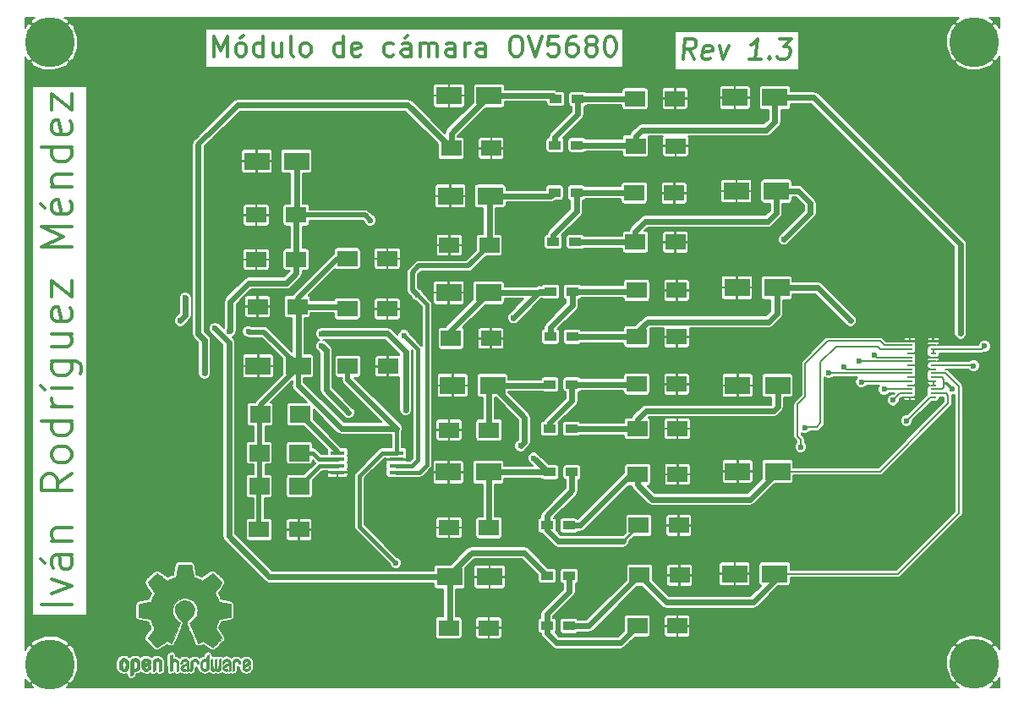
<source format=gbr>
G04 #@! TF.FileFunction,Copper,L1,Top,Signal*
%FSLAX46Y46*%
G04 Gerber Fmt 4.6, Leading zero omitted, Abs format (unit mm)*
G04 Created by KiCad (PCBNEW 4.0.7-e2-6376~60~ubuntu17.10.1) date Mon Mar 19 14:05:34 2018*
%MOMM*%
%LPD*%
G01*
G04 APERTURE LIST*
%ADD10C,0.100000*%
%ADD11C,0.300000*%
%ADD12C,0.010000*%
%ADD13C,5.000000*%
%ADD14R,2.000000X1.600000*%
%ADD15R,0.620000X0.150000*%
%ADD16R,2.000000X1.700000*%
%ADD17R,1.200000X0.900000*%
%ADD18R,2.500000X1.800000*%
%ADD19R,1.450000X0.450000*%
%ADD20C,0.600000*%
%ADD21C,0.150000*%
%ADD22C,0.250000*%
%ADD23C,0.500000*%
%ADD24C,0.400000*%
%ADD25C,0.600000*%
G04 APERTURE END LIST*
D10*
D11*
X5182383Y10151749D02*
X2182383Y10151749D01*
X3182383Y11294605D02*
X5182383Y12008891D01*
X3182383Y12723177D01*
X5182383Y15151748D02*
X3610954Y15151748D01*
X3325240Y15008891D01*
X3182383Y14723177D01*
X3182383Y14151748D01*
X3325240Y13866034D01*
X5039526Y15151748D02*
X5182383Y14866034D01*
X5182383Y14151748D01*
X5039526Y13866034D01*
X4753811Y13723177D01*
X4468097Y13723177D01*
X4182383Y13866034D01*
X4039526Y14151748D01*
X4039526Y14866034D01*
X3896669Y15151748D01*
X2039526Y14723177D02*
X2468097Y14294605D01*
X3182383Y16580320D02*
X5182383Y16580320D01*
X3468097Y16580320D02*
X3325240Y16723177D01*
X3182383Y17008891D01*
X3182383Y17437463D01*
X3325240Y17723177D01*
X3610954Y17866034D01*
X5182383Y17866034D01*
X5182383Y23294605D02*
X3753811Y22294605D01*
X5182383Y21580320D02*
X2182383Y21580320D01*
X2182383Y22723177D01*
X2325240Y23008891D01*
X2468097Y23151748D01*
X2753811Y23294605D01*
X3182383Y23294605D01*
X3468097Y23151748D01*
X3610954Y23008891D01*
X3753811Y22723177D01*
X3753811Y21580320D01*
X5182383Y25008891D02*
X5039526Y24723177D01*
X4896669Y24580320D01*
X4610954Y24437463D01*
X3753811Y24437463D01*
X3468097Y24580320D01*
X3325240Y24723177D01*
X3182383Y25008891D01*
X3182383Y25437463D01*
X3325240Y25723177D01*
X3468097Y25866034D01*
X3753811Y26008891D01*
X4610954Y26008891D01*
X4896669Y25866034D01*
X5039526Y25723177D01*
X5182383Y25437463D01*
X5182383Y25008891D01*
X5182383Y28580320D02*
X2182383Y28580320D01*
X5039526Y28580320D02*
X5182383Y28294606D01*
X5182383Y27723177D01*
X5039526Y27437463D01*
X4896669Y27294606D01*
X4610954Y27151749D01*
X3753811Y27151749D01*
X3468097Y27294606D01*
X3325240Y27437463D01*
X3182383Y27723177D01*
X3182383Y28294606D01*
X3325240Y28580320D01*
X5182383Y30008892D02*
X3182383Y30008892D01*
X3753811Y30008892D02*
X3468097Y30151749D01*
X3325240Y30294606D01*
X3182383Y30580320D01*
X3182383Y30866035D01*
X5182383Y31866035D02*
X3182383Y31866035D01*
X2039526Y32151749D02*
X2468097Y31723178D01*
X3182383Y34580320D02*
X5610954Y34580320D01*
X5896669Y34437463D01*
X6039526Y34294606D01*
X6182383Y34008891D01*
X6182383Y33580320D01*
X6039526Y33294606D01*
X5039526Y34580320D02*
X5182383Y34294606D01*
X5182383Y33723177D01*
X5039526Y33437463D01*
X4896669Y33294606D01*
X4610954Y33151749D01*
X3753811Y33151749D01*
X3468097Y33294606D01*
X3325240Y33437463D01*
X3182383Y33723177D01*
X3182383Y34294606D01*
X3325240Y34580320D01*
X3182383Y37294606D02*
X5182383Y37294606D01*
X3182383Y36008892D02*
X4753811Y36008892D01*
X5039526Y36151749D01*
X5182383Y36437463D01*
X5182383Y36866035D01*
X5039526Y37151749D01*
X4896669Y37294606D01*
X5039526Y39866035D02*
X5182383Y39580321D01*
X5182383Y39008892D01*
X5039526Y38723178D01*
X4753811Y38580321D01*
X3610954Y38580321D01*
X3325240Y38723178D01*
X3182383Y39008892D01*
X3182383Y39580321D01*
X3325240Y39866035D01*
X3610954Y40008892D01*
X3896669Y40008892D01*
X4182383Y38580321D01*
X3182383Y41008892D02*
X3182383Y42580321D01*
X5182383Y41008892D01*
X5182383Y42580321D01*
X5182383Y46008892D02*
X2182383Y46008892D01*
X4325240Y47008892D01*
X2182383Y48008892D01*
X5182383Y48008892D01*
X5039526Y50580320D02*
X5182383Y50294606D01*
X5182383Y49723177D01*
X5039526Y49437463D01*
X4753811Y49294606D01*
X3610954Y49294606D01*
X3325240Y49437463D01*
X3182383Y49723177D01*
X3182383Y50294606D01*
X3325240Y50580320D01*
X3610954Y50723177D01*
X3896669Y50723177D01*
X4182383Y49294606D01*
X2039526Y50294606D02*
X2468097Y49866034D01*
X3182383Y52008892D02*
X5182383Y52008892D01*
X3468097Y52008892D02*
X3325240Y52151749D01*
X3182383Y52437463D01*
X3182383Y52866035D01*
X3325240Y53151749D01*
X3610954Y53294606D01*
X5182383Y53294606D01*
X5182383Y56008892D02*
X2182383Y56008892D01*
X5039526Y56008892D02*
X5182383Y55723178D01*
X5182383Y55151749D01*
X5039526Y54866035D01*
X4896669Y54723178D01*
X4610954Y54580321D01*
X3753811Y54580321D01*
X3468097Y54723178D01*
X3325240Y54866035D01*
X3182383Y55151749D01*
X3182383Y55723178D01*
X3325240Y56008892D01*
X5039526Y58580321D02*
X5182383Y58294607D01*
X5182383Y57723178D01*
X5039526Y57437464D01*
X4753811Y57294607D01*
X3610954Y57294607D01*
X3325240Y57437464D01*
X3182383Y57723178D01*
X3182383Y58294607D01*
X3325240Y58580321D01*
X3610954Y58723178D01*
X3896669Y58723178D01*
X4182383Y57294607D01*
X3182383Y59723178D02*
X3182383Y61294607D01*
X5182383Y59723178D01*
X5182383Y61294607D01*
X67529528Y64825358D02*
X66981908Y65777739D01*
X66386670Y64825358D02*
X66636670Y66825358D01*
X67398575Y66825358D01*
X67577146Y66730120D01*
X67660480Y66634882D01*
X67731909Y66444406D01*
X67696194Y66158691D01*
X67577147Y65968215D01*
X67470003Y65872977D01*
X67267622Y65777739D01*
X66505717Y65777739D01*
X69160480Y64920596D02*
X68958099Y64825358D01*
X68577147Y64825358D01*
X68398575Y64920596D01*
X68327146Y65111072D01*
X68422384Y65872977D01*
X68541432Y66063453D01*
X68743813Y66158691D01*
X69124765Y66158691D01*
X69303337Y66063453D01*
X69374765Y65872977D01*
X69350956Y65682501D01*
X68374765Y65492025D01*
X70077146Y66158691D02*
X70386671Y64825358D01*
X71029527Y66158691D01*
X74196196Y64825358D02*
X73053338Y64825358D01*
X73624767Y64825358D02*
X73874767Y66825358D01*
X73648577Y66539644D01*
X73434291Y66349168D01*
X73231909Y66253930D01*
X75077147Y65015834D02*
X75160482Y64920596D01*
X75053338Y64825358D01*
X74970005Y64920596D01*
X75077147Y65015834D01*
X75053338Y64825358D01*
X76065243Y66825358D02*
X77303339Y66825358D01*
X76541434Y66063453D01*
X76827148Y66063453D01*
X77005719Y65968215D01*
X77089052Y65872977D01*
X77160482Y65682501D01*
X77100958Y65206310D01*
X76981909Y65015834D01*
X76874767Y64920596D01*
X76672386Y64825358D01*
X76100958Y64825358D01*
X75922386Y64920596D01*
X75839052Y65015834D01*
X19417000Y65089518D02*
X19417000Y67089518D01*
X20083667Y65660947D01*
X20750334Y67089518D01*
X20750334Y65089518D01*
X21988429Y65089518D02*
X21797953Y65184756D01*
X21702714Y65279994D01*
X21607476Y65470470D01*
X21607476Y66041899D01*
X21702714Y66232375D01*
X21797953Y66327613D01*
X21988429Y66422851D01*
X22274143Y66422851D01*
X22464619Y66327613D01*
X22559857Y66232375D01*
X22655095Y66041899D01*
X22655095Y65470470D01*
X22559857Y65279994D01*
X22464619Y65184756D01*
X22274143Y65089518D01*
X21988429Y65089518D01*
X22369381Y67184756D02*
X22083667Y66899042D01*
X24369381Y65089518D02*
X24369381Y67089518D01*
X24369381Y65184756D02*
X24178905Y65089518D01*
X23797953Y65089518D01*
X23607477Y65184756D01*
X23512238Y65279994D01*
X23417000Y65470470D01*
X23417000Y66041899D01*
X23512238Y66232375D01*
X23607477Y66327613D01*
X23797953Y66422851D01*
X24178905Y66422851D01*
X24369381Y66327613D01*
X26178905Y66422851D02*
X26178905Y65089518D01*
X25321762Y66422851D02*
X25321762Y65375232D01*
X25417001Y65184756D01*
X25607477Y65089518D01*
X25893191Y65089518D01*
X26083667Y65184756D01*
X26178905Y65279994D01*
X27417001Y65089518D02*
X27226525Y65184756D01*
X27131286Y65375232D01*
X27131286Y67089518D01*
X28464620Y65089518D02*
X28274144Y65184756D01*
X28178905Y65279994D01*
X28083667Y65470470D01*
X28083667Y66041899D01*
X28178905Y66232375D01*
X28274144Y66327613D01*
X28464620Y66422851D01*
X28750334Y66422851D01*
X28940810Y66327613D01*
X29036048Y66232375D01*
X29131286Y66041899D01*
X29131286Y65470470D01*
X29036048Y65279994D01*
X28940810Y65184756D01*
X28750334Y65089518D01*
X28464620Y65089518D01*
X32369382Y65089518D02*
X32369382Y67089518D01*
X32369382Y65184756D02*
X32178906Y65089518D01*
X31797954Y65089518D01*
X31607478Y65184756D01*
X31512239Y65279994D01*
X31417001Y65470470D01*
X31417001Y66041899D01*
X31512239Y66232375D01*
X31607478Y66327613D01*
X31797954Y66422851D01*
X32178906Y66422851D01*
X32369382Y66327613D01*
X34083668Y65184756D02*
X33893192Y65089518D01*
X33512240Y65089518D01*
X33321763Y65184756D01*
X33226525Y65375232D01*
X33226525Y66137137D01*
X33321763Y66327613D01*
X33512240Y66422851D01*
X33893192Y66422851D01*
X34083668Y66327613D01*
X34178906Y66137137D01*
X34178906Y65946661D01*
X33226525Y65756185D01*
X37417002Y65184756D02*
X37226526Y65089518D01*
X36845574Y65089518D01*
X36655098Y65184756D01*
X36559859Y65279994D01*
X36464621Y65470470D01*
X36464621Y66041899D01*
X36559859Y66232375D01*
X36655098Y66327613D01*
X36845574Y66422851D01*
X37226526Y66422851D01*
X37417002Y66327613D01*
X39131288Y65089518D02*
X39131288Y66137137D01*
X39036050Y66327613D01*
X38845574Y66422851D01*
X38464622Y66422851D01*
X38274145Y66327613D01*
X39131288Y65184756D02*
X38940812Y65089518D01*
X38464622Y65089518D01*
X38274145Y65184756D01*
X38178907Y65375232D01*
X38178907Y65565709D01*
X38274145Y65756185D01*
X38464622Y65851423D01*
X38940812Y65851423D01*
X39131288Y65946661D01*
X38845574Y67184756D02*
X38559860Y66899042D01*
X40083669Y65089518D02*
X40083669Y66422851D01*
X40083669Y66232375D02*
X40178908Y66327613D01*
X40369384Y66422851D01*
X40655098Y66422851D01*
X40845574Y66327613D01*
X40940812Y66137137D01*
X40940812Y65089518D01*
X40940812Y66137137D02*
X41036050Y66327613D01*
X41226527Y66422851D01*
X41512241Y66422851D01*
X41702717Y66327613D01*
X41797955Y66137137D01*
X41797955Y65089518D01*
X43607479Y65089518D02*
X43607479Y66137137D01*
X43512241Y66327613D01*
X43321765Y66422851D01*
X42940813Y66422851D01*
X42750336Y66327613D01*
X43607479Y65184756D02*
X43417003Y65089518D01*
X42940813Y65089518D01*
X42750336Y65184756D01*
X42655098Y65375232D01*
X42655098Y65565709D01*
X42750336Y65756185D01*
X42940813Y65851423D01*
X43417003Y65851423D01*
X43607479Y65946661D01*
X44559860Y65089518D02*
X44559860Y66422851D01*
X44559860Y66041899D02*
X44655099Y66232375D01*
X44750337Y66327613D01*
X44940813Y66422851D01*
X45131289Y66422851D01*
X46655098Y65089518D02*
X46655098Y66137137D01*
X46559860Y66327613D01*
X46369384Y66422851D01*
X45988432Y66422851D01*
X45797955Y66327613D01*
X46655098Y65184756D02*
X46464622Y65089518D01*
X45988432Y65089518D01*
X45797955Y65184756D01*
X45702717Y65375232D01*
X45702717Y65565709D01*
X45797955Y65756185D01*
X45988432Y65851423D01*
X46464622Y65851423D01*
X46655098Y65946661D01*
X49512242Y67089518D02*
X49893194Y67089518D01*
X50083670Y66994280D01*
X50274147Y66803804D01*
X50369385Y66422851D01*
X50369385Y65756185D01*
X50274147Y65375232D01*
X50083670Y65184756D01*
X49893194Y65089518D01*
X49512242Y65089518D01*
X49321766Y65184756D01*
X49131289Y65375232D01*
X49036051Y65756185D01*
X49036051Y66422851D01*
X49131289Y66803804D01*
X49321766Y66994280D01*
X49512242Y67089518D01*
X50940813Y67089518D02*
X51607480Y65089518D01*
X52274147Y67089518D01*
X53893194Y67089518D02*
X52940813Y67089518D01*
X52845575Y66137137D01*
X52940813Y66232375D01*
X53131290Y66327613D01*
X53607480Y66327613D01*
X53797956Y66232375D01*
X53893194Y66137137D01*
X53988433Y65946661D01*
X53988433Y65470470D01*
X53893194Y65279994D01*
X53797956Y65184756D01*
X53607480Y65089518D01*
X53131290Y65089518D01*
X52940813Y65184756D01*
X52845575Y65279994D01*
X55702718Y67089518D02*
X55321766Y67089518D01*
X55131290Y66994280D01*
X55036052Y66899042D01*
X54845575Y66613328D01*
X54750337Y66232375D01*
X54750337Y65470470D01*
X54845575Y65279994D01*
X54940814Y65184756D01*
X55131290Y65089518D01*
X55512242Y65089518D01*
X55702718Y65184756D01*
X55797956Y65279994D01*
X55893195Y65470470D01*
X55893195Y65946661D01*
X55797956Y66137137D01*
X55702718Y66232375D01*
X55512242Y66327613D01*
X55131290Y66327613D01*
X54940814Y66232375D01*
X54845575Y66137137D01*
X54750337Y65946661D01*
X57036052Y66232375D02*
X56845576Y66327613D01*
X56750337Y66422851D01*
X56655099Y66613328D01*
X56655099Y66708566D01*
X56750337Y66899042D01*
X56845576Y66994280D01*
X57036052Y67089518D01*
X57417004Y67089518D01*
X57607480Y66994280D01*
X57702718Y66899042D01*
X57797957Y66708566D01*
X57797957Y66613328D01*
X57702718Y66422851D01*
X57607480Y66327613D01*
X57417004Y66232375D01*
X57036052Y66232375D01*
X56845576Y66137137D01*
X56750337Y66041899D01*
X56655099Y65851423D01*
X56655099Y65470470D01*
X56750337Y65279994D01*
X56845576Y65184756D01*
X57036052Y65089518D01*
X57417004Y65089518D01*
X57607480Y65184756D01*
X57702718Y65279994D01*
X57797957Y65470470D01*
X57797957Y65851423D01*
X57702718Y66041899D01*
X57607480Y66137137D01*
X57417004Y66232375D01*
X59036052Y67089518D02*
X59226528Y67089518D01*
X59417004Y66994280D01*
X59512242Y66899042D01*
X59607480Y66708566D01*
X59702719Y66327613D01*
X59702719Y65851423D01*
X59607480Y65470470D01*
X59512242Y65279994D01*
X59417004Y65184756D01*
X59226528Y65089518D01*
X59036052Y65089518D01*
X58845576Y65184756D01*
X58750338Y65279994D01*
X58655099Y65470470D01*
X58559861Y65851423D01*
X58559861Y66327613D01*
X58655099Y66708566D01*
X58750338Y66899042D01*
X58845576Y66994280D01*
X59036052Y67089518D01*
D12*
G36*
X11697140Y4794417D02*
X11808690Y4738798D01*
X11907148Y4636389D01*
X11934263Y4598456D01*
X11963802Y4548820D01*
X11982968Y4494908D01*
X11993933Y4422956D01*
X11998869Y4319198D01*
X11999953Y4182219D01*
X11995058Y3994505D01*
X11978044Y3853562D01*
X11945417Y3748412D01*
X11893682Y3668077D01*
X11819344Y3601579D01*
X11813882Y3597642D01*
X11740620Y3557367D01*
X11652400Y3537440D01*
X11540202Y3532527D01*
X11357807Y3532527D01*
X11357731Y3355463D01*
X11356033Y3256850D01*
X11345690Y3199006D01*
X11318662Y3164314D01*
X11266908Y3135156D01*
X11254479Y3129199D01*
X11196317Y3101281D01*
X11151284Y3083648D01*
X11117799Y3082126D01*
X11094278Y3102539D01*
X11079140Y3150713D01*
X11070803Y3232474D01*
X11067684Y3353648D01*
X11068200Y3520060D01*
X11070769Y3737535D01*
X11071572Y3802584D01*
X11074462Y4026818D01*
X11077052Y4173499D01*
X11357654Y4173499D01*
X11359231Y4048994D01*
X11366240Y3967533D01*
X11382098Y3913805D01*
X11410221Y3872497D01*
X11429315Y3852349D01*
X11507375Y3793399D01*
X11576487Y3788600D01*
X11647800Y3837282D01*
X11649608Y3839079D01*
X11678623Y3876702D01*
X11696273Y3927836D01*
X11705176Y4006582D01*
X11707949Y4127044D01*
X11707999Y4153732D01*
X11701298Y4319737D01*
X11679488Y4434815D01*
X11640005Y4505066D01*
X11580284Y4536591D01*
X11545768Y4539768D01*
X11463851Y4524860D01*
X11407661Y4475772D01*
X11373838Y4385958D01*
X11359020Y4248875D01*
X11357654Y4173499D01*
X11077052Y4173499D01*
X11077527Y4200368D01*
X11081487Y4330938D01*
X11087066Y4426233D01*
X11094986Y4493956D01*
X11105971Y4541813D01*
X11120741Y4577507D01*
X11140022Y4608742D01*
X11148289Y4620496D01*
X11257952Y4731523D01*
X11396605Y4794473D01*
X11556994Y4812023D01*
X11697140Y4794417D01*
X11697140Y4794417D01*
G37*
X11697140Y4794417D02*
X11808690Y4738798D01*
X11907148Y4636389D01*
X11934263Y4598456D01*
X11963802Y4548820D01*
X11982968Y4494908D01*
X11993933Y4422956D01*
X11998869Y4319198D01*
X11999953Y4182219D01*
X11995058Y3994505D01*
X11978044Y3853562D01*
X11945417Y3748412D01*
X11893682Y3668077D01*
X11819344Y3601579D01*
X11813882Y3597642D01*
X11740620Y3557367D01*
X11652400Y3537440D01*
X11540202Y3532527D01*
X11357807Y3532527D01*
X11357731Y3355463D01*
X11356033Y3256850D01*
X11345690Y3199006D01*
X11318662Y3164314D01*
X11266908Y3135156D01*
X11254479Y3129199D01*
X11196317Y3101281D01*
X11151284Y3083648D01*
X11117799Y3082126D01*
X11094278Y3102539D01*
X11079140Y3150713D01*
X11070803Y3232474D01*
X11067684Y3353648D01*
X11068200Y3520060D01*
X11070769Y3737535D01*
X11071572Y3802584D01*
X11074462Y4026818D01*
X11077052Y4173499D01*
X11357654Y4173499D01*
X11359231Y4048994D01*
X11366240Y3967533D01*
X11382098Y3913805D01*
X11410221Y3872497D01*
X11429315Y3852349D01*
X11507375Y3793399D01*
X11576487Y3788600D01*
X11647800Y3837282D01*
X11649608Y3839079D01*
X11678623Y3876702D01*
X11696273Y3927836D01*
X11705176Y4006582D01*
X11707949Y4127044D01*
X11707999Y4153732D01*
X11701298Y4319737D01*
X11679488Y4434815D01*
X11640005Y4505066D01*
X11580284Y4536591D01*
X11545768Y4539768D01*
X11463851Y4524860D01*
X11407661Y4475772D01*
X11373838Y4385958D01*
X11359020Y4248875D01*
X11357654Y4173499D01*
X11077052Y4173499D01*
X11077527Y4200368D01*
X11081487Y4330938D01*
X11087066Y4426233D01*
X11094986Y4493956D01*
X11105971Y4541813D01*
X11120741Y4577507D01*
X11140022Y4608742D01*
X11148289Y4620496D01*
X11257952Y4731523D01*
X11396605Y4794473D01*
X11556994Y4812023D01*
X11697140Y4794417D01*
G36*
X13942669Y4778601D02*
X14036363Y4724406D01*
X14101504Y4670613D01*
X14149147Y4614254D01*
X14181968Y4545333D01*
X14202646Y4453852D01*
X14213860Y4329814D01*
X14218289Y4163222D01*
X14218803Y4043469D01*
X14218803Y3602661D01*
X14094723Y3547037D01*
X13970642Y3491413D01*
X13956045Y3974225D01*
X13950013Y4154541D01*
X13943685Y4285419D01*
X13935846Y4375809D01*
X13925277Y4434656D01*
X13910763Y4470907D01*
X13891088Y4493510D01*
X13884775Y4498403D01*
X13789128Y4536614D01*
X13692447Y4521493D01*
X13634895Y4481377D01*
X13611485Y4452950D01*
X13595279Y4415648D01*
X13584981Y4359097D01*
X13579289Y4272926D01*
X13576904Y4146762D01*
X13576504Y4015278D01*
X13576426Y3850321D01*
X13573601Y3733559D01*
X13564147Y3654810D01*
X13544180Y3603889D01*
X13509816Y3570614D01*
X13457172Y3544800D01*
X13386857Y3517976D01*
X13310060Y3488778D01*
X13319202Y4006974D01*
X13322883Y4193781D01*
X13327190Y4331830D01*
X13333363Y4430752D01*
X13342642Y4500175D01*
X13356267Y4549730D01*
X13375479Y4589047D01*
X13398642Y4623736D01*
X13510392Y4734550D01*
X13646753Y4798631D01*
X13795065Y4813981D01*
X13942669Y4778601D01*
X13942669Y4778601D01*
G37*
X13942669Y4778601D02*
X14036363Y4724406D01*
X14101504Y4670613D01*
X14149147Y4614254D01*
X14181968Y4545333D01*
X14202646Y4453852D01*
X14213860Y4329814D01*
X14218289Y4163222D01*
X14218803Y4043469D01*
X14218803Y3602661D01*
X14094723Y3547037D01*
X13970642Y3491413D01*
X13956045Y3974225D01*
X13950013Y4154541D01*
X13943685Y4285419D01*
X13935846Y4375809D01*
X13925277Y4434656D01*
X13910763Y4470907D01*
X13891088Y4493510D01*
X13884775Y4498403D01*
X13789128Y4536614D01*
X13692447Y4521493D01*
X13634895Y4481377D01*
X13611485Y4452950D01*
X13595279Y4415648D01*
X13584981Y4359097D01*
X13579289Y4272926D01*
X13576904Y4146762D01*
X13576504Y4015278D01*
X13576426Y3850321D01*
X13573601Y3733559D01*
X13564147Y3654810D01*
X13544180Y3603889D01*
X13509816Y3570614D01*
X13457172Y3544800D01*
X13386857Y3517976D01*
X13310060Y3488778D01*
X13319202Y4006974D01*
X13322883Y4193781D01*
X13327190Y4331830D01*
X13333363Y4430752D01*
X13342642Y4500175D01*
X13356267Y4549730D01*
X13375479Y4589047D01*
X13398642Y4623736D01*
X13510392Y4734550D01*
X13646753Y4798631D01*
X13795065Y4813981D01*
X13942669Y4778601D01*
G36*
X10573461Y4790305D02*
X10710301Y4718352D01*
X10811291Y4602554D01*
X10847165Y4528107D01*
X10875079Y4416328D01*
X10889369Y4275093D01*
X10890724Y4120949D01*
X10879835Y3970441D01*
X10857393Y3840115D01*
X10824090Y3746517D01*
X10813855Y3730398D01*
X10692622Y3610071D01*
X10548627Y3538003D01*
X10392379Y3516912D01*
X10234388Y3549518D01*
X10190420Y3569067D01*
X10104796Y3629308D01*
X10029648Y3709185D01*
X10022546Y3719316D01*
X9993679Y3768139D01*
X9974597Y3820330D01*
X9963324Y3889035D01*
X9957885Y3987402D01*
X9956302Y4128576D01*
X9956275Y4160228D01*
X9956347Y4170301D01*
X10248229Y4170301D01*
X10249927Y4037064D01*
X10256612Y3948646D01*
X10270665Y3891535D01*
X10294469Y3852218D01*
X10306619Y3839079D01*
X10376476Y3789148D01*
X10444299Y3791425D01*
X10512875Y3834736D01*
X10553775Y3880974D01*
X10577998Y3948463D01*
X10591601Y4054887D01*
X10592534Y4067300D01*
X10594856Y4260173D01*
X10570590Y4403420D01*
X10520064Y4496160D01*
X10443608Y4537513D01*
X10416316Y4539768D01*
X10344651Y4528427D01*
X10295630Y4489136D01*
X10265658Y4413994D01*
X10251139Y4295098D01*
X10248229Y4170301D01*
X9956347Y4170301D01*
X9957362Y4310661D01*
X9961928Y4415771D01*
X9971928Y4488606D01*
X9989319Y4542212D01*
X10016056Y4589639D01*
X10021964Y4598456D01*
X10121272Y4717313D01*
X10229482Y4786312D01*
X10361221Y4813701D01*
X10405957Y4815039D01*
X10573461Y4790305D01*
X10573461Y4790305D01*
G37*
X10573461Y4790305D02*
X10710301Y4718352D01*
X10811291Y4602554D01*
X10847165Y4528107D01*
X10875079Y4416328D01*
X10889369Y4275093D01*
X10890724Y4120949D01*
X10879835Y3970441D01*
X10857393Y3840115D01*
X10824090Y3746517D01*
X10813855Y3730398D01*
X10692622Y3610071D01*
X10548627Y3538003D01*
X10392379Y3516912D01*
X10234388Y3549518D01*
X10190420Y3569067D01*
X10104796Y3629308D01*
X10029648Y3709185D01*
X10022546Y3719316D01*
X9993679Y3768139D01*
X9974597Y3820330D01*
X9963324Y3889035D01*
X9957885Y3987402D01*
X9956302Y4128576D01*
X9956275Y4160228D01*
X9956347Y4170301D01*
X10248229Y4170301D01*
X10249927Y4037064D01*
X10256612Y3948646D01*
X10270665Y3891535D01*
X10294469Y3852218D01*
X10306619Y3839079D01*
X10376476Y3789148D01*
X10444299Y3791425D01*
X10512875Y3834736D01*
X10553775Y3880974D01*
X10577998Y3948463D01*
X10591601Y4054887D01*
X10592534Y4067300D01*
X10594856Y4260173D01*
X10570590Y4403420D01*
X10520064Y4496160D01*
X10443608Y4537513D01*
X10416316Y4539768D01*
X10344651Y4528427D01*
X10295630Y4489136D01*
X10265658Y4413994D01*
X10251139Y4295098D01*
X10248229Y4170301D01*
X9956347Y4170301D01*
X9957362Y4310661D01*
X9961928Y4415771D01*
X9971928Y4488606D01*
X9989319Y4542212D01*
X10016056Y4589639D01*
X10021964Y4598456D01*
X10121272Y4717313D01*
X10229482Y4786312D01*
X10361221Y4813701D01*
X10405957Y4815039D01*
X10573461Y4790305D01*
G36*
X12840792Y4771644D02*
X12955898Y4694209D01*
X13044851Y4582371D01*
X13097989Y4440055D01*
X13108737Y4335305D01*
X13107516Y4291594D01*
X13097296Y4258126D01*
X13069201Y4228141D01*
X13014356Y4194880D01*
X12923885Y4151582D01*
X12788912Y4091487D01*
X12788229Y4091186D01*
X12663991Y4034283D01*
X12562113Y3983755D01*
X12493007Y3945040D01*
X12467086Y3923580D01*
X12467079Y3923407D01*
X12489925Y3876676D01*
X12543349Y3825166D01*
X12604682Y3788059D01*
X12635755Y3780688D01*
X12720529Y3806182D01*
X12793533Y3870029D01*
X12829153Y3940226D01*
X12863420Y3991977D01*
X12930543Y4050911D01*
X13009448Y4101824D01*
X13079061Y4129511D01*
X13093617Y4131033D01*
X13110003Y4105999D01*
X13110990Y4042009D01*
X13098948Y3955727D01*
X13076247Y3863819D01*
X13045254Y3782951D01*
X13043688Y3779811D01*
X12950421Y3649586D01*
X12829544Y3561009D01*
X12692267Y3517534D01*
X12549800Y3522614D01*
X12413352Y3579704D01*
X12407285Y3583718D01*
X12299950Y3680994D01*
X12229372Y3807911D01*
X12190314Y3974794D01*
X12185072Y4021681D01*
X12175788Y4242991D01*
X12186918Y4346196D01*
X12467079Y4346196D01*
X12470719Y4281817D01*
X12490629Y4263029D01*
X12540266Y4277085D01*
X12618507Y4310311D01*
X12705966Y4351961D01*
X12708139Y4353064D01*
X12782270Y4392055D01*
X12812021Y4418076D01*
X12804685Y4445355D01*
X12773793Y4481199D01*
X12695200Y4533069D01*
X12610563Y4536881D01*
X12534643Y4499131D01*
X12482205Y4426319D01*
X12467079Y4346196D01*
X12186918Y4346196D01*
X12194884Y4420059D01*
X12243874Y4560491D01*
X12312076Y4658873D01*
X12435175Y4758290D01*
X12570768Y4807609D01*
X12709195Y4810752D01*
X12840792Y4771644D01*
X12840792Y4771644D01*
G37*
X12840792Y4771644D02*
X12955898Y4694209D01*
X13044851Y4582371D01*
X13097989Y4440055D01*
X13108737Y4335305D01*
X13107516Y4291594D01*
X13097296Y4258126D01*
X13069201Y4228141D01*
X13014356Y4194880D01*
X12923885Y4151582D01*
X12788912Y4091487D01*
X12788229Y4091186D01*
X12663991Y4034283D01*
X12562113Y3983755D01*
X12493007Y3945040D01*
X12467086Y3923580D01*
X12467079Y3923407D01*
X12489925Y3876676D01*
X12543349Y3825166D01*
X12604682Y3788059D01*
X12635755Y3780688D01*
X12720529Y3806182D01*
X12793533Y3870029D01*
X12829153Y3940226D01*
X12863420Y3991977D01*
X12930543Y4050911D01*
X13009448Y4101824D01*
X13079061Y4129511D01*
X13093617Y4131033D01*
X13110003Y4105999D01*
X13110990Y4042009D01*
X13098948Y3955727D01*
X13076247Y3863819D01*
X13045254Y3782951D01*
X13043688Y3779811D01*
X12950421Y3649586D01*
X12829544Y3561009D01*
X12692267Y3517534D01*
X12549800Y3522614D01*
X12413352Y3579704D01*
X12407285Y3583718D01*
X12299950Y3680994D01*
X12229372Y3807911D01*
X12190314Y3974794D01*
X12185072Y4021681D01*
X12175788Y4242991D01*
X12186918Y4346196D01*
X12467079Y4346196D01*
X12470719Y4281817D01*
X12490629Y4263029D01*
X12540266Y4277085D01*
X12618507Y4310311D01*
X12705966Y4351961D01*
X12708139Y4353064D01*
X12782270Y4392055D01*
X12812021Y4418076D01*
X12804685Y4445355D01*
X12773793Y4481199D01*
X12695200Y4533069D01*
X12610563Y4536881D01*
X12534643Y4499131D01*
X12482205Y4426319D01*
X12467079Y4346196D01*
X12186918Y4346196D01*
X12194884Y4420059D01*
X12243874Y4560491D01*
X12312076Y4658873D01*
X12435175Y4758290D01*
X12570768Y4807609D01*
X12709195Y4810752D01*
X12840792Y4771644D01*
G36*
X15269838Y4932463D02*
X15278394Y4813132D01*
X15288221Y4742814D01*
X15301839Y4712141D01*
X15321767Y4711749D01*
X15328229Y4715410D01*
X15414180Y4741922D01*
X15525985Y4740374D01*
X15639654Y4713121D01*
X15710750Y4677865D01*
X15783645Y4621542D01*
X15836933Y4557801D01*
X15873515Y4476810D01*
X15896290Y4368734D01*
X15908159Y4223740D01*
X15912022Y4031994D01*
X15912091Y3995211D01*
X15912137Y3582032D01*
X15820194Y3549981D01*
X15754892Y3528176D01*
X15719064Y3518023D01*
X15718010Y3517929D01*
X15714482Y3545460D01*
X15711479Y3621397D01*
X15709230Y3735755D01*
X15707964Y3878551D01*
X15707769Y3965369D01*
X15707363Y4136547D01*
X15705272Y4259232D01*
X15700187Y4343320D01*
X15690800Y4398706D01*
X15675801Y4435288D01*
X15653882Y4462961D01*
X15640197Y4476288D01*
X15546189Y4529992D01*
X15443604Y4534013D01*
X15350530Y4488595D01*
X15333318Y4472197D01*
X15308072Y4441363D01*
X15290560Y4404789D01*
X15279382Y4351905D01*
X15273136Y4272143D01*
X15270422Y4154935D01*
X15269838Y3993329D01*
X15269838Y3582032D01*
X15177895Y3549981D01*
X15112593Y3528176D01*
X15076765Y3518023D01*
X15075711Y3517929D01*
X15073015Y3545872D01*
X15070585Y3624690D01*
X15068518Y3746867D01*
X15066911Y3904888D01*
X15065863Y4091237D01*
X15065471Y4298400D01*
X15065470Y4307614D01*
X15065470Y5097300D01*
X15160355Y5137323D01*
X15255240Y5177347D01*
X15269838Y4932463D01*
X15269838Y4932463D01*
G37*
X15269838Y4932463D02*
X15278394Y4813132D01*
X15288221Y4742814D01*
X15301839Y4712141D01*
X15321767Y4711749D01*
X15328229Y4715410D01*
X15414180Y4741922D01*
X15525985Y4740374D01*
X15639654Y4713121D01*
X15710750Y4677865D01*
X15783645Y4621542D01*
X15836933Y4557801D01*
X15873515Y4476810D01*
X15896290Y4368734D01*
X15908159Y4223740D01*
X15912022Y4031994D01*
X15912091Y3995211D01*
X15912137Y3582032D01*
X15820194Y3549981D01*
X15754892Y3528176D01*
X15719064Y3518023D01*
X15718010Y3517929D01*
X15714482Y3545460D01*
X15711479Y3621397D01*
X15709230Y3735755D01*
X15707964Y3878551D01*
X15707769Y3965369D01*
X15707363Y4136547D01*
X15705272Y4259232D01*
X15700187Y4343320D01*
X15690800Y4398706D01*
X15675801Y4435288D01*
X15653882Y4462961D01*
X15640197Y4476288D01*
X15546189Y4529992D01*
X15443604Y4534013D01*
X15350530Y4488595D01*
X15333318Y4472197D01*
X15308072Y4441363D01*
X15290560Y4404789D01*
X15279382Y4351905D01*
X15273136Y4272143D01*
X15270422Y4154935D01*
X15269838Y3993329D01*
X15269838Y3582032D01*
X15177895Y3549981D01*
X15112593Y3528176D01*
X15076765Y3518023D01*
X15075711Y3517929D01*
X15073015Y3545872D01*
X15070585Y3624690D01*
X15068518Y3746867D01*
X15066911Y3904888D01*
X15065863Y4091237D01*
X15065471Y4298400D01*
X15065470Y4307614D01*
X15065470Y5097300D01*
X15160355Y5137323D01*
X15255240Y5177347D01*
X15269838Y4932463D01*
G36*
X16605184Y4731960D02*
X16719583Y4689478D01*
X16720892Y4688662D01*
X16791643Y4636590D01*
X16843876Y4575736D01*
X16880611Y4496433D01*
X16904874Y4389011D01*
X16919685Y4243803D01*
X16928069Y4051141D01*
X16928804Y4023692D01*
X16939360Y3609799D01*
X16850531Y3563864D01*
X16786258Y3532822D01*
X16747450Y3518114D01*
X16745655Y3517929D01*
X16738940Y3545070D01*
X16733605Y3618279D01*
X16730323Y3725239D01*
X16729608Y3811851D01*
X16729591Y3952158D01*
X16723177Y4040269D01*
X16700820Y4082295D01*
X16652972Y4084345D01*
X16570089Y4052530D01*
X16444953Y3994048D01*
X16352937Y3945475D01*
X16305611Y3903334D01*
X16291698Y3857404D01*
X16291677Y3855131D01*
X16314635Y3776009D01*
X16382610Y3733265D01*
X16486638Y3727074D01*
X16561570Y3728148D01*
X16601079Y3706567D01*
X16625718Y3654729D01*
X16639899Y3588688D01*
X16619463Y3551216D01*
X16611768Y3545853D01*
X16539323Y3524314D01*
X16437873Y3521265D01*
X16333397Y3535542D01*
X16259365Y3561632D01*
X16157012Y3648535D01*
X16098831Y3769504D01*
X16087309Y3864012D01*
X16096102Y3949258D01*
X16127920Y4018844D01*
X16190924Y4080648D01*
X16293271Y4142548D01*
X16443122Y4212423D01*
X16452252Y4216372D01*
X16587237Y4278732D01*
X16670534Y4329874D01*
X16706237Y4375832D01*
X16698443Y4422637D01*
X16651247Y4476322D01*
X16637134Y4488676D01*
X16542599Y4536579D01*
X16444646Y4534562D01*
X16359337Y4487596D01*
X16302736Y4400651D01*
X16297477Y4383586D01*
X16246263Y4300816D01*
X16181277Y4260948D01*
X16087309Y4221438D01*
X16087309Y4323662D01*
X16115893Y4472248D01*
X16200735Y4608536D01*
X16244885Y4654129D01*
X16345245Y4712646D01*
X16472875Y4739136D01*
X16605184Y4731960D01*
X16605184Y4731960D01*
G37*
X16605184Y4731960D02*
X16719583Y4689478D01*
X16720892Y4688662D01*
X16791643Y4636590D01*
X16843876Y4575736D01*
X16880611Y4496433D01*
X16904874Y4389011D01*
X16919685Y4243803D01*
X16928069Y4051141D01*
X16928804Y4023692D01*
X16939360Y3609799D01*
X16850531Y3563864D01*
X16786258Y3532822D01*
X16747450Y3518114D01*
X16745655Y3517929D01*
X16738940Y3545070D01*
X16733605Y3618279D01*
X16730323Y3725239D01*
X16729608Y3811851D01*
X16729591Y3952158D01*
X16723177Y4040269D01*
X16700820Y4082295D01*
X16652972Y4084345D01*
X16570089Y4052530D01*
X16444953Y3994048D01*
X16352937Y3945475D01*
X16305611Y3903334D01*
X16291698Y3857404D01*
X16291677Y3855131D01*
X16314635Y3776009D01*
X16382610Y3733265D01*
X16486638Y3727074D01*
X16561570Y3728148D01*
X16601079Y3706567D01*
X16625718Y3654729D01*
X16639899Y3588688D01*
X16619463Y3551216D01*
X16611768Y3545853D01*
X16539323Y3524314D01*
X16437873Y3521265D01*
X16333397Y3535542D01*
X16259365Y3561632D01*
X16157012Y3648535D01*
X16098831Y3769504D01*
X16087309Y3864012D01*
X16096102Y3949258D01*
X16127920Y4018844D01*
X16190924Y4080648D01*
X16293271Y4142548D01*
X16443122Y4212423D01*
X16452252Y4216372D01*
X16587237Y4278732D01*
X16670534Y4329874D01*
X16706237Y4375832D01*
X16698443Y4422637D01*
X16651247Y4476322D01*
X16637134Y4488676D01*
X16542599Y4536579D01*
X16444646Y4534562D01*
X16359337Y4487596D01*
X16302736Y4400651D01*
X16297477Y4383586D01*
X16246263Y4300816D01*
X16181277Y4260948D01*
X16087309Y4221438D01*
X16087309Y4323662D01*
X16115893Y4472248D01*
X16200735Y4608536D01*
X16244885Y4654129D01*
X16345245Y4712646D01*
X16472875Y4739136D01*
X16605184Y4731960D01*
G36*
X17591183Y4734400D02*
X17723805Y4685461D01*
X17831250Y4598901D01*
X17873272Y4537968D01*
X17919083Y4426159D01*
X17918131Y4345314D01*
X17870048Y4290942D01*
X17852257Y4281696D01*
X17775444Y4252870D01*
X17736216Y4260255D01*
X17722929Y4308662D01*
X17722252Y4335400D01*
X17697926Y4433772D01*
X17634521Y4502586D01*
X17546394Y4535822D01*
X17447903Y4527459D01*
X17367842Y4484024D01*
X17340801Y4459248D01*
X17321634Y4429191D01*
X17308686Y4383755D01*
X17300304Y4312844D01*
X17294833Y4206360D01*
X17290618Y4054208D01*
X17289527Y4006033D01*
X17285547Y3841225D01*
X17281021Y3725232D01*
X17274235Y3648487D01*
X17263471Y3601427D01*
X17247013Y3574485D01*
X17223146Y3558097D01*
X17207866Y3550857D01*
X17142973Y3526100D01*
X17104774Y3517929D01*
X17092152Y3545217D01*
X17084448Y3627717D01*
X17081620Y3766379D01*
X17083626Y3962158D01*
X17084251Y3992355D01*
X17088661Y4170971D01*
X17093875Y4301397D01*
X17101295Y4393828D01*
X17112322Y4458462D01*
X17128357Y4505495D01*
X17150801Y4545124D01*
X17162542Y4562105D01*
X17229859Y4637240D01*
X17305150Y4695682D01*
X17314368Y4700784D01*
X17449373Y4741060D01*
X17591183Y4734400D01*
X17591183Y4734400D01*
G37*
X17591183Y4734400D02*
X17723805Y4685461D01*
X17831250Y4598901D01*
X17873272Y4537968D01*
X17919083Y4426159D01*
X17918131Y4345314D01*
X17870048Y4290942D01*
X17852257Y4281696D01*
X17775444Y4252870D01*
X17736216Y4260255D01*
X17722929Y4308662D01*
X17722252Y4335400D01*
X17697926Y4433772D01*
X17634521Y4502586D01*
X17546394Y4535822D01*
X17447903Y4527459D01*
X17367842Y4484024D01*
X17340801Y4459248D01*
X17321634Y4429191D01*
X17308686Y4383755D01*
X17300304Y4312844D01*
X17294833Y4206360D01*
X17290618Y4054208D01*
X17289527Y4006033D01*
X17285547Y3841225D01*
X17281021Y3725232D01*
X17274235Y3648487D01*
X17263471Y3601427D01*
X17247013Y3574485D01*
X17223146Y3558097D01*
X17207866Y3550857D01*
X17142973Y3526100D01*
X17104774Y3517929D01*
X17092152Y3545217D01*
X17084448Y3627717D01*
X17081620Y3766379D01*
X17083626Y3962158D01*
X17084251Y3992355D01*
X17088661Y4170971D01*
X17093875Y4301397D01*
X17101295Y4393828D01*
X17112322Y4458462D01*
X17128357Y4505495D01*
X17150801Y4545124D01*
X17162542Y4562105D01*
X17229859Y4637240D01*
X17305150Y4695682D01*
X17314368Y4700784D01*
X17449373Y4741060D01*
X17591183Y4734400D01*
G36*
X18919154Y4501865D02*
X18918783Y4283659D01*
X18917348Y4115801D01*
X18914242Y3990250D01*
X18908862Y3898965D01*
X18900602Y3833905D01*
X18888856Y3787029D01*
X18873021Y3750296D01*
X18861030Y3729329D01*
X18761730Y3615626D01*
X18635828Y3544355D01*
X18496531Y3518782D01*
X18357045Y3542170D01*
X18273983Y3584201D01*
X18186785Y3656909D01*
X18127357Y3745708D01*
X18091501Y3862000D01*
X18075021Y4017185D01*
X18072687Y4131033D01*
X18073001Y4139214D01*
X18276964Y4139214D01*
X18278210Y4008663D01*
X18283918Y3922240D01*
X18297044Y3865702D01*
X18320546Y3824806D01*
X18348626Y3793958D01*
X18442928Y3734415D01*
X18544180Y3729328D01*
X18639876Y3779041D01*
X18647324Y3785777D01*
X18679114Y3820818D01*
X18699048Y3862509D01*
X18709840Y3924558D01*
X18714205Y4020676D01*
X18714895Y4126941D01*
X18713399Y4260440D01*
X18707204Y4349498D01*
X18693754Y4408027D01*
X18670491Y4449938D01*
X18651415Y4472197D01*
X18562803Y4528335D01*
X18460748Y4535085D01*
X18363335Y4492206D01*
X18344536Y4476288D01*
X18312533Y4440938D01*
X18292558Y4398818D01*
X18281833Y4336069D01*
X18277579Y4238833D01*
X18276964Y4139214D01*
X18073001Y4139214D01*
X18079744Y4314373D01*
X18103712Y4452125D01*
X18148788Y4555688D01*
X18219168Y4636464D01*
X18273983Y4677865D01*
X18373616Y4722592D01*
X18489095Y4743353D01*
X18596439Y4737795D01*
X18656504Y4715377D01*
X18680075Y4708997D01*
X18695717Y4732785D01*
X18706635Y4796532D01*
X18714895Y4893633D01*
X18723939Y5001779D01*
X18736501Y5066845D01*
X18759359Y5104052D01*
X18799291Y5128621D01*
X18824378Y5139501D01*
X18919263Y5179248D01*
X18919154Y4501865D01*
X18919154Y4501865D01*
G37*
X18919154Y4501865D02*
X18918783Y4283659D01*
X18917348Y4115801D01*
X18914242Y3990250D01*
X18908862Y3898965D01*
X18900602Y3833905D01*
X18888856Y3787029D01*
X18873021Y3750296D01*
X18861030Y3729329D01*
X18761730Y3615626D01*
X18635828Y3544355D01*
X18496531Y3518782D01*
X18357045Y3542170D01*
X18273983Y3584201D01*
X18186785Y3656909D01*
X18127357Y3745708D01*
X18091501Y3862000D01*
X18075021Y4017185D01*
X18072687Y4131033D01*
X18073001Y4139214D01*
X18276964Y4139214D01*
X18278210Y4008663D01*
X18283918Y3922240D01*
X18297044Y3865702D01*
X18320546Y3824806D01*
X18348626Y3793958D01*
X18442928Y3734415D01*
X18544180Y3729328D01*
X18639876Y3779041D01*
X18647324Y3785777D01*
X18679114Y3820818D01*
X18699048Y3862509D01*
X18709840Y3924558D01*
X18714205Y4020676D01*
X18714895Y4126941D01*
X18713399Y4260440D01*
X18707204Y4349498D01*
X18693754Y4408027D01*
X18670491Y4449938D01*
X18651415Y4472197D01*
X18562803Y4528335D01*
X18460748Y4535085D01*
X18363335Y4492206D01*
X18344536Y4476288D01*
X18312533Y4440938D01*
X18292558Y4398818D01*
X18281833Y4336069D01*
X18277579Y4238833D01*
X18276964Y4139214D01*
X18073001Y4139214D01*
X18079744Y4314373D01*
X18103712Y4452125D01*
X18148788Y4555688D01*
X18219168Y4636464D01*
X18273983Y4677865D01*
X18373616Y4722592D01*
X18489095Y4743353D01*
X18596439Y4737795D01*
X18656504Y4715377D01*
X18680075Y4708997D01*
X18695717Y4732785D01*
X18706635Y4796532D01*
X18714895Y4893633D01*
X18723939Y5001779D01*
X18736501Y5066845D01*
X18759359Y5104052D01*
X18799291Y5128621D01*
X18824378Y5139501D01*
X18919263Y5179248D01*
X18919154Y4501865D01*
G36*
X20105364Y4716480D02*
X20109819Y4639667D01*
X20113311Y4522929D01*
X20115555Y4375499D01*
X20116275Y4220865D01*
X20116275Y3697593D01*
X20023885Y3605203D01*
X19960218Y3548273D01*
X19904329Y3525213D01*
X19827942Y3526673D01*
X19797620Y3530386D01*
X19702850Y3541194D01*
X19624462Y3547387D01*
X19605355Y3547959D01*
X19540939Y3544218D01*
X19448811Y3534826D01*
X19413090Y3530386D01*
X19325354Y3523519D01*
X19266393Y3538435D01*
X19207930Y3584485D01*
X19186825Y3605203D01*
X19094435Y3697593D01*
X19094435Y4676373D01*
X19168798Y4710254D01*
X19232830Y4735350D01*
X19270292Y4744136D01*
X19279897Y4716370D01*
X19288875Y4638790D01*
X19296626Y4519972D01*
X19302554Y4368492D01*
X19305413Y4240515D01*
X19313401Y3736895D01*
X19383088Y3727042D01*
X19446469Y3733931D01*
X19477526Y3756237D01*
X19486207Y3797941D01*
X19493618Y3886776D01*
X19499171Y4011486D01*
X19502276Y4160813D01*
X19502724Y4237659D01*
X19503171Y4680033D01*
X19595114Y4712085D01*
X19660189Y4733877D01*
X19695587Y4744039D01*
X19696608Y4744136D01*
X19700160Y4716511D01*
X19704063Y4639909D01*
X19707991Y4523741D01*
X19711616Y4377416D01*
X19714148Y4240515D01*
X19722137Y3736895D01*
X19897309Y3736895D01*
X19905347Y4196355D01*
X19913386Y4655815D01*
X19998783Y4699976D01*
X20061833Y4730301D01*
X20099150Y4744062D01*
X20100227Y4744136D01*
X20105364Y4716480D01*
X20105364Y4716480D01*
G37*
X20105364Y4716480D02*
X20109819Y4639667D01*
X20113311Y4522929D01*
X20115555Y4375499D01*
X20116275Y4220865D01*
X20116275Y3697593D01*
X20023885Y3605203D01*
X19960218Y3548273D01*
X19904329Y3525213D01*
X19827942Y3526673D01*
X19797620Y3530386D01*
X19702850Y3541194D01*
X19624462Y3547387D01*
X19605355Y3547959D01*
X19540939Y3544218D01*
X19448811Y3534826D01*
X19413090Y3530386D01*
X19325354Y3523519D01*
X19266393Y3538435D01*
X19207930Y3584485D01*
X19186825Y3605203D01*
X19094435Y3697593D01*
X19094435Y4676373D01*
X19168798Y4710254D01*
X19232830Y4735350D01*
X19270292Y4744136D01*
X19279897Y4716370D01*
X19288875Y4638790D01*
X19296626Y4519972D01*
X19302554Y4368492D01*
X19305413Y4240515D01*
X19313401Y3736895D01*
X19383088Y3727042D01*
X19446469Y3733931D01*
X19477526Y3756237D01*
X19486207Y3797941D01*
X19493618Y3886776D01*
X19499171Y4011486D01*
X19502276Y4160813D01*
X19502724Y4237659D01*
X19503171Y4680033D01*
X19595114Y4712085D01*
X19660189Y4733877D01*
X19695587Y4744039D01*
X19696608Y4744136D01*
X19700160Y4716511D01*
X19704063Y4639909D01*
X19707991Y4523741D01*
X19711616Y4377416D01*
X19714148Y4240515D01*
X19722137Y3736895D01*
X19897309Y3736895D01*
X19905347Y4196355D01*
X19913386Y4655815D01*
X19998783Y4699976D01*
X20061833Y4730301D01*
X20099150Y4744062D01*
X20100227Y4744136D01*
X20105364Y4716480D01*
G36*
X20839646Y4721164D02*
X20923709Y4682927D01*
X20989690Y4636594D01*
X21038034Y4584788D01*
X21071412Y4517957D01*
X21092493Y4426551D01*
X21103947Y4301019D01*
X21108443Y4131812D01*
X21108918Y4020387D01*
X21108918Y3585693D01*
X21034556Y3551811D01*
X20975986Y3527048D01*
X20946970Y3517929D01*
X20941419Y3545063D01*
X20937015Y3618226D01*
X20934318Y3725057D01*
X20933746Y3809883D01*
X20931286Y3932433D01*
X20924652Y4029652D01*
X20914966Y4089186D01*
X20907272Y4101837D01*
X20855551Y4088918D01*
X20774357Y4055781D01*
X20680342Y4010859D01*
X20590157Y3962585D01*
X20520455Y3919392D01*
X20487888Y3889712D01*
X20487759Y3889391D01*
X20490560Y3834463D01*
X20515679Y3782028D01*
X20559781Y3739439D01*
X20624149Y3725194D01*
X20679161Y3726854D01*
X20757075Y3728075D01*
X20797972Y3709822D01*
X20822535Y3661594D01*
X20825632Y3652500D01*
X20836280Y3583722D01*
X20807805Y3541960D01*
X20733584Y3522057D01*
X20653408Y3518376D01*
X20509130Y3545662D01*
X20434443Y3584630D01*
X20342203Y3676172D01*
X20293283Y3788538D01*
X20288894Y3907269D01*
X20330241Y4017909D01*
X20392437Y4087240D01*
X20454534Y4126055D01*
X20552135Y4175195D01*
X20665872Y4225028D01*
X20684830Y4232643D01*
X20809761Y4287775D01*
X20881779Y4336366D01*
X20904940Y4384673D01*
X20883304Y4438950D01*
X20846160Y4481377D01*
X20758367Y4533618D01*
X20661770Y4537536D01*
X20573184Y4497279D01*
X20509426Y4416994D01*
X20501057Y4396280D01*
X20452336Y4320095D01*
X20381205Y4263535D01*
X20291447Y4217119D01*
X20291447Y4348736D01*
X20296730Y4429152D01*
X20319382Y4492534D01*
X20369607Y4560157D01*
X20417822Y4612244D01*
X20492794Y4685998D01*
X20551046Y4725618D01*
X20613612Y4741510D01*
X20684433Y4744136D01*
X20839646Y4721164D01*
X20839646Y4721164D01*
G37*
X20839646Y4721164D02*
X20923709Y4682927D01*
X20989690Y4636594D01*
X21038034Y4584788D01*
X21071412Y4517957D01*
X21092493Y4426551D01*
X21103947Y4301019D01*
X21108443Y4131812D01*
X21108918Y4020387D01*
X21108918Y3585693D01*
X21034556Y3551811D01*
X20975986Y3527048D01*
X20946970Y3517929D01*
X20941419Y3545063D01*
X20937015Y3618226D01*
X20934318Y3725057D01*
X20933746Y3809883D01*
X20931286Y3932433D01*
X20924652Y4029652D01*
X20914966Y4089186D01*
X20907272Y4101837D01*
X20855551Y4088918D01*
X20774357Y4055781D01*
X20680342Y4010859D01*
X20590157Y3962585D01*
X20520455Y3919392D01*
X20487888Y3889712D01*
X20487759Y3889391D01*
X20490560Y3834463D01*
X20515679Y3782028D01*
X20559781Y3739439D01*
X20624149Y3725194D01*
X20679161Y3726854D01*
X20757075Y3728075D01*
X20797972Y3709822D01*
X20822535Y3661594D01*
X20825632Y3652500D01*
X20836280Y3583722D01*
X20807805Y3541960D01*
X20733584Y3522057D01*
X20653408Y3518376D01*
X20509130Y3545662D01*
X20434443Y3584630D01*
X20342203Y3676172D01*
X20293283Y3788538D01*
X20288894Y3907269D01*
X20330241Y4017909D01*
X20392437Y4087240D01*
X20454534Y4126055D01*
X20552135Y4175195D01*
X20665872Y4225028D01*
X20684830Y4232643D01*
X20809761Y4287775D01*
X20881779Y4336366D01*
X20904940Y4384673D01*
X20883304Y4438950D01*
X20846160Y4481377D01*
X20758367Y4533618D01*
X20661770Y4537536D01*
X20573184Y4497279D01*
X20509426Y4416994D01*
X20501057Y4396280D01*
X20452336Y4320095D01*
X20381205Y4263535D01*
X20291447Y4217119D01*
X20291447Y4348736D01*
X20296730Y4429152D01*
X20319382Y4492534D01*
X20369607Y4560157D01*
X20417822Y4612244D01*
X20492794Y4685998D01*
X20551046Y4725618D01*
X20613612Y4741510D01*
X20684433Y4744136D01*
X20839646Y4721164D01*
G36*
X21860930Y4716302D02*
X21895825Y4701051D01*
X21979117Y4635085D01*
X22050343Y4539702D01*
X22094393Y4437914D01*
X22101562Y4387733D01*
X22077525Y4317673D01*
X22024801Y4280603D01*
X21968271Y4258156D01*
X21942386Y4254020D01*
X21929782Y4284037D01*
X21904894Y4349359D01*
X21893975Y4378875D01*
X21832748Y4480972D01*
X21744101Y4531897D01*
X21630433Y4530331D01*
X21622014Y4528326D01*
X21561328Y4499553D01*
X21516714Y4443461D01*
X21486242Y4353157D01*
X21467984Y4221749D01*
X21460011Y4042346D01*
X21459263Y3946887D01*
X21458892Y3796407D01*
X21456463Y3693825D01*
X21450000Y3628648D01*
X21437528Y3590382D01*
X21417073Y3568535D01*
X21386659Y3552613D01*
X21384901Y3551811D01*
X21326331Y3527048D01*
X21297315Y3517929D01*
X21292856Y3545498D01*
X21289039Y3621700D01*
X21286139Y3736779D01*
X21284431Y3880979D01*
X21284091Y3986506D01*
X21285828Y4190707D01*
X21292622Y4345623D01*
X21306847Y4460296D01*
X21330878Y4543769D01*
X21367088Y4605084D01*
X21417852Y4653286D01*
X21467979Y4686927D01*
X21588515Y4731701D01*
X21728797Y4741799D01*
X21860930Y4716302D01*
X21860930Y4716302D01*
G37*
X21860930Y4716302D02*
X21895825Y4701051D01*
X21979117Y4635085D01*
X22050343Y4539702D01*
X22094393Y4437914D01*
X22101562Y4387733D01*
X22077525Y4317673D01*
X22024801Y4280603D01*
X21968271Y4258156D01*
X21942386Y4254020D01*
X21929782Y4284037D01*
X21904894Y4349359D01*
X21893975Y4378875D01*
X21832748Y4480972D01*
X21744101Y4531897D01*
X21630433Y4530331D01*
X21622014Y4528326D01*
X21561328Y4499553D01*
X21516714Y4443461D01*
X21486242Y4353157D01*
X21467984Y4221749D01*
X21460011Y4042346D01*
X21459263Y3946887D01*
X21458892Y3796407D01*
X21456463Y3693825D01*
X21450000Y3628648D01*
X21437528Y3590382D01*
X21417073Y3568535D01*
X21386659Y3552613D01*
X21384901Y3551811D01*
X21326331Y3527048D01*
X21297315Y3517929D01*
X21292856Y3545498D01*
X21289039Y3621700D01*
X21286139Y3736779D01*
X21284431Y3880979D01*
X21284091Y3986506D01*
X21285828Y4190707D01*
X21292622Y4345623D01*
X21306847Y4460296D01*
X21330878Y4543769D01*
X21367088Y4605084D01*
X21417852Y4653286D01*
X21467979Y4686927D01*
X21588515Y4731701D01*
X21728797Y4741799D01*
X21860930Y4716302D01*
G36*
X22868679Y4699780D02*
X22984190Y4624286D01*
X23039904Y4556703D01*
X23084044Y4434065D01*
X23087549Y4337022D01*
X23079608Y4207264D01*
X22780355Y4076281D01*
X22634851Y4009362D01*
X22539777Y3955530D01*
X22490341Y3908904D01*
X22481751Y3863600D01*
X22509212Y3813738D01*
X22539493Y3780688D01*
X22627603Y3727687D01*
X22723436Y3723973D01*
X22811452Y3765279D01*
X22876109Y3847337D01*
X22887673Y3876312D01*
X22943065Y3966811D01*
X23006793Y4005380D01*
X23094206Y4038374D01*
X23094206Y3913286D01*
X23086478Y3828164D01*
X23056206Y3756382D01*
X22992758Y3673964D01*
X22983328Y3663254D01*
X22912753Y3589929D01*
X22852087Y3550578D01*
X22776190Y3532475D01*
X22713270Y3526546D01*
X22600727Y3525069D01*
X22520610Y3543785D01*
X22470630Y3571573D01*
X22392078Y3632679D01*
X22337703Y3698766D01*
X22303292Y3781879D01*
X22284628Y3894066D01*
X22277496Y4047374D01*
X22276927Y4125184D01*
X22278862Y4218467D01*
X22455139Y4218467D01*
X22457184Y4168424D01*
X22462279Y4160228D01*
X22495906Y4171362D01*
X22568270Y4200827D01*
X22664987Y4242719D01*
X22685213Y4251723D01*
X22807443Y4313878D01*
X22874787Y4368505D01*
X22889588Y4419671D01*
X22854187Y4471444D01*
X22824951Y4494320D01*
X22719456Y4540070D01*
X22620716Y4532512D01*
X22538052Y4476669D01*
X22480788Y4377567D01*
X22462428Y4298906D01*
X22455139Y4218467D01*
X22278862Y4218467D01*
X22280699Y4306969D01*
X22294599Y4441467D01*
X22322134Y4539404D01*
X22366812Y4611509D01*
X22432141Y4668507D01*
X22460623Y4686927D01*
X22590003Y4734898D01*
X22731652Y4737917D01*
X22868679Y4699780D01*
X22868679Y4699780D01*
G37*
X22868679Y4699780D02*
X22984190Y4624286D01*
X23039904Y4556703D01*
X23084044Y4434065D01*
X23087549Y4337022D01*
X23079608Y4207264D01*
X22780355Y4076281D01*
X22634851Y4009362D01*
X22539777Y3955530D01*
X22490341Y3908904D01*
X22481751Y3863600D01*
X22509212Y3813738D01*
X22539493Y3780688D01*
X22627603Y3727687D01*
X22723436Y3723973D01*
X22811452Y3765279D01*
X22876109Y3847337D01*
X22887673Y3876312D01*
X22943065Y3966811D01*
X23006793Y4005380D01*
X23094206Y4038374D01*
X23094206Y3913286D01*
X23086478Y3828164D01*
X23056206Y3756382D01*
X22992758Y3673964D01*
X22983328Y3663254D01*
X22912753Y3589929D01*
X22852087Y3550578D01*
X22776190Y3532475D01*
X22713270Y3526546D01*
X22600727Y3525069D01*
X22520610Y3543785D01*
X22470630Y3571573D01*
X22392078Y3632679D01*
X22337703Y3698766D01*
X22303292Y3781879D01*
X22284628Y3894066D01*
X22277496Y4047374D01*
X22276927Y4125184D01*
X22278862Y4218467D01*
X22455139Y4218467D01*
X22457184Y4168424D01*
X22462279Y4160228D01*
X22495906Y4171362D01*
X22568270Y4200827D01*
X22664987Y4242719D01*
X22685213Y4251723D01*
X22807443Y4313878D01*
X22874787Y4368505D01*
X22889588Y4419671D01*
X22854187Y4471444D01*
X22824951Y4494320D01*
X22719456Y4540070D01*
X22620716Y4532512D01*
X22538052Y4476669D01*
X22480788Y4377567D01*
X22462428Y4298906D01*
X22455139Y4218467D01*
X22278862Y4218467D01*
X22280699Y4306969D01*
X22294599Y4441467D01*
X22322134Y4539404D01*
X22366812Y4611509D01*
X22432141Y4668507D01*
X22460623Y4686927D01*
X22590003Y4734898D01*
X22731652Y4737917D01*
X22868679Y4699780D01*
G36*
X16734254Y14203322D02*
X16892246Y14202457D01*
X17006587Y14200115D01*
X17084647Y14195558D01*
X17133794Y14188050D01*
X17161399Y14176854D01*
X17174832Y14161232D01*
X17181461Y14140447D01*
X17182105Y14137757D01*
X17192175Y14089207D01*
X17210815Y13993415D01*
X17236085Y13860577D01*
X17266047Y13700889D01*
X17298762Y13524546D01*
X17299904Y13518353D01*
X17332673Y13345538D01*
X17363333Y13192851D01*
X17389904Y13069449D01*
X17410407Y12984489D01*
X17422866Y12947130D01*
X17423460Y12946468D01*
X17460159Y12928225D01*
X17535826Y12897823D01*
X17634118Y12861827D01*
X17634665Y12861635D01*
X17758473Y12815098D01*
X17904436Y12755816D01*
X18042021Y12696211D01*
X18048533Y12693264D01*
X18272630Y12591555D01*
X18768859Y12930423D01*
X18921086Y13033728D01*
X19058981Y13126083D01*
X19174555Y13202236D01*
X19259819Y13256935D01*
X19306784Y13284927D01*
X19311244Y13287003D01*
X19345374Y13277760D01*
X19409121Y13233164D01*
X19504971Y13151111D01*
X19635409Y13029499D01*
X19768568Y12900115D01*
X19896934Y12772618D01*
X20011821Y12656274D01*
X20106313Y12558268D01*
X20173493Y12485784D01*
X20206446Y12446007D01*
X20207672Y12443959D01*
X20211314Y12416664D01*
X20197590Y12372086D01*
X20163109Y12304208D01*
X20104479Y12207009D01*
X20018310Y12074469D01*
X19903440Y11903844D01*
X19801494Y11753665D01*
X19710363Y11618970D01*
X19635313Y11507580D01*
X19581609Y11427315D01*
X19554520Y11385995D01*
X19552814Y11383190D01*
X19556122Y11343599D01*
X19581193Y11266651D01*
X19623038Y11166888D01*
X19637952Y11135029D01*
X19703026Y10993094D01*
X19772452Y10832047D01*
X19828849Y10692699D01*
X19869487Y10589276D01*
X19901766Y10510678D01*
X19920418Y10469600D01*
X19922737Y10466435D01*
X19957043Y10461192D01*
X20037909Y10446826D01*
X20154583Y10425383D01*
X20296315Y10398907D01*
X20452350Y10369443D01*
X20611938Y10339037D01*
X20764325Y10309732D01*
X20898761Y10283575D01*
X21004492Y10262610D01*
X21070766Y10248881D01*
X21087022Y10245000D01*
X21103813Y10235420D01*
X21116489Y10213784D01*
X21125618Y10172789D01*
X21131771Y10105131D01*
X21135520Y10003508D01*
X21137432Y9860617D01*
X21138080Y9669155D01*
X21138114Y9590675D01*
X21138114Y8952414D01*
X20984838Y8922160D01*
X20899562Y8905756D01*
X20772310Y8881811D01*
X20618555Y8853213D01*
X20453774Y8822853D01*
X20408229Y8814514D01*
X20256172Y8784950D01*
X20123708Y8755878D01*
X20021954Y8729991D01*
X19962028Y8709983D01*
X19952045Y8704019D01*
X19927533Y8661786D01*
X19892388Y8579950D01*
X19853413Y8474637D01*
X19845682Y8451952D01*
X19794600Y8311302D01*
X19731194Y8152606D01*
X19669144Y8010095D01*
X19668838Y8009434D01*
X19565507Y7785880D01*
X20245201Y6786088D01*
X19808861Y6349020D01*
X19676889Y6218939D01*
X19556519Y6104272D01*
X19454513Y6011139D01*
X19377631Y5945662D01*
X19332633Y5913963D01*
X19326178Y5911952D01*
X19288280Y5927791D01*
X19210948Y5971824D01*
X19102629Y6038830D01*
X18971772Y6123586D01*
X18830292Y6218504D01*
X18686701Y6315322D01*
X18558675Y6399569D01*
X18454345Y6466062D01*
X18381840Y6509618D01*
X18349398Y6525056D01*
X18309816Y6511992D01*
X18234759Y6477570D01*
X18139708Y6428940D01*
X18129632Y6423535D01*
X18001631Y6359340D01*
X17913858Y6327857D01*
X17859268Y6327522D01*
X17830815Y6356772D01*
X17830650Y6357182D01*
X17816428Y6391822D01*
X17782509Y6474051D01*
X17731524Y6597506D01*
X17666102Y6755822D01*
X17588874Y6942634D01*
X17502469Y7151578D01*
X17418791Y7353874D01*
X17326828Y7577120D01*
X17242390Y7783928D01*
X17168009Y7967958D01*
X17106214Y8122869D01*
X17059537Y8242324D01*
X17030508Y8319981D01*
X17021562Y8348964D01*
X17043996Y8382210D01*
X17102679Y8435197D01*
X17180929Y8493616D01*
X17403774Y8678368D01*
X17577958Y8890138D01*
X17701394Y9124464D01*
X17771994Y9376886D01*
X17787671Y9642943D01*
X17776276Y9765745D01*
X17714190Y10020527D01*
X17607263Y10245519D01*
X17462129Y10438503D01*
X17285418Y10597259D01*
X17083762Y10719570D01*
X16863794Y10803215D01*
X16632146Y10845976D01*
X16395449Y10845633D01*
X16160335Y10799968D01*
X15933436Y10706761D01*
X15721384Y10563793D01*
X15632876Y10482937D01*
X15463129Y10275313D01*
X15344939Y10048425D01*
X15277518Y9808887D01*
X15260080Y9563313D01*
X15291838Y9318317D01*
X15372005Y9080512D01*
X15499795Y8856513D01*
X15674420Y8652933D01*
X15869552Y8493616D01*
X15950831Y8432718D01*
X16008249Y8380305D01*
X16028918Y8348914D01*
X16018096Y8314681D01*
X15987317Y8232901D01*
X15939114Y8109913D01*
X15876018Y7952057D01*
X15800562Y7765671D01*
X15715278Y7557094D01*
X15631459Y7353824D01*
X15538985Y7130387D01*
X15453329Y6923336D01*
X15377122Y6739034D01*
X15312993Y6583845D01*
X15263572Y6464132D01*
X15231488Y6386259D01*
X15219599Y6357182D01*
X15191514Y6327643D01*
X15137189Y6327729D01*
X15049635Y6358994D01*
X14921859Y6422991D01*
X14920848Y6423535D01*
X14824642Y6473199D01*
X14746871Y6509375D01*
X14703017Y6524912D01*
X14701082Y6525056D01*
X14668069Y6509296D01*
X14595186Y6465470D01*
X14490562Y6398763D01*
X14362330Y6314356D01*
X14220188Y6218504D01*
X14075473Y6121453D01*
X13945044Y6037050D01*
X13837350Y5970519D01*
X13760838Y5927082D01*
X13724302Y5911952D01*
X13690658Y5931838D01*
X13623016Y5987417D01*
X13528133Y6072566D01*
X13412770Y6181167D01*
X13283685Y6307099D01*
X13241469Y6349171D01*
X12804979Y6786389D01*
X13137217Y7273980D01*
X13238186Y7423715D01*
X13326802Y7558100D01*
X13398094Y7669351D01*
X13447090Y7749681D01*
X13468818Y7791306D01*
X13469455Y7794267D01*
X13458000Y7833502D01*
X13427189Y7912425D01*
X13382356Y8017811D01*
X13350887Y8088366D01*
X13292048Y8223444D01*
X13236636Y8359911D01*
X13193676Y8475217D01*
X13182006Y8510343D01*
X13148851Y8604146D01*
X13116441Y8676626D01*
X13098639Y8704019D01*
X13059354Y8720784D01*
X12973614Y8744550D01*
X12852543Y8772623D01*
X12707267Y8802311D01*
X12642252Y8814514D01*
X12477153Y8844852D01*
X12318792Y8874227D01*
X12182644Y8899751D01*
X12084183Y8918535D01*
X12065642Y8922160D01*
X11912367Y8952414D01*
X11912367Y9590675D01*
X11912711Y9800550D01*
X11914124Y9959340D01*
X11917176Y10074347D01*
X11922437Y10152874D01*
X11930477Y10202224D01*
X11941867Y10229701D01*
X11957177Y10242607D01*
X11963458Y10245000D01*
X12001344Y10253487D01*
X12085045Y10270420D01*
X12203807Y10293754D01*
X12346879Y10321445D01*
X12503508Y10351447D01*
X12662943Y10381716D01*
X12814431Y10410205D01*
X12947221Y10434871D01*
X13050559Y10453669D01*
X13113695Y10464553D01*
X13127743Y10466435D01*
X13140470Y10491616D01*
X13168640Y10558698D01*
X13206988Y10654987D01*
X13221631Y10692699D01*
X13280692Y10838399D01*
X13350240Y10999369D01*
X13412528Y11135029D01*
X13458361Y11238759D01*
X13488853Y11323994D01*
X13499032Y11376194D01*
X13497409Y11383190D01*
X13475897Y11416218D01*
X13426775Y11489677D01*
X13355317Y11595743D01*
X13266795Y11726594D01*
X13166481Y11874408D01*
X13146646Y11903586D01*
X13030252Y12076457D01*
X12944692Y12208094D01*
X12886556Y12304559D01*
X12852432Y12371912D01*
X12838909Y12416214D01*
X12842576Y12443526D01*
X12842670Y12443700D01*
X12871533Y12479574D01*
X12935373Y12548929D01*
X13027271Y12644575D01*
X13140307Y12759321D01*
X13267561Y12885979D01*
X13281912Y12900115D01*
X13442283Y13055417D01*
X13566045Y13169450D01*
X13655685Y13244318D01*
X13713688Y13282124D01*
X13739236Y13287003D01*
X13776522Y13265717D01*
X13853897Y13216547D01*
X13963373Y13144745D01*
X14096960Y13055565D01*
X14246670Y12954257D01*
X14281622Y12930423D01*
X14777850Y12591555D01*
X15001947Y12693264D01*
X15138229Y12752537D01*
X15284516Y12812150D01*
X15410275Y12859680D01*
X15415815Y12861635D01*
X15514183Y12897643D01*
X15590011Y12928091D01*
X15626958Y12946415D01*
X15627020Y12946468D01*
X15638744Y12979591D01*
X15658672Y13061053D01*
X15684827Y13181695D01*
X15715230Y13332361D01*
X15747903Y13503892D01*
X15750576Y13518353D01*
X15783350Y13695085D01*
X15813438Y13855510D01*
X15838901Y13989432D01*
X15857799Y14086657D01*
X15868193Y14136988D01*
X15868375Y14137757D01*
X15874701Y14159167D01*
X15887001Y14175332D01*
X15912646Y14186989D01*
X15959005Y14194875D01*
X16033448Y14199727D01*
X16143345Y14202281D01*
X16296065Y14203275D01*
X16498978Y14203446D01*
X16525240Y14203446D01*
X16734254Y14203322D01*
X16734254Y14203322D01*
G37*
X16734254Y14203322D02*
X16892246Y14202457D01*
X17006587Y14200115D01*
X17084647Y14195558D01*
X17133794Y14188050D01*
X17161399Y14176854D01*
X17174832Y14161232D01*
X17181461Y14140447D01*
X17182105Y14137757D01*
X17192175Y14089207D01*
X17210815Y13993415D01*
X17236085Y13860577D01*
X17266047Y13700889D01*
X17298762Y13524546D01*
X17299904Y13518353D01*
X17332673Y13345538D01*
X17363333Y13192851D01*
X17389904Y13069449D01*
X17410407Y12984489D01*
X17422866Y12947130D01*
X17423460Y12946468D01*
X17460159Y12928225D01*
X17535826Y12897823D01*
X17634118Y12861827D01*
X17634665Y12861635D01*
X17758473Y12815098D01*
X17904436Y12755816D01*
X18042021Y12696211D01*
X18048533Y12693264D01*
X18272630Y12591555D01*
X18768859Y12930423D01*
X18921086Y13033728D01*
X19058981Y13126083D01*
X19174555Y13202236D01*
X19259819Y13256935D01*
X19306784Y13284927D01*
X19311244Y13287003D01*
X19345374Y13277760D01*
X19409121Y13233164D01*
X19504971Y13151111D01*
X19635409Y13029499D01*
X19768568Y12900115D01*
X19896934Y12772618D01*
X20011821Y12656274D01*
X20106313Y12558268D01*
X20173493Y12485784D01*
X20206446Y12446007D01*
X20207672Y12443959D01*
X20211314Y12416664D01*
X20197590Y12372086D01*
X20163109Y12304208D01*
X20104479Y12207009D01*
X20018310Y12074469D01*
X19903440Y11903844D01*
X19801494Y11753665D01*
X19710363Y11618970D01*
X19635313Y11507580D01*
X19581609Y11427315D01*
X19554520Y11385995D01*
X19552814Y11383190D01*
X19556122Y11343599D01*
X19581193Y11266651D01*
X19623038Y11166888D01*
X19637952Y11135029D01*
X19703026Y10993094D01*
X19772452Y10832047D01*
X19828849Y10692699D01*
X19869487Y10589276D01*
X19901766Y10510678D01*
X19920418Y10469600D01*
X19922737Y10466435D01*
X19957043Y10461192D01*
X20037909Y10446826D01*
X20154583Y10425383D01*
X20296315Y10398907D01*
X20452350Y10369443D01*
X20611938Y10339037D01*
X20764325Y10309732D01*
X20898761Y10283575D01*
X21004492Y10262610D01*
X21070766Y10248881D01*
X21087022Y10245000D01*
X21103813Y10235420D01*
X21116489Y10213784D01*
X21125618Y10172789D01*
X21131771Y10105131D01*
X21135520Y10003508D01*
X21137432Y9860617D01*
X21138080Y9669155D01*
X21138114Y9590675D01*
X21138114Y8952414D01*
X20984838Y8922160D01*
X20899562Y8905756D01*
X20772310Y8881811D01*
X20618555Y8853213D01*
X20453774Y8822853D01*
X20408229Y8814514D01*
X20256172Y8784950D01*
X20123708Y8755878D01*
X20021954Y8729991D01*
X19962028Y8709983D01*
X19952045Y8704019D01*
X19927533Y8661786D01*
X19892388Y8579950D01*
X19853413Y8474637D01*
X19845682Y8451952D01*
X19794600Y8311302D01*
X19731194Y8152606D01*
X19669144Y8010095D01*
X19668838Y8009434D01*
X19565507Y7785880D01*
X20245201Y6786088D01*
X19808861Y6349020D01*
X19676889Y6218939D01*
X19556519Y6104272D01*
X19454513Y6011139D01*
X19377631Y5945662D01*
X19332633Y5913963D01*
X19326178Y5911952D01*
X19288280Y5927791D01*
X19210948Y5971824D01*
X19102629Y6038830D01*
X18971772Y6123586D01*
X18830292Y6218504D01*
X18686701Y6315322D01*
X18558675Y6399569D01*
X18454345Y6466062D01*
X18381840Y6509618D01*
X18349398Y6525056D01*
X18309816Y6511992D01*
X18234759Y6477570D01*
X18139708Y6428940D01*
X18129632Y6423535D01*
X18001631Y6359340D01*
X17913858Y6327857D01*
X17859268Y6327522D01*
X17830815Y6356772D01*
X17830650Y6357182D01*
X17816428Y6391822D01*
X17782509Y6474051D01*
X17731524Y6597506D01*
X17666102Y6755822D01*
X17588874Y6942634D01*
X17502469Y7151578D01*
X17418791Y7353874D01*
X17326828Y7577120D01*
X17242390Y7783928D01*
X17168009Y7967958D01*
X17106214Y8122869D01*
X17059537Y8242324D01*
X17030508Y8319981D01*
X17021562Y8348964D01*
X17043996Y8382210D01*
X17102679Y8435197D01*
X17180929Y8493616D01*
X17403774Y8678368D01*
X17577958Y8890138D01*
X17701394Y9124464D01*
X17771994Y9376886D01*
X17787671Y9642943D01*
X17776276Y9765745D01*
X17714190Y10020527D01*
X17607263Y10245519D01*
X17462129Y10438503D01*
X17285418Y10597259D01*
X17083762Y10719570D01*
X16863794Y10803215D01*
X16632146Y10845976D01*
X16395449Y10845633D01*
X16160335Y10799968D01*
X15933436Y10706761D01*
X15721384Y10563793D01*
X15632876Y10482937D01*
X15463129Y10275313D01*
X15344939Y10048425D01*
X15277518Y9808887D01*
X15260080Y9563313D01*
X15291838Y9318317D01*
X15372005Y9080512D01*
X15499795Y8856513D01*
X15674420Y8652933D01*
X15869552Y8493616D01*
X15950831Y8432718D01*
X16008249Y8380305D01*
X16028918Y8348914D01*
X16018096Y8314681D01*
X15987317Y8232901D01*
X15939114Y8109913D01*
X15876018Y7952057D01*
X15800562Y7765671D01*
X15715278Y7557094D01*
X15631459Y7353824D01*
X15538985Y7130387D01*
X15453329Y6923336D01*
X15377122Y6739034D01*
X15312993Y6583845D01*
X15263572Y6464132D01*
X15231488Y6386259D01*
X15219599Y6357182D01*
X15191514Y6327643D01*
X15137189Y6327729D01*
X15049635Y6358994D01*
X14921859Y6422991D01*
X14920848Y6423535D01*
X14824642Y6473199D01*
X14746871Y6509375D01*
X14703017Y6524912D01*
X14701082Y6525056D01*
X14668069Y6509296D01*
X14595186Y6465470D01*
X14490562Y6398763D01*
X14362330Y6314356D01*
X14220188Y6218504D01*
X14075473Y6121453D01*
X13945044Y6037050D01*
X13837350Y5970519D01*
X13760838Y5927082D01*
X13724302Y5911952D01*
X13690658Y5931838D01*
X13623016Y5987417D01*
X13528133Y6072566D01*
X13412770Y6181167D01*
X13283685Y6307099D01*
X13241469Y6349171D01*
X12804979Y6786389D01*
X13137217Y7273980D01*
X13238186Y7423715D01*
X13326802Y7558100D01*
X13398094Y7669351D01*
X13447090Y7749681D01*
X13468818Y7791306D01*
X13469455Y7794267D01*
X13458000Y7833502D01*
X13427189Y7912425D01*
X13382356Y8017811D01*
X13350887Y8088366D01*
X13292048Y8223444D01*
X13236636Y8359911D01*
X13193676Y8475217D01*
X13182006Y8510343D01*
X13148851Y8604146D01*
X13116441Y8676626D01*
X13098639Y8704019D01*
X13059354Y8720784D01*
X12973614Y8744550D01*
X12852543Y8772623D01*
X12707267Y8802311D01*
X12642252Y8814514D01*
X12477153Y8844852D01*
X12318792Y8874227D01*
X12182644Y8899751D01*
X12084183Y8918535D01*
X12065642Y8922160D01*
X11912367Y8952414D01*
X11912367Y9590675D01*
X11912711Y9800550D01*
X11914124Y9959340D01*
X11917176Y10074347D01*
X11922437Y10152874D01*
X11930477Y10202224D01*
X11941867Y10229701D01*
X11957177Y10242607D01*
X11963458Y10245000D01*
X12001344Y10253487D01*
X12085045Y10270420D01*
X12203807Y10293754D01*
X12346879Y10321445D01*
X12503508Y10351447D01*
X12662943Y10381716D01*
X12814431Y10410205D01*
X12947221Y10434871D01*
X13050559Y10453669D01*
X13113695Y10464553D01*
X13127743Y10466435D01*
X13140470Y10491616D01*
X13168640Y10558698D01*
X13206988Y10654987D01*
X13221631Y10692699D01*
X13280692Y10838399D01*
X13350240Y10999369D01*
X13412528Y11135029D01*
X13458361Y11238759D01*
X13488853Y11323994D01*
X13499032Y11376194D01*
X13497409Y11383190D01*
X13475897Y11416218D01*
X13426775Y11489677D01*
X13355317Y11595743D01*
X13266795Y11726594D01*
X13166481Y11874408D01*
X13146646Y11903586D01*
X13030252Y12076457D01*
X12944692Y12208094D01*
X12886556Y12304559D01*
X12852432Y12371912D01*
X12838909Y12416214D01*
X12842576Y12443526D01*
X12842670Y12443700D01*
X12871533Y12479574D01*
X12935373Y12548929D01*
X13027271Y12644575D01*
X13140307Y12759321D01*
X13267561Y12885979D01*
X13281912Y12900115D01*
X13442283Y13055417D01*
X13566045Y13169450D01*
X13655685Y13244318D01*
X13713688Y13282124D01*
X13739236Y13287003D01*
X13776522Y13265717D01*
X13853897Y13216547D01*
X13963373Y13144745D01*
X14096960Y13055565D01*
X14246670Y12954257D01*
X14281622Y12930423D01*
X14777850Y12591555D01*
X15001947Y12693264D01*
X15138229Y12752537D01*
X15284516Y12812150D01*
X15410275Y12859680D01*
X15415815Y12861635D01*
X15514183Y12897643D01*
X15590011Y12928091D01*
X15626958Y12946415D01*
X15627020Y12946468D01*
X15638744Y12979591D01*
X15658672Y13061053D01*
X15684827Y13181695D01*
X15715230Y13332361D01*
X15747903Y13503892D01*
X15750576Y13518353D01*
X15783350Y13695085D01*
X15813438Y13855510D01*
X15838901Y13989432D01*
X15857799Y14086657D01*
X15868193Y14136988D01*
X15868375Y14137757D01*
X15874701Y14159167D01*
X15887001Y14175332D01*
X15912646Y14186989D01*
X15959005Y14194875D01*
X16033448Y14199727D01*
X16143345Y14202281D01*
X16296065Y14203275D01*
X16498978Y14203446D01*
X16525240Y14203446D01*
X16734254Y14203322D01*
D13*
X2999740Y66504820D03*
D14*
X32798000Y39801800D03*
X36798000Y39801800D03*
X23948640Y17686020D03*
X27948640Y17686020D03*
X32798000Y44831000D03*
X36798000Y44831000D03*
X32853880Y34046160D03*
X36853880Y34046160D03*
X27796240Y40025320D03*
X23796240Y40025320D03*
X27661620Y49189640D03*
X23661620Y49189640D03*
X27661620Y44747180D03*
X23661620Y44747180D03*
X46960540Y27668220D03*
X42960540Y27668220D03*
X46996100Y46172120D03*
X42996100Y46172120D03*
X43163740Y36840160D03*
X47163740Y36840160D03*
X43191680Y55867300D03*
X47191680Y55867300D03*
X42960540Y7856220D03*
X46960540Y7856220D03*
X46960540Y17876520D03*
X42960540Y17876520D03*
X61771780Y32258000D03*
X65771780Y32258000D03*
X61520320Y51396900D03*
X65520320Y51396900D03*
X61771780Y41645840D03*
X65771780Y41645840D03*
X61604140Y60840620D03*
X65604140Y60840620D03*
X61820040Y8046720D03*
X65820040Y8046720D03*
X61972440Y18105120D03*
X65972440Y18105120D03*
X61827660Y27787600D03*
X65827660Y27787600D03*
X61632080Y46479460D03*
X65632080Y46479460D03*
X61771780Y37007800D03*
X65771780Y37007800D03*
X61660020Y56118760D03*
X65660020Y56118760D03*
X62048640Y13114020D03*
X66048640Y13114020D03*
X61858140Y23210520D03*
X65858140Y23210520D03*
D13*
X2999740Y4211320D03*
X95582740Y4274820D03*
X95582740Y66504820D03*
D15*
X91466840Y36551520D03*
X89106840Y36551520D03*
X91466840Y36151520D03*
X89106840Y36151520D03*
X91466840Y35751520D03*
X89106840Y35751520D03*
X91466840Y35351520D03*
X89106840Y35351520D03*
X91466840Y34951520D03*
X89106840Y34951520D03*
X91466840Y34551520D03*
X89106840Y34551520D03*
X91466840Y34151520D03*
X89106840Y34151520D03*
X91466840Y33751520D03*
X89106840Y33751520D03*
X91466840Y33351520D03*
X89106840Y33351520D03*
X91466840Y32951520D03*
X89106840Y32951520D03*
X91466840Y32551520D03*
X89106840Y32551520D03*
X91466840Y32151520D03*
X89106840Y32151520D03*
X91466840Y31751520D03*
X89106840Y31751520D03*
X91466840Y31351520D03*
X89106840Y31351520D03*
X91466840Y30951520D03*
X89106840Y30951520D03*
D16*
X24062940Y29230320D03*
X28062940Y29230320D03*
X23986740Y25382220D03*
X27986740Y25382220D03*
X23986740Y22029420D03*
X27986740Y22029420D03*
D17*
X53080740Y32240220D03*
X55280740Y32240220D03*
X53535400Y51452780D03*
X55735400Y51452780D03*
X53118840Y41536620D03*
X55318840Y41536620D03*
X52814040Y13075920D03*
X55014040Y13075920D03*
X53080740Y23439120D03*
X55280740Y23439120D03*
X53042640Y27782520D03*
X55242640Y27782520D03*
X53423640Y46489620D03*
X55623640Y46489620D03*
X53118840Y37002720D03*
X55318840Y37002720D03*
X52775940Y8046720D03*
X54975940Y8046720D03*
X52775940Y18105120D03*
X54975940Y18105120D03*
X53675100Y60840620D03*
X55875100Y60840620D03*
X53591280Y56202580D03*
X55791280Y56202580D03*
D18*
X75878440Y23515320D03*
X71878440Y23515320D03*
X75578720Y13258800D03*
X71578720Y13258800D03*
X75606660Y60952380D03*
X71606660Y60952380D03*
X75802240Y41925240D03*
X71802240Y41925240D03*
X75746360Y51592480D03*
X71746360Y51592480D03*
X75878440Y32125920D03*
X71878440Y32125920D03*
X46922440Y23439120D03*
X42922440Y23439120D03*
X43036740Y12961620D03*
X47036740Y12961620D03*
X46968160Y61147960D03*
X42968160Y61147960D03*
X46940220Y41422320D03*
X42940220Y41422320D03*
X47107860Y51089560D03*
X43107860Y51089560D03*
X47341540Y32125920D03*
X43341540Y32125920D03*
X27717500Y54582060D03*
X23717500Y54582060D03*
X27872440Y34069020D03*
X23872440Y34069020D03*
D19*
X31812440Y25379320D03*
X31812440Y24729320D03*
X31812440Y24079320D03*
X31812440Y23429320D03*
X37712440Y23429320D03*
X37712440Y24079320D03*
X37712440Y24729320D03*
X37712440Y25379320D03*
D20*
X95498920Y34086800D03*
X37645340Y14345920D03*
X22870160Y37536120D03*
X39799260Y41198800D03*
X38473380Y37134800D03*
X49438560Y38907720D03*
X76507340Y46756320D03*
X87442040Y30662880D03*
X68940680Y29575760D03*
X88778080Y28597860D03*
X51450240Y24853900D03*
X38643560Y29702760D03*
X30215840Y37307520D03*
X16576040Y40888920D03*
X96596200Y36057840D03*
X16073120Y38618160D03*
X19547840Y37840920D03*
X85582760Y35204400D03*
X84043520Y34579560D03*
X82519520Y33969960D03*
X80990440Y33416240D03*
X78188820Y25943560D03*
X78607920Y27899360D03*
X18486120Y33355280D03*
X50137060Y26083260D03*
X32920940Y29420820D03*
X30215840Y36088320D03*
X35092640Y48661320D03*
X93370400Y31783020D03*
X20995640Y37538660D03*
X84279740Y32481520D03*
X94185740Y37345620D03*
X86542880Y31755080D03*
X83164680Y38618160D03*
D21*
X91466840Y34951520D02*
X90379400Y34951520D01*
X90379400Y34951520D02*
X90195400Y34767520D01*
X91466840Y33751520D02*
X90540840Y33751520D01*
X90540840Y33751520D02*
X90291920Y34000440D01*
X89106840Y36551520D02*
X89843960Y36551520D01*
X90195400Y36200080D02*
X90195400Y35864800D01*
X89843960Y36551520D02*
X90195400Y36200080D01*
X90195400Y35158680D02*
X90195400Y35864800D01*
X90482120Y36151520D02*
X91466840Y36151520D01*
X90195400Y35864800D02*
X90482120Y36151520D01*
X90195400Y34147760D02*
X90195400Y34767520D01*
X90195400Y34767520D02*
X90195400Y35158680D01*
X90195400Y35158680D02*
X90195400Y35168840D01*
X90012720Y35351520D02*
X89106840Y35351520D01*
X90195400Y35168840D02*
X90012720Y35351520D01*
X91466840Y34551520D02*
X90843000Y34551520D01*
X90843000Y34551520D02*
X90291920Y34000440D01*
X90291920Y34000440D02*
X90241120Y33949640D01*
X89106840Y34151520D02*
X90039240Y34151520D01*
X90241120Y33949640D02*
X90241120Y32821880D01*
X90039240Y34151520D02*
X90241120Y33949640D01*
X89106840Y30951520D02*
X89727120Y30951520D01*
X90241120Y31465520D02*
X90241120Y32227520D01*
X89727120Y30951520D02*
X90241120Y31465520D01*
X91466840Y32551520D02*
X90336520Y32551520D01*
X90336520Y32551520D02*
X90241120Y32456120D01*
X89106840Y32151520D02*
X90165120Y32151520D01*
X90165120Y32151520D02*
X90241120Y32227520D01*
X90241120Y32227520D02*
X90241120Y32456120D01*
X90111480Y32951520D02*
X89106840Y32951520D01*
X90241120Y32456120D02*
X90241120Y32821880D01*
X90241120Y32821880D02*
X90111480Y32951520D01*
X91466840Y32151520D02*
X91466840Y32551520D01*
D22*
X23796240Y34145220D02*
X23872440Y34069020D01*
X23661620Y40159940D02*
X23796240Y40025320D01*
X23717500Y49245520D02*
X23661620Y49189640D01*
D23*
X24062940Y30139640D02*
X24062940Y29230320D01*
D21*
X91466840Y34151520D02*
X95434200Y34151520D01*
X95434200Y34151520D02*
X95498920Y34086800D01*
D24*
X37712440Y25379320D02*
X36316560Y25379320D01*
D22*
X95498920Y34086800D02*
X95478600Y34066480D01*
D24*
X34000440Y17990820D02*
X37645340Y14345920D01*
X34000440Y23063200D02*
X34000440Y17990820D01*
X36316560Y25379320D02*
X34000440Y23063200D01*
D23*
X27872440Y34069020D02*
X27872440Y32137600D01*
D25*
X32180320Y27829720D02*
X37712440Y27829720D01*
X27872440Y32137600D02*
X32180320Y27829720D01*
D23*
X24466300Y37475160D02*
X27872440Y34069020D01*
X22931120Y37475160D02*
X24466300Y37475160D01*
D22*
X22870160Y37536120D02*
X22931120Y37475160D01*
D24*
X37712440Y25379320D02*
X37712440Y27829720D01*
D23*
X32853880Y32688280D02*
X32853880Y34046160D01*
D25*
X37712440Y27829720D02*
X32853880Y32688280D01*
D23*
X23948640Y17686020D02*
X23948640Y21991320D01*
D22*
X23948640Y21991320D02*
X23986740Y22029420D01*
D23*
X23986740Y22029420D02*
X23986740Y25382220D01*
X23986740Y25382220D02*
X23986740Y29154120D01*
D22*
X23986740Y29154120D02*
X24062940Y29230320D01*
X24062940Y30139640D02*
X24062940Y30174180D01*
D23*
X24062940Y30174180D02*
X27872440Y33983680D01*
D22*
X27872440Y33983680D02*
X27872440Y34069020D01*
D25*
X27796240Y40025320D02*
X32574480Y40025320D01*
D22*
X32574480Y40025320D02*
X32798000Y39801800D01*
D25*
X27872440Y34069020D02*
X27872440Y39949120D01*
D22*
X27872440Y39949120D02*
X27796240Y40025320D01*
X27796240Y40025320D02*
X27796240Y40836600D01*
X31790640Y44831000D02*
X32798000Y44831000D01*
D23*
X27796240Y40836600D02*
X31790640Y44831000D01*
D25*
X53535400Y51452780D02*
X53172180Y51089560D01*
D24*
X37712440Y23429320D02*
X40051080Y23429320D01*
X40777160Y40220900D02*
X39799260Y41198800D01*
X40777160Y24155400D02*
X40777160Y40220900D01*
X40051080Y23429320D02*
X40777160Y24155400D01*
D23*
X44928540Y44104560D02*
X46996100Y46172120D01*
X39966900Y44104560D02*
X44928540Y44104560D01*
X39296340Y43434000D02*
X39966900Y44104560D01*
X39296340Y41701720D02*
X39296340Y43434000D01*
X39799260Y41198800D02*
X39296340Y41701720D01*
D25*
X47107860Y51089560D02*
X53172180Y51089560D01*
X53172180Y51089560D02*
X53535400Y51452780D01*
X46996100Y46172120D02*
X46996100Y50977800D01*
D22*
X46996100Y50977800D02*
X47107860Y51089560D01*
D23*
X43163740Y37645840D02*
X43163740Y36840160D01*
D24*
X37712440Y24079320D02*
X39276140Y24079320D01*
X39842440Y35765740D02*
X38473380Y37134800D01*
X39842440Y24645620D02*
X39842440Y35765740D01*
X39276140Y24079320D02*
X39842440Y24645620D01*
D23*
X52067460Y41536620D02*
X53118840Y41536620D01*
D25*
X49438560Y38907720D02*
X52067460Y41536620D01*
X46940220Y41422320D02*
X53004540Y41422320D01*
D22*
X53004540Y41422320D02*
X53118840Y41536620D01*
D25*
X43163740Y37645840D02*
X46940220Y41422320D01*
D21*
X89106840Y31351520D02*
X88130680Y31351520D01*
D25*
X77919580Y51592480D02*
X75746360Y51592480D01*
X79136240Y50375820D02*
X77919580Y51592480D01*
X79136240Y49385220D02*
X79136240Y50375820D01*
X76507340Y46756320D02*
X79136240Y49385220D01*
D21*
X88130680Y31351520D02*
X87442040Y30662880D01*
X75746360Y51592480D02*
X75746360Y51548280D01*
D25*
X61632080Y46479460D02*
X61632080Y47565560D01*
X75746360Y49386240D02*
X75746360Y51592480D01*
X74914760Y48554640D02*
X75746360Y49386240D01*
X62621160Y48554640D02*
X74914760Y48554640D01*
X61632080Y47565560D02*
X62621160Y48554640D01*
X55623640Y46489620D02*
X61621920Y46489620D01*
D22*
X61621920Y46489620D02*
X61632080Y46479460D01*
D21*
X91466840Y30951520D02*
X91131740Y30951520D01*
X88778080Y28597860D02*
X91131740Y30951520D01*
D25*
X61827660Y27787600D02*
X61827660Y28700980D01*
X75878440Y30003500D02*
X75878440Y32125920D01*
X75450700Y29575760D02*
X75878440Y30003500D01*
X62702440Y29575760D02*
X68940680Y29575760D01*
X68940680Y29575760D02*
X75450700Y29575760D01*
X61827660Y28700980D02*
X62702440Y29575760D01*
X55242640Y27782520D02*
X61822580Y27782520D01*
D22*
X61822580Y27782520D02*
X61827660Y27787600D01*
D25*
X51450240Y24853900D02*
X52865020Y23439120D01*
X38625780Y35496500D02*
X38643560Y29702760D01*
X36784280Y37338000D02*
X38625780Y35496500D01*
X30246320Y37338000D02*
X36784280Y37338000D01*
D22*
X30215840Y37307520D02*
X30246320Y37338000D01*
X52865020Y23439120D02*
X53080740Y23439120D01*
D25*
X46922440Y23439120D02*
X53080740Y23439120D01*
X46960540Y17876520D02*
X46960540Y23401020D01*
D22*
X46960540Y23401020D02*
X46922440Y23439120D01*
D21*
X75878440Y23515320D02*
X86146640Y23515320D01*
X92727480Y31351520D02*
X91466840Y31351520D01*
X92938600Y31140400D02*
X92727480Y31351520D01*
X92938600Y30307280D02*
X92938600Y31140400D01*
X86146640Y23515320D02*
X92938600Y30307280D01*
D25*
X61858140Y23210520D02*
X61858140Y22185380D01*
X73081900Y20718780D02*
X75878440Y23515320D01*
X63324740Y20718780D02*
X73081900Y20718780D01*
X61858140Y22185380D02*
X63324740Y20718780D01*
X54975940Y18105120D02*
X56093360Y18105120D01*
X56093360Y18105120D02*
X61198760Y23210520D01*
D22*
X61198760Y23210520D02*
X61858140Y23210520D01*
D25*
X16576040Y40888920D02*
X16576040Y39121080D01*
D21*
X91466840Y35751520D02*
X96289880Y35751520D01*
X96289880Y35751520D02*
X96596200Y36057840D01*
D25*
X16576040Y39121080D02*
X16073120Y38618160D01*
D21*
X91466840Y35351520D02*
X91466840Y35751520D01*
D25*
X43036740Y12961620D02*
X24980900Y12961620D01*
X20919440Y36469320D02*
X19547840Y37840920D01*
X20919440Y17023080D02*
X20919440Y36469320D01*
X24980900Y12961620D02*
X20919440Y17023080D01*
D22*
X43036740Y12961620D02*
X43036740Y13199360D01*
D25*
X43036740Y13199360D02*
X45219620Y15382240D01*
X50507720Y15382240D02*
X52814040Y13075920D01*
X45219620Y15382240D02*
X50507720Y15382240D01*
X43036740Y12961620D02*
X43036740Y7932420D01*
D22*
X43036740Y7932420D02*
X42960540Y7856220D01*
D21*
X91466840Y33351520D02*
X92713760Y33351520D01*
X87942420Y13258800D02*
X75578720Y13258800D01*
X94007940Y19324320D02*
X87942420Y13258800D01*
X94007940Y32057340D02*
X94007940Y19324320D01*
X92713760Y33351520D02*
X94007940Y32057340D01*
D22*
X75578720Y13258800D02*
X75578720Y12576560D01*
D25*
X75578720Y12576560D02*
X73411080Y10408920D01*
X73411080Y10408920D02*
X64753740Y10408920D01*
X64753740Y10408920D02*
X62048640Y13114020D01*
X54975940Y8046720D02*
X56981340Y8046720D01*
X56981340Y8046720D02*
X62048640Y13114020D01*
D22*
X31812440Y25379320D02*
X31812440Y25480820D01*
D23*
X31812440Y25480820D02*
X28062940Y29230320D01*
D24*
X27986740Y25382220D02*
X29309060Y25382220D01*
X29961960Y24729320D02*
X31812440Y24729320D01*
X29309060Y25382220D02*
X29961960Y24729320D01*
X31812440Y24079320D02*
X30036640Y24079320D01*
X30036640Y24079320D02*
X27986740Y22029420D01*
D22*
X27986740Y22029420D02*
X28740100Y22029420D01*
D21*
X89106840Y34951520D02*
X85835640Y34951520D01*
X85835640Y34951520D02*
X85582760Y35204400D01*
X89078800Y34579560D02*
X84043520Y34579560D01*
X89078800Y34579560D02*
X89106840Y34551520D01*
X89106840Y33751520D02*
X82737960Y33751520D01*
X82737960Y33751520D02*
X82519520Y33969960D01*
X89106840Y33351520D02*
X81055160Y33351520D01*
X81055160Y33351520D02*
X80990440Y33416240D01*
X78188820Y25943560D02*
X78188820Y26728420D01*
X86558420Y36151520D02*
X89106840Y36151520D01*
X86146640Y36563300D02*
X86558420Y36151520D01*
X80886300Y36563300D02*
X86146640Y36563300D01*
X78640940Y34317940D02*
X80886300Y36563300D01*
X78640940Y31046420D02*
X78640940Y34317940D01*
X77861160Y30266640D02*
X78640940Y31046420D01*
X77861160Y27056080D02*
X77861160Y30266640D01*
X78188820Y26728420D02*
X77861160Y27056080D01*
X89106840Y35751520D02*
X86148160Y35751520D01*
X78643480Y27934920D02*
X78607920Y27899360D01*
X79761080Y27934920D02*
X78643480Y27934920D01*
X80177640Y28351480D02*
X79761080Y27934920D01*
X80177640Y34457640D02*
X80177640Y28351480D01*
X81724500Y36004500D02*
X80177640Y34457640D01*
X85895180Y36004500D02*
X81724500Y36004500D01*
X86148160Y35751520D02*
X85895180Y36004500D01*
D25*
X18486120Y33355280D02*
X18486120Y36692840D01*
X18846800Y57256680D02*
X21788120Y60198000D01*
X21788120Y60198000D02*
X38860980Y60198000D01*
X43191680Y55867300D02*
X38860980Y60198000D01*
D23*
X17866360Y56276240D02*
X18846800Y57256680D01*
D25*
X17866360Y37312600D02*
X17866360Y56276240D01*
X18486120Y36692840D02*
X17866360Y37312600D01*
X46968160Y61147960D02*
X53367760Y61147960D01*
X53367760Y61147960D02*
X53675100Y60840620D01*
X43191680Y55867300D02*
X43191680Y57371480D01*
X43191680Y57371480D02*
X46968160Y61147960D01*
X50528220Y28939240D02*
X47341540Y32125920D01*
X50528220Y26474420D02*
X50528220Y28939240D01*
X50137060Y26083260D02*
X50528220Y26474420D01*
X30673040Y31668720D02*
X32920940Y29420820D01*
X30673040Y35631120D02*
X30673040Y31668720D01*
X30215840Y36088320D02*
X30673040Y35631120D01*
X47341540Y32125920D02*
X52966440Y32125920D01*
D22*
X52966440Y32125920D02*
X53080740Y32240220D01*
D25*
X46960540Y27668220D02*
X46960540Y31744920D01*
D22*
X46960540Y31744920D02*
X47341540Y32125920D01*
X92516960Y32407860D02*
X92745560Y32407860D01*
D23*
X34564320Y49189640D02*
X27661620Y49189640D01*
X35092640Y48661320D02*
X34564320Y49189640D01*
D22*
X92745560Y32407860D02*
X93370400Y31783020D01*
D21*
X91466840Y31751520D02*
X92294960Y31751520D01*
X92306040Y32951520D02*
X91466840Y32951520D01*
X92516960Y32740600D02*
X92306040Y32951520D01*
X92516960Y31973520D02*
X92516960Y32407860D01*
X92516960Y32407860D02*
X92516960Y32740600D01*
X92294960Y31751520D02*
X92516960Y31973520D01*
D25*
X27661620Y43338500D02*
X27661620Y44747180D01*
X26695400Y42372280D02*
X27661620Y43338500D01*
X22923500Y42372280D02*
X26695400Y42372280D01*
X21079460Y40528240D02*
X22923500Y42372280D01*
X21079460Y37622480D02*
X21079460Y40528240D01*
D22*
X20995640Y37538660D02*
X21079460Y37622480D01*
D25*
X27661620Y49189640D02*
X27661620Y44747180D01*
X27717500Y54582060D02*
X27717500Y49245520D01*
D22*
X27717500Y49245520D02*
X27661620Y49189640D01*
D25*
X75606660Y60952380D02*
X79494380Y60952380D01*
D21*
X84349740Y32551520D02*
X89106840Y32551520D01*
X84279740Y32481520D02*
X84349740Y32551520D01*
D25*
X94185740Y46261020D02*
X94185740Y37345620D01*
X79494380Y60952380D02*
X94185740Y46261020D01*
X61660020Y56118760D02*
X61660020Y57062620D01*
X75606660Y58553100D02*
X75606660Y60952380D01*
X74752200Y57698640D02*
X75606660Y58553100D01*
X62296040Y57698640D02*
X74752200Y57698640D01*
X61660020Y57062620D02*
X62296040Y57698640D01*
X55791280Y56202580D02*
X61576200Y56202580D01*
D22*
X61576200Y56202580D02*
X61660020Y56118760D01*
D25*
X55280740Y32240220D02*
X61754000Y32240220D01*
D22*
X61754000Y32240220D02*
X61771780Y32258000D01*
D25*
X53042640Y27782520D02*
X53042640Y28369080D01*
X55280740Y30607180D02*
X55280740Y32240220D01*
X53042640Y28369080D02*
X55280740Y30607180D01*
X53423640Y46489620D02*
X53423640Y47220960D01*
X55735400Y49532720D02*
X55735400Y51452780D01*
X53423640Y47220960D02*
X55735400Y49532720D01*
X55735400Y51452780D02*
X61464440Y51452780D01*
D22*
X61464440Y51452780D02*
X61520320Y51396900D01*
D25*
X53118840Y37002720D02*
X53118840Y37922020D01*
X55318840Y40122020D02*
X55318840Y41536620D01*
X53118840Y37922020D02*
X55318840Y40122020D01*
X55318840Y41536620D02*
X61662560Y41536620D01*
D22*
X61662560Y41536620D02*
X61771780Y41645840D01*
D25*
X55875100Y60840620D02*
X61604140Y60840620D01*
X53591280Y56202580D02*
X53591280Y57020280D01*
X55875100Y59304100D02*
X55875100Y60840620D01*
X53591280Y57020280D02*
X55875100Y59304100D01*
X52775940Y8046720D02*
X52775940Y7323000D01*
X60130940Y6357620D02*
X61820040Y8046720D01*
X53741320Y6357620D02*
X60130940Y6357620D01*
X52775940Y7323000D02*
X53741320Y6357620D01*
X52775940Y8046720D02*
X52775940Y9247960D01*
X55014040Y11486060D02*
X55014040Y13075920D01*
X52775940Y9247960D02*
X55014040Y11486060D01*
D22*
X52775940Y18105120D02*
X52775940Y17632860D01*
X60395100Y16527780D02*
X61972440Y18105120D01*
D25*
X53881020Y16527780D02*
X60395100Y16527780D01*
X52775940Y17632860D02*
X53881020Y16527780D01*
X52775940Y18105120D02*
X52775940Y19085380D01*
X55280740Y21590180D02*
X55280740Y23439120D01*
X52775940Y19085380D02*
X55280740Y21590180D01*
X75802240Y41925240D02*
X79857600Y41925240D01*
D21*
X86546440Y31751520D02*
X89106840Y31751520D01*
X86542880Y31755080D02*
X86546440Y31751520D01*
D25*
X79857600Y41925240D02*
X83164680Y38618160D01*
D21*
X75802240Y41925240D02*
X76103480Y41925240D01*
D22*
X61771780Y37007800D02*
X61771780Y37410640D01*
D25*
X61771780Y37410640D02*
X62849760Y38488620D01*
X75802240Y39343080D02*
X75802240Y41925240D01*
X74947780Y38488620D02*
X75802240Y39343080D01*
X62849760Y38488620D02*
X74947780Y38488620D01*
X55318840Y37002720D02*
X61766700Y37002720D01*
D22*
X61766700Y37002720D02*
X61771780Y37007800D01*
D21*
G36*
X1327005Y68849676D02*
X1038238Y68501678D01*
X2999740Y66540175D01*
X4961242Y68501678D01*
X4672475Y68849676D01*
X4467549Y68942000D01*
X94048178Y68942000D01*
X93910005Y68849676D01*
X93621238Y68501678D01*
X95582740Y66540175D01*
X97544242Y68501678D01*
X97255475Y68849676D01*
X97050549Y68942000D01*
X98050400Y68942000D01*
X98050400Y67965279D01*
X98025483Y68031056D01*
X97927596Y68177555D01*
X97579598Y68466322D01*
X95618095Y66504820D01*
X97579598Y64543318D01*
X97927596Y64832085D01*
X98050400Y65104666D01*
X98050400Y5735279D01*
X98025483Y5801056D01*
X97927596Y5947555D01*
X97579598Y6236322D01*
X95618095Y4274820D01*
X97579598Y2313318D01*
X97927596Y2602085D01*
X98050400Y2874666D01*
X98050400Y1868120D01*
X97162918Y1868120D01*
X97255475Y1929964D01*
X97544242Y2277962D01*
X95582740Y4239465D01*
X93621238Y2277962D01*
X93910005Y1929964D01*
X94047277Y1868120D01*
X4673849Y1868120D01*
X4961242Y2214462D01*
X2999740Y4175965D01*
X1038238Y2214462D01*
X1325631Y1868120D01*
X532080Y1868120D01*
X532080Y2750861D01*
X556997Y2685084D01*
X654884Y2538585D01*
X1002882Y2249818D01*
X2964385Y4211320D01*
X3035095Y4211320D01*
X4996598Y2249818D01*
X5344596Y2538585D01*
X5806232Y3563252D01*
X5824490Y4159947D01*
X9626275Y4159947D01*
X9626302Y4128295D01*
X9626643Y4126587D01*
X9626323Y4124876D01*
X9627906Y3983702D01*
X9629426Y3976486D01*
X9628388Y3969183D01*
X9633827Y3870816D01*
X9638281Y3853486D01*
X9637678Y3835604D01*
X9648951Y3766898D01*
X9659885Y3737760D01*
X9664663Y3707012D01*
X9683745Y3654821D01*
X9699550Y3628860D01*
X9709617Y3600185D01*
X9738484Y3551361D01*
X9747114Y3541724D01*
X9752329Y3529889D01*
X9759430Y3519758D01*
X9776662Y3503280D01*
X9789296Y3483063D01*
X9864444Y3403186D01*
X9891762Y3383702D01*
X9914910Y3359413D01*
X10000534Y3299172D01*
X10030014Y3286121D01*
X10056350Y3267529D01*
X10100318Y3247980D01*
X10134968Y3240158D01*
X10167689Y3226329D01*
X10325680Y3193723D01*
X10381152Y3193325D01*
X10436523Y3189878D01*
X10592771Y3210969D01*
X10644040Y3228560D01*
X10696323Y3242900D01*
X10739864Y3264692D01*
X10740912Y3223983D01*
X10743704Y3211618D01*
X10742505Y3198998D01*
X10750842Y3117237D01*
X10760697Y3085149D01*
X10764318Y3051784D01*
X10779455Y3003611D01*
X10792114Y2980484D01*
X10799069Y2955055D01*
X10822737Y2924538D01*
X10841279Y2890664D01*
X10861822Y2874144D01*
X10877981Y2853309D01*
X10901502Y2832896D01*
X10941460Y2810101D01*
X10941618Y2809974D01*
X10941751Y2809935D01*
X10953878Y2803017D01*
X11005487Y2771826D01*
X11009669Y2771190D01*
X11013343Y2769094D01*
X11073157Y2761534D01*
X11132783Y2752466D01*
X11166269Y2753988D01*
X11218575Y2766887D01*
X11271603Y2776364D01*
X11316636Y2793997D01*
X11327093Y2800693D01*
X11339119Y2803779D01*
X11397105Y2831612D01*
X11397107Y2831613D01*
X11409536Y2837570D01*
X11418383Y2844202D01*
X11428890Y2847646D01*
X11480644Y2876804D01*
X11481049Y2877152D01*
X11481554Y2877319D01*
X11529751Y2918963D01*
X11578340Y2960678D01*
X11578582Y2961155D01*
X11578983Y2961502D01*
X11606011Y2996194D01*
X11612917Y3009942D01*
X11623581Y3021028D01*
X11641612Y3067065D01*
X11663809Y3111253D01*
X11664928Y3126597D01*
X11670538Y3140920D01*
X11680881Y3198764D01*
X11680641Y3211136D01*
X11695553Y3214786D01*
X11725108Y3215549D01*
X11813329Y3235477D01*
X11855541Y3254252D01*
X11899595Y3268184D01*
X11972858Y3308459D01*
X11988389Y3321514D01*
X12006843Y3329937D01*
X12012305Y3333874D01*
X12024258Y3346707D01*
X12039359Y3355625D01*
X12103873Y3413335D01*
X12185679Y3339196D01*
X12207297Y3326240D01*
X12225198Y3308501D01*
X12231265Y3304487D01*
X12260119Y3292689D01*
X12285979Y3275276D01*
X12422427Y3218186D01*
X12480457Y3206428D01*
X12538041Y3192824D01*
X12680508Y3187744D01*
X12736021Y3196743D01*
X12791899Y3202934D01*
X12929177Y3246409D01*
X12976077Y3272217D01*
X13024599Y3294826D01*
X13041761Y3307402D01*
X13069961Y3262388D01*
X13071568Y3261245D01*
X13072635Y3259585D01*
X13123968Y3223960D01*
X13174873Y3187739D01*
X13176796Y3187297D01*
X13178416Y3186173D01*
X13239459Y3172907D01*
X13300366Y3158920D01*
X13302311Y3159248D01*
X13304239Y3158829D01*
X13365730Y3169937D01*
X13427335Y3180320D01*
X13504132Y3209518D01*
X13504292Y3209619D01*
X13504478Y3209650D01*
X13574794Y3236474D01*
X13587713Y3244588D01*
X13602461Y3248504D01*
X13655104Y3274318D01*
X13696064Y3305601D01*
X13702611Y3309825D01*
X13707029Y3303627D01*
X13744097Y3251461D01*
X13744309Y3251328D01*
X13744455Y3251123D01*
X13798748Y3217173D01*
X13853167Y3183031D01*
X13853414Y3182989D01*
X13853627Y3182856D01*
X13917036Y3172224D01*
X13980121Y3161549D01*
X13980365Y3161605D01*
X13980614Y3161563D01*
X14043392Y3176035D01*
X14105633Y3190286D01*
X14229714Y3245910D01*
X14229716Y3245911D01*
X14353795Y3301534D01*
X14402495Y3336139D01*
X14452148Y3369316D01*
X14454825Y3373323D01*
X14458756Y3376116D01*
X14490509Y3426727D01*
X14523683Y3476375D01*
X14524624Y3481103D01*
X14527185Y3485186D01*
X14537147Y3544064D01*
X14548803Y3602661D01*
X14548803Y4043469D01*
X14548662Y4044177D01*
X14548800Y4044886D01*
X14548286Y4164638D01*
X14547540Y4168306D01*
X14548172Y4171992D01*
X14543743Y4338584D01*
X14541393Y4348952D01*
X14542520Y4359527D01*
X14531306Y4483565D01*
X14525096Y4504643D01*
X14524526Y4526608D01*
X14503848Y4618089D01*
X14488924Y4651630D01*
X14479910Y4687216D01*
X14447088Y4756137D01*
X14421716Y4790158D01*
X14401164Y4827297D01*
X14353522Y4883656D01*
X14330350Y4902115D01*
X14311630Y4925067D01*
X14246489Y4978860D01*
X14222264Y4991904D01*
X14201593Y5010061D01*
X14107899Y5064256D01*
X14062836Y5079594D01*
X14024391Y5097300D01*
X14735470Y5097300D01*
X14735470Y4307614D01*
X14735474Y4307596D01*
X14735470Y4307578D01*
X14735471Y4298364D01*
X14735530Y4298069D01*
X14735472Y4297776D01*
X14735864Y4090613D01*
X14735987Y4089999D01*
X14735868Y4089381D01*
X14736916Y3903032D01*
X14737069Y3902283D01*
X14736928Y3901532D01*
X14738535Y3743511D01*
X14738767Y3742401D01*
X14738565Y3741285D01*
X14740632Y3619108D01*
X14741127Y3616824D01*
X14740742Y3614521D01*
X14743172Y3535703D01*
X14745633Y3525056D01*
X14744540Y3514180D01*
X14747236Y3486237D01*
X14757281Y3452883D01*
X14759267Y3428050D01*
X14772202Y3402743D01*
X14783254Y3365059D01*
X14784017Y3364111D01*
X14784368Y3362947D01*
X14806183Y3336258D01*
X14817867Y3313397D01*
X14840148Y3294416D01*
X14864017Y3264778D01*
X14865084Y3264195D01*
X14865854Y3263253D01*
X14895278Y3247450D01*
X14915881Y3229898D01*
X14945220Y3220406D01*
X14977007Y3203036D01*
X14978216Y3202906D01*
X14979288Y3202330D01*
X15010912Y3199152D01*
X15038388Y3190262D01*
X15071174Y3192884D01*
X15105025Y3189234D01*
X15106079Y3189328D01*
X15106737Y3189521D01*
X15107403Y3189454D01*
X15136002Y3198067D01*
X15166738Y3200525D01*
X15202566Y3210678D01*
X15209447Y3214195D01*
X15217111Y3215165D01*
X15282412Y3236970D01*
X15284331Y3238066D01*
X15286521Y3238372D01*
X15378464Y3270423D01*
X15386724Y3275282D01*
X15396124Y3277152D01*
X15441946Y3307770D01*
X15458165Y3317311D01*
X15460166Y3313397D01*
X15482447Y3294416D01*
X15506316Y3264778D01*
X15511979Y3261684D01*
X15516217Y3256817D01*
X15541127Y3244426D01*
X15558180Y3229898D01*
X15587519Y3220406D01*
X15619306Y3203036D01*
X15625723Y3202344D01*
X15631501Y3199470D01*
X15657846Y3197652D01*
X15680687Y3190262D01*
X15713473Y3192884D01*
X15747324Y3189234D01*
X15748378Y3189328D01*
X15754111Y3191009D01*
X15759955Y3190606D01*
X15783402Y3198475D01*
X15809037Y3200525D01*
X15844865Y3210678D01*
X15851746Y3214195D01*
X15859410Y3215165D01*
X15924711Y3236970D01*
X15926630Y3238066D01*
X15928820Y3238372D01*
X16020763Y3270423D01*
X16029038Y3275291D01*
X16038457Y3277166D01*
X16068657Y3297350D01*
X16098124Y3280961D01*
X16149680Y3250394D01*
X16223712Y3224304D01*
X16256963Y3219534D01*
X16288717Y3208581D01*
X16393193Y3194304D01*
X16420653Y3195968D01*
X16447786Y3191414D01*
X16549237Y3194463D01*
X16590853Y3204049D01*
X16633368Y3207999D01*
X16637224Y3209145D01*
X16651291Y3201708D01*
X16674433Y3199535D01*
X16696288Y3191643D01*
X16718358Y3192663D01*
X16737409Y3188267D01*
X16757889Y3191696D01*
X16779487Y3189668D01*
X16781282Y3189853D01*
X16803102Y3196580D01*
X16824911Y3197588D01*
X16842566Y3205876D01*
X16864401Y3209532D01*
X16903209Y3224241D01*
X16915615Y3231995D01*
X16929776Y3235665D01*
X16933788Y3237603D01*
X16959571Y3227355D01*
X16990949Y3208181D01*
X17018831Y3203801D01*
X17045055Y3193378D01*
X17081820Y3193907D01*
X17118148Y3188200D01*
X17145583Y3194823D01*
X17173801Y3195229D01*
X17212000Y3203400D01*
X17235438Y3213506D01*
X17260600Y3217776D01*
X17325493Y3242533D01*
X17336527Y3249463D01*
X17349168Y3252639D01*
X17364448Y3259879D01*
X17385662Y3275635D01*
X17409941Y3286054D01*
X17433809Y3302442D01*
X17437091Y3305808D01*
X17441357Y3307782D01*
X17481917Y3351784D01*
X17523696Y3394634D01*
X17525440Y3399000D01*
X17528626Y3402456D01*
X17545084Y3429398D01*
X17563418Y3479312D01*
X17585163Y3527847D01*
X17595927Y3574906D01*
X17596575Y3597617D01*
X17602952Y3619421D01*
X17609738Y3696165D01*
X17608849Y3704354D01*
X17610770Y3712365D01*
X17615296Y3828358D01*
X17614905Y3830822D01*
X17615451Y3833258D01*
X17618471Y3958327D01*
X17624628Y3956279D01*
X17675163Y3935952D01*
X17714391Y3928567D01*
X17739691Y3928827D01*
X17752876Y3925739D01*
X17763346Y3827151D01*
X17772868Y3796601D01*
X17776150Y3764769D01*
X17812006Y3648477D01*
X17834760Y3606370D01*
X17853107Y3562168D01*
X17912535Y3473369D01*
X17945857Y3440096D01*
X17975450Y3403457D01*
X18062648Y3330749D01*
X18095524Y3312846D01*
X18124986Y3289752D01*
X18208048Y3247721D01*
X18255967Y3234351D01*
X18302475Y3216713D01*
X18441961Y3193325D01*
X18499028Y3195050D01*
X18556119Y3194206D01*
X18695416Y3219779D01*
X18746357Y3240003D01*
X18798395Y3257176D01*
X18924297Y3328447D01*
X18963370Y3362130D01*
X18976754Y3348990D01*
X18991939Y3339046D01*
X19003734Y3325247D01*
X19062197Y3279198D01*
X19066190Y3277165D01*
X19069191Y3273839D01*
X19123409Y3248040D01*
X19176947Y3220788D01*
X19181415Y3220438D01*
X19185459Y3218514D01*
X19244420Y3203598D01*
X19297908Y3200844D01*
X19351104Y3194525D01*
X19438840Y3201392D01*
X19446185Y3203460D01*
X19453795Y3202906D01*
X19485927Y3206900D01*
X19567238Y3215189D01*
X19608750Y3217600D01*
X19671145Y3212670D01*
X19758954Y3202656D01*
X19787832Y3199120D01*
X19804906Y3200394D01*
X19821636Y3196733D01*
X19898023Y3195273D01*
X19900955Y3195798D01*
X19903875Y3195213D01*
X19964221Y3207130D01*
X20024766Y3217975D01*
X20027274Y3219582D01*
X20030195Y3220159D01*
X20086084Y3243219D01*
X20132332Y3274029D01*
X20180185Y3302276D01*
X20220375Y3338214D01*
X20243234Y3323065D01*
X20281794Y3292058D01*
X20356481Y3253090D01*
X20402933Y3239503D01*
X20447807Y3221410D01*
X20592086Y3194124D01*
X20630528Y3194487D01*
X20668543Y3188723D01*
X20748718Y3192404D01*
X20783403Y3200974D01*
X20819057Y3203318D01*
X20844555Y3210156D01*
X20884352Y3193924D01*
X20901473Y3194017D01*
X20917902Y3189212D01*
X20965364Y3194365D01*
X21013111Y3194625D01*
X21028891Y3201262D01*
X21045910Y3203110D01*
X21074925Y3212229D01*
X21088896Y3219877D01*
X21104494Y3223098D01*
X21132664Y3235008D01*
X21144665Y3225358D01*
X21184028Y3213845D01*
X21221328Y3196797D01*
X21245261Y3195935D01*
X21268247Y3189212D01*
X21309021Y3193639D01*
X21350004Y3192163D01*
X21372443Y3200525D01*
X21396255Y3203110D01*
X21425270Y3212229D01*
X21439241Y3219877D01*
X21454839Y3223098D01*
X21513409Y3247861D01*
X21517296Y3250500D01*
X21521868Y3251578D01*
X21523625Y3252379D01*
X21530996Y3257690D01*
X21539712Y3260252D01*
X21570127Y3276175D01*
X21613097Y3310826D01*
X21657966Y3342990D01*
X21678421Y3364837D01*
X21682377Y3371201D01*
X21688266Y3375835D01*
X21716228Y3425658D01*
X21746397Y3474192D01*
X21747617Y3481587D01*
X21751283Y3488120D01*
X21763755Y3526386D01*
X21767989Y3561882D01*
X21778389Y3596085D01*
X21784852Y3661262D01*
X21783630Y3673757D01*
X21786371Y3686013D01*
X21788800Y3788595D01*
X21788188Y3792104D01*
X21788891Y3795593D01*
X21789260Y3945163D01*
X21789432Y3967142D01*
X21817578Y3948532D01*
X21842613Y3943678D01*
X21865787Y3933033D01*
X21905232Y3931537D01*
X21943983Y3924024D01*
X21952794Y3925821D01*
X21954985Y3878731D01*
X21959723Y3859606D01*
X21959102Y3839910D01*
X21977766Y3727723D01*
X21991060Y3692533D01*
X21998392Y3655642D01*
X22032803Y3572529D01*
X22059856Y3532028D01*
X22082872Y3489097D01*
X22137247Y3423010D01*
X22165536Y3399853D01*
X22189457Y3372209D01*
X22268009Y3311103D01*
X22290818Y3299666D01*
X22310274Y3283153D01*
X22360253Y3255366D01*
X22403838Y3241353D01*
X22445540Y3222437D01*
X22525657Y3203721D01*
X22565681Y3202394D01*
X22605058Y3195097D01*
X22717601Y3196574D01*
X22730803Y3199381D01*
X22744229Y3198001D01*
X22807149Y3203930D01*
X22829474Y3210600D01*
X22852754Y3211480D01*
X22928651Y3229583D01*
X22979596Y3252978D01*
X23031670Y3273721D01*
X23092336Y3313072D01*
X23119456Y3339463D01*
X23150514Y3361085D01*
X23221089Y3434410D01*
X23225098Y3440666D01*
X23231004Y3445179D01*
X23240434Y3455889D01*
X23245959Y3465415D01*
X23254248Y3472661D01*
X23317696Y3555078D01*
X23336502Y3593063D01*
X23360273Y3628151D01*
X23390545Y3699932D01*
X23400765Y3749650D01*
X23415126Y3798327D01*
X23415237Y3799559D01*
X92741875Y3799559D01*
X93139997Y2748584D01*
X93237884Y2602085D01*
X93585882Y2313318D01*
X95547385Y4274820D01*
X93585882Y6236322D01*
X93237884Y5947555D01*
X92776248Y4922888D01*
X92741875Y3799559D01*
X23415237Y3799559D01*
X23422854Y3883449D01*
X23421259Y3898469D01*
X23424206Y3913286D01*
X23424206Y4038374D01*
X23412654Y4096448D01*
X23402946Y4154908D01*
X23401236Y4157652D01*
X23408992Y4187106D01*
X23416933Y4316864D01*
X23414747Y4332929D01*
X23417334Y4348933D01*
X23413829Y4445976D01*
X23402106Y4495496D01*
X23394545Y4545820D01*
X23350405Y4668459D01*
X23321268Y4716865D01*
X23294535Y4766615D01*
X23238821Y4834198D01*
X23200278Y4865687D01*
X23164728Y4900522D01*
X23049217Y4976015D01*
X23002307Y4994889D01*
X22957161Y5017697D01*
X22820134Y5055834D01*
X22772075Y5059450D01*
X22724620Y5067842D01*
X22582971Y5064823D01*
X22529422Y5052980D01*
X22475279Y5044314D01*
X22345899Y4996343D01*
X22315064Y4977378D01*
X22281415Y4964027D01*
X22252933Y4945607D01*
X22235844Y4929023D01*
X22215190Y4917168D01*
X22185867Y4891584D01*
X22184000Y4893780D01*
X22100708Y4959746D01*
X22062871Y4979132D01*
X22027982Y5003433D01*
X21993087Y5018683D01*
X21957342Y5026515D01*
X21923455Y5040324D01*
X21791322Y5065822D01*
X21748041Y5065574D01*
X21705104Y5070947D01*
X21564822Y5060849D01*
X21519755Y5048463D01*
X21473605Y5041048D01*
X21353070Y4996274D01*
X21319973Y4975891D01*
X21284085Y4960940D01*
X21233958Y4927299D01*
X21214244Y4907505D01*
X21191959Y4893435D01*
X21179334Y4906659D01*
X21113353Y4952992D01*
X21085271Y4965394D01*
X21060343Y4983312D01*
X20976280Y5021549D01*
X20931385Y5032086D01*
X20887961Y5047608D01*
X20732748Y5070580D01*
X20702301Y5069074D01*
X20672206Y5073909D01*
X20601384Y5071283D01*
X20567331Y5063187D01*
X20532371Y5061354D01*
X20469805Y5045461D01*
X20418161Y5020826D01*
X20365456Y4998485D01*
X20331439Y4975349D01*
X20329537Y4976731D01*
X20317028Y4992927D01*
X20300408Y5002453D01*
X20287034Y5016171D01*
X20258300Y5028503D01*
X20237349Y5043729D01*
X20221934Y5047432D01*
X20205318Y5056956D01*
X20186315Y5059397D01*
X20168711Y5066952D01*
X20139119Y5067328D01*
X20112152Y5073806D01*
X20095119Y5071111D01*
X20077607Y5073360D01*
X20076529Y5073286D01*
X20058347Y5068353D01*
X20039962Y5068586D01*
X20014239Y5058312D01*
X19984975Y5053681D01*
X19947658Y5039920D01*
X19934145Y5031642D01*
X19918798Y5027691D01*
X19885514Y5011682D01*
X19872981Y5017910D01*
X19855485Y5032712D01*
X19825693Y5042239D01*
X19793493Y5059593D01*
X19787963Y5060157D01*
X19782982Y5062632D01*
X19756168Y5064471D01*
X19732844Y5071929D01*
X19699667Y5069162D01*
X19665397Y5072657D01*
X19664376Y5072560D01*
X19659501Y5071100D01*
X19654523Y5071441D01*
X19630603Y5063402D01*
X19604529Y5061227D01*
X19569131Y5051065D01*
X19562641Y5047720D01*
X19555400Y5046797D01*
X19490325Y5025005D01*
X19488532Y5023980D01*
X19486485Y5023693D01*
X19456391Y5013202D01*
X19444192Y5024598D01*
X19428165Y5030607D01*
X19414530Y5040944D01*
X19368344Y5053033D01*
X19323627Y5069798D01*
X19306522Y5069216D01*
X19289968Y5073549D01*
X19249245Y5067947D01*
X19249263Y5179195D01*
X19249127Y5179878D01*
X19249261Y5180564D01*
X19236559Y5243113D01*
X19224163Y5305485D01*
X19223776Y5306064D01*
X19223637Y5306749D01*
X19188000Y5359626D01*
X19152646Y5412555D01*
X19152066Y5412943D01*
X19151675Y5413523D01*
X19098497Y5448749D01*
X19045598Y5484108D01*
X19044913Y5484244D01*
X19044331Y5484630D01*
X18981808Y5496807D01*
X18919316Y5509248D01*
X18918631Y5509112D01*
X18917947Y5509245D01*
X18855515Y5496568D01*
X18793026Y5484148D01*
X18792447Y5483761D01*
X18791762Y5483622D01*
X18696877Y5443875D01*
X18695132Y5442699D01*
X18693077Y5442255D01*
X18667989Y5431375D01*
X18648540Y5417910D01*
X18626362Y5409683D01*
X18586430Y5385114D01*
X18577167Y5376520D01*
X18565690Y5371245D01*
X18530256Y5332999D01*
X18492036Y5297541D01*
X18486769Y5286061D01*
X18478181Y5276792D01*
X18455324Y5239585D01*
X18434804Y5184156D01*
X18412485Y5129402D01*
X18399922Y5064335D01*
X18399932Y5062614D01*
X18315224Y5047385D01*
X18277728Y5032659D01*
X18238467Y5023648D01*
X18138834Y4978921D01*
X18108548Y4957377D01*
X18075093Y4941195D01*
X18020278Y4899794D01*
X18005028Y4882669D01*
X17930834Y4942442D01*
X17883540Y4967173D01*
X17838048Y4995055D01*
X17705427Y5043994D01*
X17655613Y5051888D01*
X17606664Y5064037D01*
X17464854Y5070697D01*
X17410132Y5062459D01*
X17355033Y5057288D01*
X17220028Y5017012D01*
X17188515Y5000354D01*
X17154564Y4989510D01*
X17145345Y4984408D01*
X17125750Y4967840D01*
X17102803Y4956365D01*
X17027513Y4897924D01*
X17009877Y4877586D01*
X16987252Y4902366D01*
X16916501Y4954439D01*
X16904846Y4959899D01*
X16895465Y4968705D01*
X16894156Y4969522D01*
X16862903Y4981324D01*
X16834463Y4998836D01*
X16720064Y5041318D01*
X16671103Y5049180D01*
X16623055Y5061476D01*
X16490747Y5068652D01*
X16448493Y5062604D01*
X16405812Y5062250D01*
X16278182Y5035760D01*
X16229269Y5015022D01*
X16179023Y4997726D01*
X16078663Y4939209D01*
X16044894Y4909337D01*
X16007818Y4883692D01*
X15995555Y4871029D01*
X15985411Y4882675D01*
X15912517Y4938998D01*
X15883248Y4953554D01*
X15857359Y4973510D01*
X15786262Y5008766D01*
X15750368Y5018469D01*
X15716593Y5034027D01*
X15602925Y5061279D01*
X15592721Y5061677D01*
X15584655Y5196984D01*
X15570536Y5250950D01*
X15559297Y5305603D01*
X15554313Y5312959D01*
X15552065Y5321551D01*
X15518370Y5366005D01*
X15487070Y5412198D01*
X15479651Y5417086D01*
X15474286Y5424164D01*
X15426138Y5452343D01*
X15379550Y5483038D01*
X15370828Y5484714D01*
X15363160Y5489202D01*
X15307889Y5496811D01*
X15253105Y5507340D01*
X15244403Y5505551D01*
X15235603Y5506762D01*
X15181637Y5492643D01*
X15126984Y5481404D01*
X15032099Y5441380D01*
X15032098Y5441379D01*
X14937217Y5401358D01*
X14884757Y5365813D01*
X14832125Y5330645D01*
X14831522Y5329742D01*
X14830621Y5329132D01*
X14795764Y5276228D01*
X14760590Y5223586D01*
X14760378Y5222519D01*
X14759780Y5221612D01*
X14747825Y5159414D01*
X14735470Y5097300D01*
X14024391Y5097300D01*
X14019590Y5099511D01*
X13871986Y5134891D01*
X13816445Y5137053D01*
X13761092Y5142228D01*
X13612780Y5126878D01*
X13560005Y5110582D01*
X13506400Y5097296D01*
X13370038Y5033215D01*
X13324860Y4999881D01*
X13278030Y4968875D01*
X13210948Y4902355D01*
X13175655Y4932235D01*
X13140096Y4968017D01*
X13024990Y5045452D01*
X12978942Y5064695D01*
X12934798Y5087971D01*
X12803201Y5127079D01*
X12752177Y5131813D01*
X12701705Y5140667D01*
X12563277Y5137524D01*
X12510953Y5125876D01*
X12457968Y5117732D01*
X12322375Y5068413D01*
X12275935Y5040246D01*
X12227835Y5015020D01*
X12104736Y4915603D01*
X12100902Y4911006D01*
X12046579Y4967509D01*
X12000426Y4999678D01*
X11955940Y5034124D01*
X11844390Y5089743D01*
X11790886Y5104331D01*
X11738274Y5121843D01*
X11598127Y5139449D01*
X11559590Y5136694D01*
X11521099Y5140065D01*
X11360710Y5122515D01*
X11310963Y5106835D01*
X11260183Y5094954D01*
X11121530Y5032004D01*
X11072811Y4997037D01*
X11023169Y4963421D01*
X10976047Y4915713D01*
X10959006Y4935253D01*
X10910988Y4972309D01*
X10863883Y5010435D01*
X10727044Y5082388D01*
X10673876Y5098123D01*
X10621667Y5116765D01*
X10454163Y5141499D01*
X10424946Y5140044D01*
X10396092Y5144892D01*
X10351356Y5143554D01*
X10323070Y5137043D01*
X10294049Y5136792D01*
X10162310Y5109403D01*
X10107532Y5086157D01*
X10052061Y5064560D01*
X9943850Y4995560D01*
X9907368Y4960607D01*
X9868032Y4928901D01*
X9768724Y4810044D01*
X9760287Y4794588D01*
X9747818Y4782152D01*
X9741911Y4773335D01*
X9736973Y4761457D01*
X9728590Y4751698D01*
X9701853Y4704271D01*
X9691555Y4672880D01*
X9675424Y4644046D01*
X9658034Y4590440D01*
X9654594Y4561264D01*
X9644995Y4533493D01*
X9634995Y4460658D01*
X9635924Y4445167D01*
X9632239Y4430093D01*
X9627673Y4324983D01*
X9628597Y4318988D01*
X9627371Y4313048D01*
X9626356Y4172687D01*
X9626358Y4172675D01*
X9626355Y4172659D01*
X9626283Y4162587D01*
X9626536Y4161265D01*
X9626275Y4159947D01*
X5824490Y4159947D01*
X5840605Y4686581D01*
X5442483Y5737556D01*
X5344596Y5884055D01*
X4996598Y6172822D01*
X3035095Y4211320D01*
X2964385Y4211320D01*
X1002882Y6172822D01*
X654884Y5884055D01*
X532080Y5611474D01*
X532080Y6208178D01*
X1038238Y6208178D01*
X2999740Y4246675D01*
X4961242Y6208178D01*
X4672475Y6556176D01*
X3647808Y7017812D01*
X2524479Y7052185D01*
X1473504Y6654063D01*
X1327005Y6556176D01*
X1038238Y6208178D01*
X532080Y6208178D01*
X532080Y62048178D01*
X1250240Y62048178D01*
X1250240Y9112463D01*
X6700240Y9112463D01*
X6700240Y9591216D01*
X11582367Y9591216D01*
X11582421Y9590944D01*
X11582367Y9590675D01*
X11582367Y8952414D01*
X11588755Y8920300D01*
X11588803Y8887558D01*
X11601193Y8857770D01*
X11607487Y8826128D01*
X11625678Y8798904D01*
X11638252Y8768673D01*
X11661098Y8745894D01*
X11679022Y8719069D01*
X11706245Y8700879D01*
X11729432Y8677760D01*
X11759256Y8665458D01*
X11786081Y8647534D01*
X11818196Y8641146D01*
X11848463Y8628661D01*
X12001738Y8598407D01*
X12002041Y8598407D01*
X12002322Y8598292D01*
X12020863Y8594667D01*
X12021630Y8594670D01*
X12022342Y8594381D01*
X12120803Y8575597D01*
X12121341Y8575601D01*
X12121837Y8575402D01*
X12257986Y8549878D01*
X12258307Y8549882D01*
X12258606Y8549762D01*
X12416966Y8520387D01*
X12417249Y8520391D01*
X12417512Y8520286D01*
X12582153Y8490032D01*
X12643771Y8478467D01*
X12782237Y8450170D01*
X12859608Y8432230D01*
X12869822Y8403333D01*
X12880507Y8371172D01*
X12883481Y8365943D01*
X12884441Y8360004D01*
X12927401Y8244698D01*
X12929962Y8240548D01*
X12930880Y8235760D01*
X12986292Y8099293D01*
X12988609Y8095773D01*
X12989505Y8091658D01*
X13048344Y7956580D01*
X13049181Y7955375D01*
X13049506Y7953944D01*
X13079792Y7886042D01*
X13105813Y7824875D01*
X13050109Y7737949D01*
X12963650Y7606835D01*
X12864037Y7459111D01*
X12532269Y6972210D01*
X12519032Y6941055D01*
X12500204Y6912928D01*
X12494101Y6882378D01*
X12481917Y6853703D01*
X12481610Y6819855D01*
X12474979Y6786664D01*
X12481032Y6756102D01*
X12480749Y6724949D01*
X12493417Y6693563D01*
X12499993Y6660358D01*
X12517281Y6634438D01*
X12528941Y6605549D01*
X12552656Y6581399D01*
X12571439Y6553238D01*
X13007929Y6116020D01*
X13008285Y6115782D01*
X13008523Y6115427D01*
X13050739Y6073355D01*
X13052229Y6072363D01*
X13053242Y6070887D01*
X13182327Y5944955D01*
X13184836Y5943323D01*
X13186573Y5940886D01*
X13301936Y5832285D01*
X13305327Y5830164D01*
X13307726Y5826963D01*
X13402609Y5741814D01*
X13408889Y5738092D01*
X13413516Y5732447D01*
X13481158Y5676868D01*
X13503695Y5664805D01*
X13522743Y5647752D01*
X13556388Y5627866D01*
X13578504Y5620106D01*
X13597990Y5607083D01*
X13638709Y5598980D01*
X13677885Y5585233D01*
X13701286Y5586527D01*
X13724273Y5581952D01*
X13764995Y5590049D01*
X13806447Y5592340D01*
X13827572Y5602490D01*
X13850561Y5607061D01*
X13887097Y5622191D01*
X13904216Y5633627D01*
X13923760Y5640104D01*
X14000272Y5683541D01*
X14004970Y5687602D01*
X14010789Y5689772D01*
X14118483Y5756303D01*
X14121057Y5758700D01*
X14124329Y5759999D01*
X14254757Y5844402D01*
X14256733Y5846320D01*
X14259276Y5847379D01*
X14403991Y5944430D01*
X14404294Y5944734D01*
X14404690Y5944900D01*
X14545353Y6039754D01*
X14669976Y6121786D01*
X14721873Y6154875D01*
X14769474Y6130302D01*
X14771939Y6129593D01*
X14774077Y6127931D01*
X14901853Y6063934D01*
X14921327Y6058587D01*
X14938657Y6048214D01*
X15026212Y6016949D01*
X15081682Y6008757D01*
X15136667Y5997729D01*
X15190992Y5997643D01*
X15195406Y5998514D01*
X15199838Y5997748D01*
X15258399Y6010940D01*
X15317317Y6022563D01*
X15321062Y6025057D01*
X15325449Y6026045D01*
X15374516Y6060652D01*
X15424489Y6093929D01*
X15426993Y6097664D01*
X15430671Y6100258D01*
X15458756Y6129797D01*
X15491374Y6181384D01*
X15525052Y6232288D01*
X15536732Y6260854D01*
X15568690Y6338422D01*
X15568690Y6338423D01*
X15618022Y6457920D01*
X15682108Y6613004D01*
X15682108Y6613005D01*
X15758287Y6797239D01*
X15843921Y7004236D01*
X15843921Y7004238D01*
X15936376Y7227628D01*
X15936418Y7227840D01*
X15936540Y7228023D01*
X16020358Y7431293D01*
X16020454Y7431781D01*
X16020731Y7432199D01*
X16106014Y7640776D01*
X16106125Y7641350D01*
X16106446Y7641838D01*
X16181902Y7828223D01*
X16182041Y7828954D01*
X16182446Y7829576D01*
X16245542Y7987432D01*
X16245748Y7988541D01*
X16246359Y7989494D01*
X16294562Y8112482D01*
X16294964Y8114726D01*
X16296167Y8116661D01*
X16326946Y8198441D01*
X16328412Y8207322D01*
X16332748Y8215211D01*
X16343570Y8249444D01*
X16345453Y8266521D01*
X16352134Y8282346D01*
X16352457Y8330030D01*
X16357684Y8377428D01*
X16352890Y8393923D01*
X16353006Y8411102D01*
X16335054Y8455283D01*
X16321746Y8501070D01*
X16311004Y8514475D01*
X16304537Y8530391D01*
X16283868Y8561783D01*
X16255054Y8590990D01*
X16230730Y8624031D01*
X16173312Y8676444D01*
X16159491Y8684795D01*
X16148704Y8696814D01*
X16072927Y8753589D01*
X15905822Y8890023D01*
X15770802Y9047431D01*
X15674493Y9216249D01*
X15614924Y9392952D01*
X15591594Y9572934D01*
X15604303Y9751908D01*
X15653359Y9926199D01*
X15740108Y10092730D01*
X15873170Y10255485D01*
X15926014Y10303760D01*
X16089985Y10414311D01*
X16255421Y10482270D01*
X16427433Y10515679D01*
X16602184Y10515932D01*
X16774465Y10484130D01*
X16938350Y10421811D01*
X17087863Y10331126D01*
X17217694Y10214487D01*
X17323505Y10073791D01*
X17401594Y9909480D01*
X17449926Y9711138D01*
X17456770Y9637376D01*
X17444649Y9431658D01*
X17393051Y9247179D01*
X17301693Y9073748D01*
X17168912Y8912315D01*
X16976777Y8753024D01*
X16905260Y8699632D01*
X16894863Y8688088D01*
X16881523Y8680126D01*
X16822841Y8627139D01*
X16798912Y8595001D01*
X16770449Y8566796D01*
X16748015Y8533550D01*
X16741080Y8517020D01*
X16729775Y8503108D01*
X16716365Y8458114D01*
X16698199Y8414817D01*
X16698117Y8396890D01*
X16692998Y8379713D01*
X16697827Y8333013D01*
X16697613Y8286059D01*
X16704397Y8269467D01*
X16706241Y8251636D01*
X16715187Y8222653D01*
X16719831Y8214066D01*
X16721399Y8204433D01*
X16750428Y8126776D01*
X16751734Y8124666D01*
X16752169Y8122220D01*
X16798846Y8002765D01*
X16799485Y8001766D01*
X16799701Y8000599D01*
X16861496Y7845688D01*
X16861913Y7845046D01*
X16862055Y7844298D01*
X16936435Y7660268D01*
X16936761Y7659771D01*
X16936874Y7659188D01*
X17021312Y7452380D01*
X17021602Y7451941D01*
X17021703Y7451428D01*
X17113666Y7228182D01*
X17113801Y7227979D01*
X17113849Y7227737D01*
X17197515Y7025472D01*
X17197515Y7025470D01*
X17283906Y6816560D01*
X17361134Y6629748D01*
X17361136Y6629745D01*
X17426510Y6471544D01*
X17426511Y6471541D01*
X17477496Y6348085D01*
X17477498Y6348082D01*
X17511346Y6266026D01*
X17525378Y6231847D01*
X17553517Y6189449D01*
X17559597Y6180147D01*
X17594269Y6126672D01*
X17622722Y6097422D01*
X17625481Y6095523D01*
X17627359Y6092749D01*
X17678422Y6059081D01*
X17728784Y6024415D01*
X17732059Y6023716D01*
X17734855Y6021873D01*
X17794915Y6010309D01*
X17854710Y5997554D01*
X17858002Y5998162D01*
X17861293Y5997528D01*
X17915883Y5997863D01*
X17970312Y6009038D01*
X18025274Y6017234D01*
X18113047Y6048717D01*
X18130239Y6059040D01*
X18149570Y6064359D01*
X18277571Y6128554D01*
X18281211Y6131386D01*
X18285625Y6132732D01*
X18292883Y6136625D01*
X18328583Y6154890D01*
X18379295Y6122570D01*
X18503751Y6040672D01*
X18645804Y5944891D01*
X18646164Y5944740D01*
X18646440Y5944463D01*
X18787920Y5849545D01*
X18790427Y5848501D01*
X18792374Y5846609D01*
X18923231Y5761853D01*
X18926471Y5760565D01*
X18929023Y5758186D01*
X19037342Y5691180D01*
X19043053Y5689046D01*
X19047660Y5685054D01*
X19124993Y5641021D01*
X19144215Y5634624D01*
X19161027Y5623313D01*
X19198926Y5607474D01*
X19248138Y5597523D01*
X19271736Y5590557D01*
X19276253Y5588815D01*
X19277530Y5588846D01*
X19296292Y5583308D01*
X19310817Y5584848D01*
X19325131Y5581954D01*
X19372318Y5591185D01*
X19404973Y5591990D01*
X19413405Y5595729D01*
X19424334Y5596888D01*
X19430789Y5598899D01*
X19441472Y5604712D01*
X19451495Y5606673D01*
X19478494Y5624590D01*
X19522681Y5644182D01*
X19567679Y5675881D01*
X19578231Y5686967D01*
X19591596Y5694427D01*
X19668479Y5759905D01*
X19672066Y5764443D01*
X19677018Y5767435D01*
X19779024Y5860569D01*
X19781131Y5863431D01*
X19784135Y5865335D01*
X19904505Y5980002D01*
X19906153Y5982343D01*
X19908544Y5983916D01*
X20040516Y6113997D01*
X20041275Y6115115D01*
X20042401Y6115869D01*
X20478741Y6552937D01*
X20497430Y6580957D01*
X20521047Y6604956D01*
X20532802Y6633991D01*
X20550187Y6660057D01*
X20556730Y6693096D01*
X20569365Y6724305D01*
X20569114Y6755628D01*
X20575201Y6786363D01*
X20568604Y6819386D01*
X20568334Y6853060D01*
X20556113Y6881907D01*
X20549976Y6912627D01*
X20531243Y6940613D01*
X20518107Y6971620D01*
X19943418Y7816957D01*
X19968387Y7870977D01*
X19968611Y7871461D01*
X19969515Y7875199D01*
X19971708Y7878357D01*
X20033758Y8020868D01*
X20034848Y8025874D01*
X20037639Y8030168D01*
X20101046Y8188864D01*
X20102019Y8194097D01*
X20104777Y8198650D01*
X20155859Y8339301D01*
X20156365Y8342607D01*
X20158041Y8345501D01*
X20164381Y8364106D01*
X20189551Y8432117D01*
X20199797Y8434724D01*
X20323031Y8461770D01*
X20469412Y8490230D01*
X20513207Y8498249D01*
X20513380Y8498318D01*
X20513568Y8498315D01*
X20678349Y8528675D01*
X20678614Y8528781D01*
X20678899Y8528777D01*
X20832654Y8557375D01*
X20832983Y8557507D01*
X20833335Y8557503D01*
X20960587Y8581448D01*
X20961217Y8581701D01*
X20961899Y8581697D01*
X21047175Y8598101D01*
X21047928Y8598407D01*
X21048741Y8598406D01*
X21202017Y8628660D01*
X21232287Y8641146D01*
X21264400Y8647534D01*
X21291225Y8665458D01*
X21321048Y8677760D01*
X21344234Y8700877D01*
X21371459Y8719069D01*
X21389383Y8745894D01*
X21412228Y8768672D01*
X21424802Y8798902D01*
X21442994Y8826128D01*
X21449288Y8857769D01*
X21461678Y8887557D01*
X21461726Y8920300D01*
X21468114Y8952414D01*
X21468114Y9590675D01*
X21468100Y9590746D01*
X21468114Y9590818D01*
X21468080Y9669298D01*
X21467983Y9669785D01*
X21468078Y9670272D01*
X21467430Y9861734D01*
X21467097Y9863381D01*
X21467402Y9865032D01*
X21465490Y10007923D01*
X21464669Y10011778D01*
X21465296Y10015674D01*
X21461547Y10117297D01*
X21459465Y10126061D01*
X21460415Y10135019D01*
X21454262Y10202677D01*
X21448214Y10223165D01*
X21447728Y10244518D01*
X21438599Y10285513D01*
X21417965Y10332288D01*
X21401221Y10380601D01*
X21388545Y10402237D01*
X21374223Y10418359D01*
X21364588Y10437648D01*
X21331836Y10466075D01*
X21303032Y10498501D01*
X21285470Y10507023D01*
X21280654Y10512220D01*
X21276443Y10514155D01*
X21267348Y10522049D01*
X21250557Y10531629D01*
X21206174Y10546442D01*
X21163654Y10565979D01*
X21147397Y10569860D01*
X21142353Y10570052D01*
X21137706Y10572020D01*
X21071432Y10585749D01*
X21070000Y10585760D01*
X21068676Y10586308D01*
X20962946Y10607273D01*
X20962345Y10607273D01*
X20961787Y10607501D01*
X20827351Y10633658D01*
X20826982Y10633656D01*
X20826644Y10633794D01*
X20674257Y10663099D01*
X20673970Y10663097D01*
X20673701Y10663206D01*
X20514113Y10693612D01*
X20513837Y10693610D01*
X20513581Y10693713D01*
X20357547Y10723176D01*
X20357219Y10723173D01*
X20356912Y10723296D01*
X20215180Y10749772D01*
X20214688Y10749766D01*
X20214233Y10749947D01*
X20156765Y10760509D01*
X20135989Y10813384D01*
X20135066Y10814822D01*
X20134746Y10816502D01*
X20078349Y10955850D01*
X20076281Y10959000D01*
X20075493Y10962685D01*
X20006067Y11123732D01*
X20003889Y11126893D01*
X20003001Y11130625D01*
X19937927Y11272561D01*
X19937144Y11273643D01*
X19936825Y11274939D01*
X19924754Y11300724D01*
X19912899Y11328989D01*
X19984041Y11434577D01*
X20074528Y11568321D01*
X20176474Y11718500D01*
X20176726Y11719096D01*
X20177184Y11719551D01*
X20292054Y11890176D01*
X20293095Y11892664D01*
X20294979Y11894596D01*
X20381148Y12027136D01*
X20383245Y12032384D01*
X20387053Y12036562D01*
X20445683Y12133761D01*
X20449811Y12145197D01*
X20457324Y12154751D01*
X20491805Y12222629D01*
X20499484Y12249984D01*
X20512982Y12274988D01*
X20526706Y12319566D01*
X20527367Y12326003D01*
X20530218Y12331810D01*
X20533918Y12389817D01*
X20539856Y12447653D01*
X20538003Y12453853D01*
X20538415Y12460309D01*
X20534773Y12487604D01*
X20534010Y12489840D01*
X20534127Y12492201D01*
X20524186Y12520031D01*
X20521790Y12543259D01*
X20505451Y12573490D01*
X20493171Y12609459D01*
X20491610Y12611233D01*
X20490815Y12613458D01*
X20489589Y12615506D01*
X20472602Y12634269D01*
X20460569Y12656533D01*
X20427616Y12696311D01*
X20420397Y12702180D01*
X20415526Y12710105D01*
X20348345Y12782590D01*
X20345666Y12784531D01*
X20343878Y12787316D01*
X20249386Y12885321D01*
X20247738Y12886466D01*
X20246632Y12888144D01*
X20131745Y13004488D01*
X20130396Y13005401D01*
X20129486Y13006754D01*
X20001119Y13134251D01*
X19999582Y13135271D01*
X19998534Y13136791D01*
X19865375Y13266175D01*
X19862469Y13268057D01*
X19860445Y13270868D01*
X19730007Y13392479D01*
X19723967Y13396216D01*
X19719575Y13401800D01*
X19623725Y13483853D01*
X19609542Y13491817D01*
X19598287Y13503564D01*
X19534540Y13548160D01*
X19482525Y13571021D01*
X19431636Y13596286D01*
X19397506Y13605529D01*
X19347049Y13608972D01*
X19297076Y13616699D01*
X19283247Y13613325D01*
X19269045Y13614294D01*
X19260466Y13611407D01*
X19259171Y13611474D01*
X19232066Y13601851D01*
X19221116Y13598167D01*
X19171985Y13586180D01*
X19167526Y13584104D01*
X19157494Y13576759D01*
X19147009Y13573231D01*
X19143961Y13570572D01*
X19137831Y13568396D01*
X19090866Y13540404D01*
X19086768Y13536709D01*
X19081631Y13534692D01*
X18996367Y13479993D01*
X18994889Y13478569D01*
X18992986Y13477795D01*
X18877412Y13401642D01*
X18876513Y13400754D01*
X18875345Y13400269D01*
X18737450Y13307914D01*
X18736724Y13307187D01*
X18735781Y13306788D01*
X18583554Y13203483D01*
X18583210Y13203134D01*
X18582759Y13202942D01*
X18239900Y12968808D01*
X18184918Y12993762D01*
X18184741Y12993803D01*
X18184591Y12993911D01*
X18178078Y12996858D01*
X18175435Y12997473D01*
X18173203Y12999017D01*
X18035618Y13058622D01*
X18031838Y13059437D01*
X18028612Y13061561D01*
X17882650Y13120843D01*
X17878324Y13121673D01*
X17874582Y13123997D01*
X17750774Y13170534D01*
X17749047Y13170818D01*
X17747599Y13171701D01*
X17701842Y13188458D01*
X17686431Y13260029D01*
X17656564Y13408770D01*
X17624254Y13579161D01*
X17623290Y13584390D01*
X17623224Y13584557D01*
X17623226Y13584740D01*
X17590511Y13761083D01*
X17590383Y13761403D01*
X17590387Y13761744D01*
X17560425Y13921432D01*
X17560267Y13921824D01*
X17560271Y13922248D01*
X17535001Y14055086D01*
X17534736Y14055741D01*
X17534739Y14056447D01*
X17516099Y14152239D01*
X17515315Y14154154D01*
X17515298Y14156228D01*
X17505228Y14204777D01*
X17503233Y14209483D01*
X17503036Y14214590D01*
X17502392Y14217280D01*
X17497240Y14228475D01*
X17495858Y14240718D01*
X17489229Y14261503D01*
X17488516Y14262792D01*
X17488338Y14264256D01*
X17465462Y14304786D01*
X17465337Y14305390D01*
X17464055Y14307279D01*
X17457400Y14319068D01*
X17426925Y14374186D01*
X17425771Y14375106D01*
X17425048Y14376387D01*
X17411615Y14392009D01*
X17400759Y14400508D01*
X17393013Y14411918D01*
X17350388Y14439946D01*
X17310232Y14471385D01*
X17296950Y14475083D01*
X17285427Y14482660D01*
X17257822Y14493856D01*
X17219910Y14501106D01*
X17183629Y14514265D01*
X17134482Y14521773D01*
X17118938Y14521077D01*
X17103879Y14524997D01*
X17025819Y14529554D01*
X17019539Y14528682D01*
X17013345Y14530046D01*
X16899004Y14532388D01*
X16896521Y14531947D01*
X16894052Y14532452D01*
X16736061Y14533317D01*
X16735255Y14533161D01*
X16734450Y14533322D01*
X16525436Y14533446D01*
X16525338Y14533427D01*
X16525240Y14533446D01*
X16498978Y14533446D01*
X16498839Y14533418D01*
X16498700Y14533446D01*
X16295787Y14533275D01*
X16294852Y14533088D01*
X16293917Y14533268D01*
X16141197Y14532274D01*
X16138446Y14531708D01*
X16135678Y14532192D01*
X16025781Y14529638D01*
X16018936Y14528110D01*
X16011985Y14529028D01*
X15937542Y14524176D01*
X15920894Y14519722D01*
X15903665Y14520202D01*
X15857306Y14512316D01*
X15817537Y14497126D01*
X15776089Y14487409D01*
X15750444Y14475752D01*
X15737807Y14466673D01*
X15737021Y14466373D01*
X15736424Y14465809D01*
X15720843Y14460449D01*
X15684870Y14428642D01*
X15645873Y14400626D01*
X15636997Y14386314D01*
X15624381Y14375159D01*
X15612082Y14358995D01*
X15585951Y14305460D01*
X15580949Y14295937D01*
X15578012Y14291201D01*
X15577808Y14289957D01*
X15558226Y14252676D01*
X15551900Y14231266D01*
X15551066Y14222115D01*
X15547246Y14213759D01*
X15547064Y14212990D01*
X15546890Y14208171D01*
X15545012Y14203729D01*
X15534618Y14153398D01*
X15534604Y14151435D01*
X15533862Y14149622D01*
X15514964Y14052397D01*
X15514967Y14051709D01*
X15514709Y14051071D01*
X15489246Y13917150D01*
X15489250Y13916731D01*
X15489093Y13916341D01*
X15459005Y13755916D01*
X15459009Y13755574D01*
X15458882Y13755256D01*
X15426108Y13578524D01*
X15426109Y13578426D01*
X15426073Y13578335D01*
X15423577Y13564829D01*
X15391390Y13395852D01*
X15361818Y13249304D01*
X15348626Y13188455D01*
X15304141Y13172171D01*
X15300459Y13170872D01*
X15297269Y13168979D01*
X15293607Y13168369D01*
X15167849Y13120839D01*
X15164202Y13118564D01*
X15159982Y13117750D01*
X15013695Y13058137D01*
X15010432Y13055984D01*
X15006612Y13055154D01*
X14870330Y12995881D01*
X14868147Y12994367D01*
X14865562Y12993762D01*
X14810581Y12968808D01*
X14467722Y13202942D01*
X14467620Y13202985D01*
X14467540Y13203067D01*
X14432588Y13226901D01*
X14432035Y13227136D01*
X14431614Y13227562D01*
X14281904Y13328870D01*
X14280931Y13329280D01*
X14280184Y13330026D01*
X14146598Y13419206D01*
X14145332Y13419730D01*
X14144356Y13420689D01*
X14034880Y13492491D01*
X14032638Y13493397D01*
X14030890Y13495067D01*
X13953515Y13544237D01*
X13946118Y13547104D01*
X13940130Y13552304D01*
X13902844Y13573590D01*
X13853759Y13589986D01*
X13806090Y13610160D01*
X13793068Y13610260D01*
X13780718Y13614385D01*
X13729092Y13610749D01*
X13677334Y13611145D01*
X13651785Y13606266D01*
X13592593Y13582277D01*
X13533493Y13558583D01*
X13475490Y13520778D01*
X13461418Y13507023D01*
X13444144Y13497598D01*
X13354504Y13422729D01*
X13349389Y13416385D01*
X13342434Y13412139D01*
X13218672Y13298106D01*
X13216217Y13294738D01*
X13212714Y13292478D01*
X13052343Y13137177D01*
X13051529Y13136000D01*
X13050335Y13135215D01*
X13035983Y13121079D01*
X13035491Y13120354D01*
X13034764Y13119871D01*
X12907510Y12993213D01*
X12906587Y12991838D01*
X12905217Y12990908D01*
X12792181Y12876162D01*
X12791029Y12874410D01*
X12789310Y12873211D01*
X12697412Y12777565D01*
X12695477Y12774539D01*
X12692574Y12772421D01*
X12628734Y12703066D01*
X12622946Y12693575D01*
X12614420Y12686439D01*
X12585557Y12650564D01*
X12573840Y12628122D01*
X12557212Y12609259D01*
X12555571Y12604466D01*
X12552329Y12600551D01*
X12552235Y12600377D01*
X12541977Y12567093D01*
X12525965Y12536424D01*
X12523757Y12511527D01*
X12515511Y12487439D01*
X12511844Y12460127D01*
X12512234Y12453934D01*
X12510442Y12447989D01*
X12516267Y12389882D01*
X12519936Y12331621D01*
X12522667Y12326047D01*
X12523286Y12319871D01*
X12536809Y12275569D01*
X12550350Y12250341D01*
X12558058Y12222769D01*
X12592181Y12155416D01*
X12599755Y12145763D01*
X12603916Y12134222D01*
X12662052Y12037757D01*
X12665889Y12033544D01*
X12668002Y12028254D01*
X12753561Y11896617D01*
X12755464Y11894665D01*
X12756516Y11892151D01*
X12872910Y11719280D01*
X12873442Y11718752D01*
X12873734Y11718062D01*
X12893424Y11689099D01*
X12893424Y11689098D01*
X12993466Y11541685D01*
X13081915Y11410942D01*
X13137323Y11328699D01*
X13111644Y11270581D01*
X13050341Y11137067D01*
X13049461Y11133375D01*
X13047306Y11130254D01*
X12977758Y10969284D01*
X12976958Y10965556D01*
X12974863Y10962369D01*
X12915802Y10816670D01*
X12915337Y10814235D01*
X12914007Y10812145D01*
X12899877Y10775755D01*
X12893831Y10760575D01*
X12888161Y10759543D01*
X12887579Y10759313D01*
X12886953Y10759321D01*
X12754164Y10734655D01*
X12753816Y10734516D01*
X12753440Y10734520D01*
X12601952Y10706031D01*
X12601682Y10705922D01*
X12601392Y10705925D01*
X12441956Y10675656D01*
X12441701Y10675553D01*
X12441426Y10675555D01*
X12284797Y10645553D01*
X12284495Y10645430D01*
X12284172Y10645432D01*
X12141101Y10617742D01*
X12140660Y10617562D01*
X12140186Y10617563D01*
X12021424Y10594229D01*
X12020554Y10593871D01*
X12019611Y10593868D01*
X11935909Y10576935D01*
X11932691Y10575590D01*
X11929207Y10575506D01*
X11891321Y10567019D01*
X11872882Y10558857D01*
X11857230Y10557107D01*
X11852459Y10554475D01*
X11845969Y10553377D01*
X11839688Y10550984D01*
X11802782Y10527827D01*
X11773580Y10514901D01*
X11765678Y10506609D01*
X11744483Y10494919D01*
X11729173Y10482013D01*
X11720345Y10470962D01*
X11708585Y10463109D01*
X11680430Y10420996D01*
X11648808Y10381412D01*
X11644881Y10367825D01*
X11637021Y10356068D01*
X11625631Y10328591D01*
X11618163Y10291100D01*
X11604771Y10255288D01*
X11596731Y10205937D01*
X11597281Y10190168D01*
X11593175Y10174933D01*
X11587914Y10096406D01*
X11588787Y10089698D01*
X11587292Y10083101D01*
X11584240Y9968094D01*
X11584741Y9965175D01*
X11584137Y9962276D01*
X11582724Y9803486D01*
X11582951Y9802288D01*
X11582711Y9801091D01*
X11582367Y9591216D01*
X6700240Y9591216D01*
X6700240Y38494385D01*
X15448012Y38494385D01*
X15542962Y38264589D01*
X15631176Y38176221D01*
X15631178Y38176218D01*
X15631180Y38176216D01*
X15718624Y38088620D01*
X15833942Y38040736D01*
X15833943Y38040735D01*
X15833944Y38040735D01*
X15948254Y37993269D01*
X16073120Y37993160D01*
X16196895Y37993052D01*
X16312296Y38040735D01*
X16312297Y38040735D01*
X16312298Y38040736D01*
X16426691Y38088002D01*
X16515059Y38176216D01*
X16515062Y38176218D01*
X16515535Y38176691D01*
X16602660Y38263664D01*
X16602768Y38263924D01*
X17017982Y38679138D01*
X17153465Y38881902D01*
X17201040Y39121080D01*
X17201040Y40888920D01*
X17201148Y41012695D01*
X17106198Y41242491D01*
X17017984Y41330859D01*
X17017982Y41330862D01*
X17017980Y41330864D01*
X16930536Y41418460D01*
X16815218Y41466344D01*
X16815217Y41466345D01*
X16815216Y41466345D01*
X16700906Y41513811D01*
X16576040Y41513920D01*
X16452265Y41514028D01*
X16336864Y41466345D01*
X16336863Y41466345D01*
X16336862Y41466344D01*
X16222469Y41419078D01*
X16134101Y41330864D01*
X16134098Y41330862D01*
X16134096Y41330860D01*
X16046500Y41243416D01*
X15951149Y41013786D01*
X15950932Y40765145D01*
X15951040Y40764884D01*
X15951040Y39379964D01*
X15631176Y39060100D01*
X15543580Y38972656D01*
X15448229Y38743026D01*
X15448012Y38494385D01*
X6700240Y38494385D01*
X6700240Y56276240D01*
X17241360Y56276240D01*
X17241360Y37312600D01*
X17288935Y37073423D01*
X17424418Y36870658D01*
X17861120Y36433956D01*
X17861120Y33355280D01*
X17861012Y33231505D01*
X17955962Y33001709D01*
X18044176Y32913341D01*
X18044178Y32913338D01*
X18044180Y32913336D01*
X18131624Y32825740D01*
X18246942Y32777856D01*
X18246943Y32777855D01*
X18246944Y32777855D01*
X18361254Y32730389D01*
X18486120Y32730280D01*
X18609895Y32730172D01*
X18725296Y32777855D01*
X18725297Y32777855D01*
X18725298Y32777856D01*
X18839691Y32825122D01*
X18928059Y32913336D01*
X18928062Y32913338D01*
X18928064Y32913340D01*
X19015660Y33000784D01*
X19111011Y33230414D01*
X19111228Y33479055D01*
X19111120Y33479316D01*
X19111120Y36692840D01*
X19063545Y36932017D01*
X18928062Y37134782D01*
X18491360Y37571484D01*
X18491360Y37717145D01*
X18922732Y37717145D01*
X19017682Y37487349D01*
X19105896Y37398981D01*
X19105898Y37398978D01*
X19106371Y37398505D01*
X19193344Y37311380D01*
X19193604Y37311272D01*
X20294440Y36210436D01*
X20294440Y17023080D01*
X20342015Y16783903D01*
X20477498Y16581138D01*
X24538958Y12519678D01*
X24741723Y12384195D01*
X24980900Y12336619D01*
X24980905Y12336620D01*
X41455373Y12336620D01*
X41455373Y12061620D01*
X41478035Y11941182D01*
X41549214Y11830567D01*
X41657820Y11756360D01*
X41786740Y11730253D01*
X42411740Y11730253D01*
X42411740Y8987587D01*
X41960540Y8987587D01*
X41840102Y8964925D01*
X41729487Y8893746D01*
X41655280Y8785140D01*
X41629173Y8656220D01*
X41629173Y7056220D01*
X41651835Y6935782D01*
X41723014Y6825167D01*
X41831620Y6750960D01*
X41960540Y6724853D01*
X43960540Y6724853D01*
X44080978Y6747515D01*
X44191593Y6818694D01*
X44265800Y6927300D01*
X44291907Y7056220D01*
X44291907Y7749970D01*
X45635540Y7749970D01*
X45635540Y6991573D01*
X45685019Y6872122D01*
X45776443Y6780698D01*
X45895894Y6731220D01*
X46854290Y6731220D01*
X46935540Y6812470D01*
X46935540Y7831220D01*
X46985540Y7831220D01*
X46985540Y6812470D01*
X47066790Y6731220D01*
X48025186Y6731220D01*
X48144637Y6780698D01*
X48236061Y6872122D01*
X48285540Y6991573D01*
X48285540Y7749970D01*
X48204290Y7831220D01*
X46985540Y7831220D01*
X46935540Y7831220D01*
X45716790Y7831220D01*
X45635540Y7749970D01*
X44291907Y7749970D01*
X44291907Y8656220D01*
X44279743Y8720867D01*
X45635540Y8720867D01*
X45635540Y7962470D01*
X45716790Y7881220D01*
X46935540Y7881220D01*
X46935540Y8899970D01*
X46985540Y8899970D01*
X46985540Y7881220D01*
X48204290Y7881220D01*
X48285540Y7962470D01*
X48285540Y8496720D01*
X51844573Y8496720D01*
X51844573Y7596720D01*
X51867235Y7476282D01*
X51938414Y7365667D01*
X52047020Y7291460D01*
X52161839Y7268209D01*
X52198515Y7083823D01*
X52333998Y6881058D01*
X53299376Y5915681D01*
X53299378Y5915678D01*
X53502143Y5780195D01*
X53741320Y5732620D01*
X60130940Y5732620D01*
X60370117Y5780195D01*
X60572882Y5915678D01*
X60928882Y6271678D01*
X93621238Y6271678D01*
X95582740Y4310175D01*
X97544242Y6271678D01*
X97255475Y6619676D01*
X96230808Y7081312D01*
X95107479Y7115685D01*
X94056504Y6717563D01*
X93910005Y6619676D01*
X93621238Y6271678D01*
X60928882Y6271678D01*
X61572557Y6915353D01*
X62820040Y6915353D01*
X62940478Y6938015D01*
X63051093Y7009194D01*
X63125300Y7117800D01*
X63151407Y7246720D01*
X63151407Y7940470D01*
X64495040Y7940470D01*
X64495040Y7182073D01*
X64544519Y7062622D01*
X64635943Y6971198D01*
X64755394Y6921720D01*
X65713790Y6921720D01*
X65795040Y7002970D01*
X65795040Y8021720D01*
X65845040Y8021720D01*
X65845040Y7002970D01*
X65926290Y6921720D01*
X66884686Y6921720D01*
X67004137Y6971198D01*
X67095561Y7062622D01*
X67145040Y7182073D01*
X67145040Y7940470D01*
X67063790Y8021720D01*
X65845040Y8021720D01*
X65795040Y8021720D01*
X64576290Y8021720D01*
X64495040Y7940470D01*
X63151407Y7940470D01*
X63151407Y8846720D01*
X63139243Y8911367D01*
X64495040Y8911367D01*
X64495040Y8152970D01*
X64576290Y8071720D01*
X65795040Y8071720D01*
X65795040Y9090470D01*
X65845040Y9090470D01*
X65845040Y8071720D01*
X67063790Y8071720D01*
X67145040Y8152970D01*
X67145040Y8911367D01*
X67095561Y9030818D01*
X67004137Y9122242D01*
X66884686Y9171720D01*
X65926290Y9171720D01*
X65845040Y9090470D01*
X65795040Y9090470D01*
X65713790Y9171720D01*
X64755394Y9171720D01*
X64635943Y9122242D01*
X64544519Y9030818D01*
X64495040Y8911367D01*
X63139243Y8911367D01*
X63128745Y8967158D01*
X63057566Y9077773D01*
X62948960Y9151980D01*
X62820040Y9178087D01*
X60820040Y9178087D01*
X60699602Y9155425D01*
X60588987Y9084246D01*
X60514780Y8975640D01*
X60488673Y8846720D01*
X60488673Y7599237D01*
X59872056Y6982620D01*
X54000203Y6982620D01*
X53613746Y7369078D01*
X53681200Y7467800D01*
X53707307Y7596720D01*
X53707307Y8496720D01*
X53684645Y8617158D01*
X53613466Y8727773D01*
X53504860Y8801980D01*
X53400940Y8823024D01*
X53400940Y8989076D01*
X55455979Y11044116D01*
X55455982Y11044118D01*
X55549562Y11184171D01*
X55591465Y11246882D01*
X55639040Y11486060D01*
X55639040Y12299257D01*
X55734478Y12317215D01*
X55845093Y12388394D01*
X55919300Y12497000D01*
X55945407Y12625920D01*
X55945407Y13525920D01*
X55922745Y13646358D01*
X55851566Y13756973D01*
X55742960Y13831180D01*
X55614040Y13857287D01*
X54414040Y13857287D01*
X54293602Y13834625D01*
X54182987Y13763446D01*
X54108780Y13654840D01*
X54082673Y13525920D01*
X54082673Y12625920D01*
X54105335Y12505482D01*
X54176514Y12394867D01*
X54285120Y12320660D01*
X54389040Y12299616D01*
X54389040Y11744943D01*
X52333998Y9689902D01*
X52198515Y9487137D01*
X52150940Y9247960D01*
X52150940Y8823383D01*
X52055502Y8805425D01*
X51944887Y8734246D01*
X51870680Y8625640D01*
X51844573Y8496720D01*
X48285540Y8496720D01*
X48285540Y8720867D01*
X48236061Y8840318D01*
X48144637Y8931742D01*
X48025186Y8981220D01*
X47066790Y8981220D01*
X46985540Y8899970D01*
X46935540Y8899970D01*
X46854290Y8981220D01*
X45895894Y8981220D01*
X45776443Y8931742D01*
X45685019Y8840318D01*
X45635540Y8720867D01*
X44279743Y8720867D01*
X44269245Y8776658D01*
X44198066Y8887273D01*
X44089460Y8961480D01*
X43960540Y8987587D01*
X43661740Y8987587D01*
X43661740Y11730253D01*
X44286740Y11730253D01*
X44407178Y11752915D01*
X44517793Y11824094D01*
X44592000Y11932700D01*
X44618107Y12061620D01*
X44618107Y12855370D01*
X45461740Y12855370D01*
X45461740Y11996973D01*
X45511219Y11877522D01*
X45602643Y11786098D01*
X45722094Y11736620D01*
X46930490Y11736620D01*
X47011740Y11817870D01*
X47011740Y12936620D01*
X47061740Y12936620D01*
X47061740Y11817870D01*
X47142990Y11736620D01*
X48351386Y11736620D01*
X48470837Y11786098D01*
X48562261Y11877522D01*
X48611740Y11996973D01*
X48611740Y12855370D01*
X48530490Y12936620D01*
X47061740Y12936620D01*
X47011740Y12936620D01*
X45542990Y12936620D01*
X45461740Y12855370D01*
X44618107Y12855370D01*
X44618107Y13861620D01*
X44612529Y13891265D01*
X44647530Y13926267D01*
X45461740Y13926267D01*
X45461740Y13067870D01*
X45542990Y12986620D01*
X47011740Y12986620D01*
X47011740Y14105370D01*
X47061740Y14105370D01*
X47061740Y12986620D01*
X48530490Y12986620D01*
X48611740Y13067870D01*
X48611740Y13926267D01*
X48562261Y14045718D01*
X48470837Y14137142D01*
X48351386Y14186620D01*
X47142990Y14186620D01*
X47061740Y14105370D01*
X47011740Y14105370D01*
X46930490Y14186620D01*
X45722094Y14186620D01*
X45602643Y14137142D01*
X45511219Y14045718D01*
X45461740Y13926267D01*
X44647530Y13926267D01*
X45478503Y14757240D01*
X50248836Y14757240D01*
X51882673Y13123403D01*
X51882673Y12625920D01*
X51905335Y12505482D01*
X51976514Y12394867D01*
X52085120Y12320660D01*
X52214040Y12294553D01*
X53414040Y12294553D01*
X53534478Y12317215D01*
X53645093Y12388394D01*
X53719300Y12497000D01*
X53745407Y12625920D01*
X53745407Y13525920D01*
X53722745Y13646358D01*
X53651566Y13756973D01*
X53542960Y13831180D01*
X53414040Y13857287D01*
X52916557Y13857287D01*
X50949662Y15824182D01*
X50746897Y15959665D01*
X50507720Y16007240D01*
X45219625Y16007240D01*
X45219620Y16007241D01*
X44980443Y15959665D01*
X44777678Y15824182D01*
X44777676Y15824179D01*
X43146483Y14192987D01*
X41786740Y14192987D01*
X41666302Y14170325D01*
X41555687Y14099146D01*
X41481480Y13990540D01*
X41455373Y13861620D01*
X41455373Y13586620D01*
X25239784Y13586620D01*
X21544440Y17281964D01*
X21544440Y33962770D01*
X22297440Y33962770D01*
X22297440Y33104373D01*
X22346919Y32984922D01*
X22438343Y32893498D01*
X22557794Y32844020D01*
X23766190Y32844020D01*
X23847440Y32925270D01*
X23847440Y34044020D01*
X23897440Y34044020D01*
X23897440Y32925270D01*
X23978690Y32844020D01*
X25187086Y32844020D01*
X25306537Y32893498D01*
X25397961Y32984922D01*
X25447440Y33104373D01*
X25447440Y33962770D01*
X25366190Y34044020D01*
X23897440Y34044020D01*
X23847440Y34044020D01*
X22378690Y34044020D01*
X22297440Y33962770D01*
X21544440Y33962770D01*
X21544440Y35033667D01*
X22297440Y35033667D01*
X22297440Y34175270D01*
X22378690Y34094020D01*
X23847440Y34094020D01*
X23847440Y35212770D01*
X23897440Y35212770D01*
X23897440Y34094020D01*
X25366190Y34094020D01*
X25447440Y34175270D01*
X25447440Y35033667D01*
X25397961Y35153118D01*
X25306537Y35244542D01*
X25187086Y35294020D01*
X23978690Y35294020D01*
X23897440Y35212770D01*
X23847440Y35212770D01*
X23766190Y35294020D01*
X22557794Y35294020D01*
X22438343Y35244542D01*
X22346919Y35153118D01*
X22297440Y35033667D01*
X21544440Y35033667D01*
X21544440Y36469320D01*
X21531331Y36535225D01*
X21496865Y36708498D01*
X21361382Y36911262D01*
X21289015Y36983629D01*
X21349211Y37008502D01*
X21525180Y37184164D01*
X21527405Y37189522D01*
X21656885Y37383303D01*
X21662661Y37412345D01*
X22245052Y37412345D01*
X22340002Y37182549D01*
X22515664Y37006580D01*
X22745294Y36911229D01*
X22876046Y36911115D01*
X22931120Y36900160D01*
X24228128Y36900160D01*
X26291073Y34837214D01*
X26291073Y33215486D01*
X23656354Y30580766D01*
X23543378Y30411687D01*
X23062940Y30411687D01*
X22942502Y30389025D01*
X22831887Y30317846D01*
X22757680Y30209240D01*
X22731573Y30080320D01*
X22731573Y28380320D01*
X22754235Y28259882D01*
X22825414Y28149267D01*
X22934020Y28075060D01*
X23062940Y28048953D01*
X23411740Y28048953D01*
X23411740Y26563587D01*
X22986740Y26563587D01*
X22866302Y26540925D01*
X22755687Y26469746D01*
X22681480Y26361140D01*
X22655373Y26232220D01*
X22655373Y24532220D01*
X22678035Y24411782D01*
X22749214Y24301167D01*
X22857820Y24226960D01*
X22986740Y24200853D01*
X23411740Y24200853D01*
X23411740Y23210787D01*
X22986740Y23210787D01*
X22866302Y23188125D01*
X22755687Y23116946D01*
X22681480Y23008340D01*
X22655373Y22879420D01*
X22655373Y21179420D01*
X22678035Y21058982D01*
X22749214Y20948367D01*
X22857820Y20874160D01*
X22986740Y20848053D01*
X23373640Y20848053D01*
X23373640Y18817387D01*
X22948640Y18817387D01*
X22828202Y18794725D01*
X22717587Y18723546D01*
X22643380Y18614940D01*
X22617273Y18486020D01*
X22617273Y16886020D01*
X22639935Y16765582D01*
X22711114Y16654967D01*
X22819720Y16580760D01*
X22948640Y16554653D01*
X24948640Y16554653D01*
X25069078Y16577315D01*
X25179693Y16648494D01*
X25253900Y16757100D01*
X25280007Y16886020D01*
X25280007Y17579770D01*
X26623640Y17579770D01*
X26623640Y16821373D01*
X26673119Y16701922D01*
X26764543Y16610498D01*
X26883994Y16561020D01*
X27842390Y16561020D01*
X27923640Y16642270D01*
X27923640Y17661020D01*
X27973640Y17661020D01*
X27973640Y16642270D01*
X28054890Y16561020D01*
X29013286Y16561020D01*
X29132737Y16610498D01*
X29224161Y16701922D01*
X29273640Y16821373D01*
X29273640Y17579770D01*
X29192390Y17661020D01*
X27973640Y17661020D01*
X27923640Y17661020D01*
X26704890Y17661020D01*
X26623640Y17579770D01*
X25280007Y17579770D01*
X25280007Y18486020D01*
X25267843Y18550667D01*
X26623640Y18550667D01*
X26623640Y17792270D01*
X26704890Y17711020D01*
X27923640Y17711020D01*
X27923640Y18729770D01*
X27973640Y18729770D01*
X27973640Y17711020D01*
X29192390Y17711020D01*
X29273640Y17792270D01*
X29273640Y18550667D01*
X29224161Y18670118D01*
X29132737Y18761542D01*
X29013286Y18811020D01*
X28054890Y18811020D01*
X27973640Y18729770D01*
X27923640Y18729770D01*
X27842390Y18811020D01*
X26883994Y18811020D01*
X26764543Y18761542D01*
X26673119Y18670118D01*
X26623640Y18550667D01*
X25267843Y18550667D01*
X25257345Y18606458D01*
X25186166Y18717073D01*
X25077560Y18791280D01*
X24948640Y18817387D01*
X24523640Y18817387D01*
X24523640Y20848053D01*
X24986740Y20848053D01*
X25107178Y20870715D01*
X25217793Y20941894D01*
X25292000Y21050500D01*
X25318107Y21179420D01*
X25318107Y22879420D01*
X25295445Y22999858D01*
X25224266Y23110473D01*
X25115660Y23184680D01*
X24986740Y23210787D01*
X24561740Y23210787D01*
X24561740Y24200853D01*
X24986740Y24200853D01*
X25107178Y24223515D01*
X25217793Y24294694D01*
X25292000Y24403300D01*
X25318107Y24532220D01*
X25318107Y26232220D01*
X25295445Y26352658D01*
X25224266Y26463273D01*
X25115660Y26537480D01*
X24986740Y26563587D01*
X24561740Y26563587D01*
X24561740Y28048953D01*
X25062940Y28048953D01*
X25183378Y28071615D01*
X25293993Y28142794D01*
X25368200Y28251400D01*
X25394307Y28380320D01*
X25394307Y30080320D01*
X25371645Y30200758D01*
X25300466Y30311373D01*
X25191860Y30385580D01*
X25105085Y30403152D01*
X27297440Y32595507D01*
X27297440Y32380406D01*
X27295015Y32376777D01*
X27247440Y32137600D01*
X27295015Y31898423D01*
X27430498Y31695658D01*
X28714469Y30411687D01*
X27062940Y30411687D01*
X26942502Y30389025D01*
X26831887Y30317846D01*
X26757680Y30209240D01*
X26731573Y30080320D01*
X26731573Y28380320D01*
X26754235Y28259882D01*
X26825414Y28149267D01*
X26934020Y28075060D01*
X27062940Y28048953D01*
X28431135Y28048953D01*
X30776230Y25703857D01*
X30756073Y25604320D01*
X30756073Y25254320D01*
X30179422Y25254320D01*
X29680291Y25753451D01*
X29509969Y25867257D01*
X29318107Y25905420D01*
X29318107Y26232220D01*
X29295445Y26352658D01*
X29224266Y26463273D01*
X29115660Y26537480D01*
X28986740Y26563587D01*
X26986740Y26563587D01*
X26866302Y26540925D01*
X26755687Y26469746D01*
X26681480Y26361140D01*
X26655373Y26232220D01*
X26655373Y24532220D01*
X26678035Y24411782D01*
X26749214Y24301167D01*
X26857820Y24226960D01*
X26986740Y24200853D01*
X28986740Y24200853D01*
X29107178Y24223515D01*
X29217793Y24294694D01*
X29292000Y24403300D01*
X29318107Y24532220D01*
X29318107Y24630711D01*
X29581838Y24366980D01*
X28425645Y23210787D01*
X26986740Y23210787D01*
X26866302Y23188125D01*
X26755687Y23116946D01*
X26681480Y23008340D01*
X26655373Y22879420D01*
X26655373Y21179420D01*
X26678035Y21058982D01*
X26749214Y20948367D01*
X26857820Y20874160D01*
X26986740Y20848053D01*
X28986740Y20848053D01*
X29107178Y20870715D01*
X29217793Y20941894D01*
X29292000Y21050500D01*
X29318107Y21179420D01*
X29318107Y22618325D01*
X30022852Y23323070D01*
X30762440Y23323070D01*
X30762440Y23139673D01*
X30811919Y23020222D01*
X30903343Y22928798D01*
X31022794Y22879320D01*
X31706190Y22879320D01*
X31787440Y22960570D01*
X31787440Y23404320D01*
X31837440Y23404320D01*
X31837440Y22960570D01*
X31918690Y22879320D01*
X32602086Y22879320D01*
X32721537Y22928798D01*
X32812961Y23020222D01*
X32862440Y23139673D01*
X32862440Y23323070D01*
X32781190Y23404320D01*
X31837440Y23404320D01*
X31787440Y23404320D01*
X30843690Y23404320D01*
X30762440Y23323070D01*
X30022852Y23323070D01*
X30254102Y23554320D01*
X30762440Y23554320D01*
X30762440Y23535570D01*
X30843690Y23454320D01*
X31787440Y23454320D01*
X31787440Y23474320D01*
X31837440Y23474320D01*
X31837440Y23454320D01*
X32781190Y23454320D01*
X32862440Y23535570D01*
X32862440Y23718967D01*
X32848307Y23753087D01*
X32868807Y23854320D01*
X32868807Y24304320D01*
X32849300Y24407991D01*
X32868807Y24504320D01*
X32868807Y24954320D01*
X32849300Y25057991D01*
X32868807Y25154320D01*
X32868807Y25604320D01*
X32846145Y25724758D01*
X32774966Y25835373D01*
X32666360Y25909580D01*
X32537440Y25935687D01*
X32170746Y25935687D01*
X29394307Y28712125D01*
X29394307Y29731849D01*
X31738378Y27387778D01*
X31941142Y27252295D01*
X32180320Y27204720D01*
X37187440Y27204720D01*
X37187440Y25935687D01*
X36987440Y25935687D01*
X36867002Y25913025D01*
X36853474Y25904320D01*
X36316560Y25904320D01*
X36115651Y25864357D01*
X35945329Y25750551D01*
X33629209Y23434431D01*
X33515403Y23264109D01*
X33475440Y23063200D01*
X33475440Y17990820D01*
X33515403Y17789911D01*
X33629209Y17619589D01*
X37020238Y14228560D01*
X37020232Y14222145D01*
X37115182Y13992349D01*
X37290844Y13816380D01*
X37520474Y13721029D01*
X37769115Y13720812D01*
X37998911Y13815762D01*
X38174880Y13991424D01*
X38270231Y14221054D01*
X38270448Y14469695D01*
X38175498Y14699491D01*
X37999836Y14875460D01*
X37770206Y14970811D01*
X37762905Y14970817D01*
X34963452Y17770270D01*
X41635540Y17770270D01*
X41635540Y17011873D01*
X41685019Y16892422D01*
X41776443Y16800998D01*
X41895894Y16751520D01*
X42854290Y16751520D01*
X42935540Y16832770D01*
X42935540Y17851520D01*
X42985540Y17851520D01*
X42985540Y16832770D01*
X43066790Y16751520D01*
X44025186Y16751520D01*
X44144637Y16800998D01*
X44236061Y16892422D01*
X44285540Y17011873D01*
X44285540Y17770270D01*
X44204290Y17851520D01*
X42985540Y17851520D01*
X42935540Y17851520D01*
X41716790Y17851520D01*
X41635540Y17770270D01*
X34963452Y17770270D01*
X34525440Y18208282D01*
X34525440Y18741167D01*
X41635540Y18741167D01*
X41635540Y17982770D01*
X41716790Y17901520D01*
X42935540Y17901520D01*
X42935540Y18920270D01*
X42985540Y18920270D01*
X42985540Y17901520D01*
X44204290Y17901520D01*
X44285540Y17982770D01*
X44285540Y18741167D01*
X44236061Y18860618D01*
X44144637Y18952042D01*
X44025186Y19001520D01*
X43066790Y19001520D01*
X42985540Y18920270D01*
X42935540Y18920270D01*
X42854290Y19001520D01*
X41895894Y19001520D01*
X41776443Y18952042D01*
X41685019Y18860618D01*
X41635540Y18741167D01*
X34525440Y18741167D01*
X34525440Y22845738D01*
X36534022Y24854320D01*
X36662440Y24854320D01*
X36662440Y24835570D01*
X36743690Y24754320D01*
X37687440Y24754320D01*
X37687440Y24774320D01*
X37737440Y24774320D01*
X37737440Y24754320D01*
X38681190Y24754320D01*
X38762440Y24835570D01*
X38762440Y25018967D01*
X38748307Y25053087D01*
X38768807Y25154320D01*
X38768807Y25604320D01*
X38746145Y25724758D01*
X38674966Y25835373D01*
X38566360Y25909580D01*
X38437440Y25935687D01*
X38237440Y25935687D01*
X38237440Y27512083D01*
X38289865Y27590543D01*
X38337440Y27829720D01*
X38289865Y28068897D01*
X38154382Y28271662D01*
X38154379Y28271664D01*
X33511251Y32914793D01*
X33853880Y32914793D01*
X33974318Y32937455D01*
X34084933Y33008634D01*
X34159140Y33117240D01*
X34185247Y33246160D01*
X34185247Y33939910D01*
X35528880Y33939910D01*
X35528880Y33181513D01*
X35578359Y33062062D01*
X35669783Y32970638D01*
X35789234Y32921160D01*
X36747630Y32921160D01*
X36828880Y33002410D01*
X36828880Y34021160D01*
X35610130Y34021160D01*
X35528880Y33939910D01*
X34185247Y33939910D01*
X34185247Y34846160D01*
X34173083Y34910807D01*
X35528880Y34910807D01*
X35528880Y34152410D01*
X35610130Y34071160D01*
X36828880Y34071160D01*
X36828880Y35089910D01*
X36747630Y35171160D01*
X35789234Y35171160D01*
X35669783Y35121682D01*
X35578359Y35030258D01*
X35528880Y34910807D01*
X34173083Y34910807D01*
X34162585Y34966598D01*
X34091406Y35077213D01*
X33982800Y35151420D01*
X33853880Y35177527D01*
X31853880Y35177527D01*
X31733442Y35154865D01*
X31622827Y35083686D01*
X31548620Y34975080D01*
X31522513Y34846160D01*
X31522513Y33246160D01*
X31545175Y33125722D01*
X31616354Y33015107D01*
X31724960Y32940900D01*
X31853880Y32914793D01*
X32273936Y32914793D01*
X32228880Y32688280D01*
X32276455Y32449103D01*
X32411938Y32246338D01*
X36203557Y28454720D01*
X32439204Y28454720D01*
X28447440Y32446484D01*
X28447440Y32837653D01*
X29122440Y32837653D01*
X29242878Y32860315D01*
X29353493Y32931494D01*
X29427700Y33040100D01*
X29453807Y33169020D01*
X29453807Y34969020D01*
X29431145Y35089458D01*
X29359966Y35200073D01*
X29251360Y35274280D01*
X29122440Y35300387D01*
X28497440Y35300387D01*
X28497440Y37183745D01*
X29590732Y37183745D01*
X29685682Y36953949D01*
X29861344Y36777980D01*
X30054341Y36697841D01*
X29976664Y36665745D01*
X29976663Y36665745D01*
X29976662Y36665744D01*
X29862269Y36618478D01*
X29773901Y36530264D01*
X29773898Y36530262D01*
X29773896Y36530260D01*
X29686300Y36442816D01*
X29590949Y36213186D01*
X29590732Y35964545D01*
X29685682Y35734749D01*
X29773896Y35646381D01*
X29773898Y35646378D01*
X29774371Y35645905D01*
X29861344Y35558780D01*
X29861604Y35558672D01*
X30048040Y35372237D01*
X30048040Y31668720D01*
X30095615Y31429543D01*
X30231098Y31226778D01*
X32479000Y28978876D01*
X32566444Y28891280D01*
X32681762Y28843396D01*
X32681763Y28843395D01*
X32681764Y28843395D01*
X32796074Y28795929D01*
X32920935Y28795820D01*
X32920940Y28795819D01*
X32920945Y28795820D01*
X33044715Y28795712D01*
X33160115Y28843394D01*
X33160118Y28843395D01*
X33160121Y28843397D01*
X33274511Y28890662D01*
X33362879Y28978876D01*
X33362882Y28978878D01*
X33362884Y28978880D01*
X33450480Y29066324D01*
X33498363Y29181639D01*
X33498365Y29181642D01*
X33498366Y29181645D01*
X33545831Y29295954D01*
X33545940Y29420815D01*
X33545941Y29420820D01*
X33545940Y29420825D01*
X33546048Y29544595D01*
X33451098Y29774391D01*
X33362884Y29862759D01*
X33362882Y29862762D01*
X33362409Y29863235D01*
X33275436Y29950360D01*
X33275176Y29950468D01*
X31298040Y31927604D01*
X31298040Y35631120D01*
X31282590Y35708793D01*
X31250465Y35870298D01*
X31193145Y35956082D01*
X31114982Y36073062D01*
X31114979Y36073064D01*
X30657782Y36530262D01*
X30657780Y36530264D01*
X30570336Y36617860D01*
X30455018Y36665744D01*
X30455017Y36665745D01*
X30455016Y36665745D01*
X30377339Y36697999D01*
X30413643Y36713000D01*
X36525396Y36713000D01*
X38001574Y35236822D01*
X38001881Y35136633D01*
X37918526Y35171160D01*
X36960130Y35171160D01*
X36878880Y35089910D01*
X36878880Y34071160D01*
X36898880Y34071160D01*
X36898880Y34021160D01*
X36878880Y34021160D01*
X36878880Y33002410D01*
X36960130Y32921160D01*
X37918526Y32921160D01*
X38008566Y32958456D01*
X38018559Y29702022D01*
X38018452Y29578985D01*
X38113402Y29349189D01*
X38289064Y29173220D01*
X38518694Y29077869D01*
X38767335Y29077652D01*
X38997131Y29172602D01*
X39173100Y29348264D01*
X39268451Y29577894D01*
X39268668Y29826535D01*
X39268179Y29827717D01*
X39250777Y35498418D01*
X39226826Y35616928D01*
X39221372Y35644346D01*
X39317440Y35548278D01*
X39317440Y24863082D01*
X39058678Y24604320D01*
X38762440Y24604320D01*
X38762440Y24623070D01*
X38681190Y24704320D01*
X37737440Y24704320D01*
X37737440Y24684320D01*
X37687440Y24684320D01*
X37687440Y24704320D01*
X36743690Y24704320D01*
X36662440Y24623070D01*
X36662440Y24439673D01*
X36676573Y24405553D01*
X36656073Y24304320D01*
X36656073Y23854320D01*
X36675580Y23750649D01*
X36656073Y23654320D01*
X36656073Y23204320D01*
X36678735Y23083882D01*
X36749914Y22973267D01*
X36858520Y22899060D01*
X36987440Y22872953D01*
X38437440Y22872953D01*
X38557878Y22895615D01*
X38571406Y22904320D01*
X40051080Y22904320D01*
X40251989Y22944283D01*
X40422311Y23058089D01*
X40697092Y23332870D01*
X41347440Y23332870D01*
X41347440Y22474473D01*
X41396919Y22355022D01*
X41488343Y22263598D01*
X41607794Y22214120D01*
X42816190Y22214120D01*
X42897440Y22295370D01*
X42897440Y23414120D01*
X42947440Y23414120D01*
X42947440Y22295370D01*
X43028690Y22214120D01*
X44237086Y22214120D01*
X44356537Y22263598D01*
X44447961Y22355022D01*
X44497440Y22474473D01*
X44497440Y23332870D01*
X44416190Y23414120D01*
X42947440Y23414120D01*
X42897440Y23414120D01*
X41428690Y23414120D01*
X41347440Y23332870D01*
X40697092Y23332870D01*
X41148391Y23784169D01*
X41262197Y23954491D01*
X41302160Y24155400D01*
X41302160Y24403767D01*
X41347440Y24403767D01*
X41347440Y23545370D01*
X41428690Y23464120D01*
X42897440Y23464120D01*
X42897440Y24582870D01*
X42947440Y24582870D01*
X42947440Y23464120D01*
X44416190Y23464120D01*
X44497440Y23545370D01*
X44497440Y24339120D01*
X45341073Y24339120D01*
X45341073Y22539120D01*
X45363735Y22418682D01*
X45434914Y22308067D01*
X45543520Y22233860D01*
X45672440Y22207753D01*
X46335540Y22207753D01*
X46335540Y19007887D01*
X45960540Y19007887D01*
X45840102Y18985225D01*
X45729487Y18914046D01*
X45655280Y18805440D01*
X45629173Y18676520D01*
X45629173Y17076520D01*
X45651835Y16956082D01*
X45723014Y16845467D01*
X45831620Y16771260D01*
X45960540Y16745153D01*
X47960540Y16745153D01*
X48080978Y16767815D01*
X48191593Y16838994D01*
X48265800Y16947600D01*
X48291907Y17076520D01*
X48291907Y18555120D01*
X51844573Y18555120D01*
X51844573Y17655120D01*
X51867235Y17534682D01*
X51938414Y17424067D01*
X52047020Y17349860D01*
X52175940Y17323753D01*
X52245241Y17323753D01*
X52333998Y17190918D01*
X53439078Y16085838D01*
X53641842Y15950355D01*
X53881020Y15902780D01*
X60395100Y15902780D01*
X60634277Y15950355D01*
X60837042Y16085838D01*
X60972525Y16288603D01*
X61017270Y16513554D01*
X61477469Y16973753D01*
X62972440Y16973753D01*
X63092878Y16996415D01*
X63203493Y17067594D01*
X63277700Y17176200D01*
X63303807Y17305120D01*
X63303807Y17998870D01*
X64647440Y17998870D01*
X64647440Y17240473D01*
X64696919Y17121022D01*
X64788343Y17029598D01*
X64907794Y16980120D01*
X65866190Y16980120D01*
X65947440Y17061370D01*
X65947440Y18080120D01*
X65997440Y18080120D01*
X65997440Y17061370D01*
X66078690Y16980120D01*
X67037086Y16980120D01*
X67156537Y17029598D01*
X67247961Y17121022D01*
X67297440Y17240473D01*
X67297440Y17998870D01*
X67216190Y18080120D01*
X65997440Y18080120D01*
X65947440Y18080120D01*
X64728690Y18080120D01*
X64647440Y17998870D01*
X63303807Y17998870D01*
X63303807Y18905120D01*
X63291643Y18969767D01*
X64647440Y18969767D01*
X64647440Y18211370D01*
X64728690Y18130120D01*
X65947440Y18130120D01*
X65947440Y19148870D01*
X65997440Y19148870D01*
X65997440Y18130120D01*
X67216190Y18130120D01*
X67297440Y18211370D01*
X67297440Y18969767D01*
X67247961Y19089218D01*
X67156537Y19180642D01*
X67037086Y19230120D01*
X66078690Y19230120D01*
X65997440Y19148870D01*
X65947440Y19148870D01*
X65866190Y19230120D01*
X64907794Y19230120D01*
X64788343Y19180642D01*
X64696919Y19089218D01*
X64647440Y18969767D01*
X63291643Y18969767D01*
X63281145Y19025558D01*
X63209966Y19136173D01*
X63101360Y19210380D01*
X62972440Y19236487D01*
X60972440Y19236487D01*
X60852002Y19213825D01*
X60741387Y19142646D01*
X60667180Y19034040D01*
X60641073Y18905120D01*
X60641073Y17410149D01*
X60383704Y17152780D01*
X54139904Y17152780D01*
X53695562Y17597122D01*
X53707307Y17655120D01*
X53707307Y18555120D01*
X54044573Y18555120D01*
X54044573Y17655120D01*
X54067235Y17534682D01*
X54138414Y17424067D01*
X54247020Y17349860D01*
X54375940Y17323753D01*
X55575940Y17323753D01*
X55696378Y17346415D01*
X55806993Y17417594D01*
X55849715Y17480120D01*
X56093360Y17480120D01*
X56332537Y17527695D01*
X56535302Y17663178D01*
X60951277Y22079153D01*
X61254270Y22079153D01*
X61280715Y21946203D01*
X61416198Y21743438D01*
X62882796Y20276841D01*
X62882798Y20276838D01*
X63085563Y20141355D01*
X63324740Y20093779D01*
X63324745Y20093780D01*
X73081900Y20093780D01*
X73321077Y20141355D01*
X73523842Y20276838D01*
X75530957Y22283953D01*
X77128440Y22283953D01*
X77248878Y22306615D01*
X77359493Y22377794D01*
X77433700Y22486400D01*
X77459807Y22615320D01*
X77459807Y23115320D01*
X86146640Y23115320D01*
X86299714Y23145768D01*
X86429483Y23232477D01*
X93221443Y30024437D01*
X93308152Y30154206D01*
X93338600Y30307280D01*
X93338600Y31140395D01*
X93338601Y31140400D01*
X93335090Y31158051D01*
X93494175Y31157912D01*
X93607940Y31204919D01*
X93607940Y19490005D01*
X87776734Y13658800D01*
X77160087Y13658800D01*
X77160087Y14158800D01*
X77137425Y14279238D01*
X77066246Y14389853D01*
X76957640Y14464060D01*
X76828720Y14490167D01*
X74328720Y14490167D01*
X74208282Y14467505D01*
X74097667Y14396326D01*
X74023460Y14287720D01*
X73997353Y14158800D01*
X73997353Y12358800D01*
X74020015Y12238362D01*
X74091194Y12127747D01*
X74183175Y12064899D01*
X73152196Y11033920D01*
X65012624Y11033920D01*
X63380007Y12666537D01*
X63380007Y13007770D01*
X64723640Y13007770D01*
X64723640Y12249373D01*
X64773119Y12129922D01*
X64864543Y12038498D01*
X64983994Y11989020D01*
X65942390Y11989020D01*
X66023640Y12070270D01*
X66023640Y13089020D01*
X66073640Y13089020D01*
X66073640Y12070270D01*
X66154890Y11989020D01*
X67113286Y11989020D01*
X67232737Y12038498D01*
X67324161Y12129922D01*
X67373640Y12249373D01*
X67373640Y13007770D01*
X67292390Y13089020D01*
X66073640Y13089020D01*
X66023640Y13089020D01*
X64804890Y13089020D01*
X64723640Y13007770D01*
X63380007Y13007770D01*
X63380007Y13914020D01*
X63367843Y13978667D01*
X64723640Y13978667D01*
X64723640Y13220270D01*
X64804890Y13139020D01*
X66023640Y13139020D01*
X66023640Y14157770D01*
X66073640Y14157770D01*
X66073640Y13139020D01*
X67292390Y13139020D01*
X67305920Y13152550D01*
X70003720Y13152550D01*
X70003720Y12294153D01*
X70053199Y12174702D01*
X70144623Y12083278D01*
X70264074Y12033800D01*
X71472470Y12033800D01*
X71553720Y12115050D01*
X71553720Y13233800D01*
X71603720Y13233800D01*
X71603720Y12115050D01*
X71684970Y12033800D01*
X72893366Y12033800D01*
X73012817Y12083278D01*
X73104241Y12174702D01*
X73153720Y12294153D01*
X73153720Y13152550D01*
X73072470Y13233800D01*
X71603720Y13233800D01*
X71553720Y13233800D01*
X70084970Y13233800D01*
X70003720Y13152550D01*
X67305920Y13152550D01*
X67373640Y13220270D01*
X67373640Y13978667D01*
X67324161Y14098118D01*
X67232737Y14189542D01*
X67150883Y14223447D01*
X70003720Y14223447D01*
X70003720Y13365050D01*
X70084970Y13283800D01*
X71553720Y13283800D01*
X71553720Y14402550D01*
X71603720Y14402550D01*
X71603720Y13283800D01*
X73072470Y13283800D01*
X73153720Y13365050D01*
X73153720Y14223447D01*
X73104241Y14342898D01*
X73012817Y14434322D01*
X72893366Y14483800D01*
X71684970Y14483800D01*
X71603720Y14402550D01*
X71553720Y14402550D01*
X71472470Y14483800D01*
X70264074Y14483800D01*
X70144623Y14434322D01*
X70053199Y14342898D01*
X70003720Y14223447D01*
X67150883Y14223447D01*
X67113286Y14239020D01*
X66154890Y14239020D01*
X66073640Y14157770D01*
X66023640Y14157770D01*
X65942390Y14239020D01*
X64983994Y14239020D01*
X64864543Y14189542D01*
X64773119Y14098118D01*
X64723640Y13978667D01*
X63367843Y13978667D01*
X63357345Y14034458D01*
X63286166Y14145073D01*
X63177560Y14219280D01*
X63048640Y14245387D01*
X61048640Y14245387D01*
X60928202Y14222725D01*
X60817587Y14151546D01*
X60743380Y14042940D01*
X60717273Y13914020D01*
X60717273Y12666536D01*
X56722456Y8671720D01*
X55849535Y8671720D01*
X55813466Y8727773D01*
X55704860Y8801980D01*
X55575940Y8828087D01*
X54375940Y8828087D01*
X54255502Y8805425D01*
X54144887Y8734246D01*
X54070680Y8625640D01*
X54044573Y8496720D01*
X54044573Y7596720D01*
X54067235Y7476282D01*
X54138414Y7365667D01*
X54247020Y7291460D01*
X54375940Y7265353D01*
X55575940Y7265353D01*
X55696378Y7288015D01*
X55806993Y7359194D01*
X55849715Y7421720D01*
X56981340Y7421720D01*
X57220517Y7469295D01*
X57423282Y7604778D01*
X61801156Y11982653D01*
X62296123Y11982653D01*
X64311798Y9966978D01*
X64514562Y9831495D01*
X64753740Y9783920D01*
X73411080Y9783920D01*
X73650257Y9831495D01*
X73853022Y9966978D01*
X75913477Y12027433D01*
X76828720Y12027433D01*
X76949158Y12050095D01*
X77059773Y12121274D01*
X77133980Y12229880D01*
X77160087Y12358800D01*
X77160087Y12858800D01*
X87942420Y12858800D01*
X88095494Y12889248D01*
X88225263Y12975957D01*
X94290780Y19041475D01*
X94290783Y19041477D01*
X94334137Y19106362D01*
X94377492Y19171246D01*
X94407941Y19324320D01*
X94407940Y19324325D01*
X94407940Y32057340D01*
X94389161Y32151750D01*
X94377492Y32210414D01*
X94290783Y32340183D01*
X92996603Y33634363D01*
X92866834Y33721072D01*
X92713760Y33751520D01*
X94961204Y33751520D01*
X94968762Y33733229D01*
X95144424Y33557260D01*
X95374054Y33461909D01*
X95622695Y33461692D01*
X95852491Y33556642D01*
X96028460Y33732304D01*
X96123811Y33961934D01*
X96124028Y34210575D01*
X96029078Y34440371D01*
X95853416Y34616340D01*
X95623786Y34711691D01*
X95375145Y34711908D01*
X95145349Y34616958D01*
X95079797Y34551520D01*
X91841487Y34551520D01*
X91901841Y34576520D01*
X92020590Y34576520D01*
X92101840Y34657770D01*
X92101840Y34691166D01*
X92076841Y34751520D01*
X92101840Y34811874D01*
X92101840Y34845270D01*
X92020590Y34926520D01*
X91901841Y34926520D01*
X91841487Y34951520D01*
X91810678Y34951520D01*
X91897278Y34967815D01*
X91910806Y34976520D01*
X92020590Y34976520D01*
X92101840Y35057770D01*
X92101840Y35091166D01*
X92079837Y35144287D01*
X92082100Y35147600D01*
X92108207Y35276520D01*
X92108207Y35351520D01*
X96289880Y35351520D01*
X96442954Y35381968D01*
X96519190Y35432907D01*
X96719975Y35432732D01*
X96949771Y35527682D01*
X97125740Y35703344D01*
X97221091Y35932974D01*
X97221308Y36181615D01*
X97126358Y36411411D01*
X96950696Y36587380D01*
X96721066Y36682731D01*
X96472425Y36682948D01*
X96242629Y36587998D01*
X96066660Y36412336D01*
X95971309Y36182706D01*
X95971282Y36151520D01*
X91841487Y36151520D01*
X91901841Y36176520D01*
X92020590Y36176520D01*
X92101840Y36257770D01*
X92101840Y36291166D01*
X92076841Y36351520D01*
X92101840Y36411874D01*
X92101840Y36445270D01*
X92020590Y36526520D01*
X91901841Y36526520D01*
X91841487Y36551520D01*
X91573090Y36551520D01*
X91548090Y36526520D01*
X91491840Y36526520D01*
X91491840Y36506520D01*
X91441840Y36506520D01*
X91441840Y36526520D01*
X91385590Y36526520D01*
X91360590Y36551520D01*
X91092193Y36551520D01*
X91031839Y36526520D01*
X90913090Y36526520D01*
X90831840Y36445270D01*
X90831840Y36411874D01*
X90856839Y36351520D01*
X90831840Y36291166D01*
X90831840Y36257770D01*
X90913090Y36176520D01*
X91031839Y36176520D01*
X91092193Y36151520D01*
X91123002Y36151520D01*
X91036402Y36135225D01*
X91022874Y36126520D01*
X90913090Y36126520D01*
X90831840Y36045270D01*
X90831840Y36011874D01*
X90853843Y35958753D01*
X90851580Y35955440D01*
X90825473Y35826520D01*
X90825473Y35676520D01*
X90848135Y35556082D01*
X90850854Y35551856D01*
X90825473Y35426520D01*
X90825473Y35276520D01*
X90848135Y35156082D01*
X90854580Y35146066D01*
X90831840Y35091166D01*
X90831840Y35057770D01*
X90913090Y34976520D01*
X91020222Y34976520D01*
X91027920Y34971260D01*
X91125399Y34951520D01*
X91092193Y34951520D01*
X91031839Y34926520D01*
X90913090Y34926520D01*
X90831840Y34845270D01*
X90831840Y34811874D01*
X90856839Y34751520D01*
X90831840Y34691166D01*
X90831840Y34657770D01*
X90913090Y34576520D01*
X91031839Y34576520D01*
X91092193Y34551520D01*
X91123002Y34551520D01*
X91036402Y34535225D01*
X91022874Y34526520D01*
X90913090Y34526520D01*
X90831840Y34445270D01*
X90831840Y34411874D01*
X90853843Y34358753D01*
X90851580Y34355440D01*
X90825473Y34226520D01*
X90825473Y34076520D01*
X90848135Y33956082D01*
X90854580Y33946066D01*
X90831840Y33891166D01*
X90831840Y33857770D01*
X90913090Y33776520D01*
X91020222Y33776520D01*
X91027920Y33771260D01*
X91124245Y33751754D01*
X91036402Y33735225D01*
X91022874Y33726520D01*
X90913090Y33726520D01*
X90831840Y33645270D01*
X90831840Y33611874D01*
X90853843Y33558753D01*
X90851580Y33555440D01*
X90825473Y33426520D01*
X90825473Y33276520D01*
X90848135Y33156082D01*
X90850854Y33151856D01*
X90825473Y33026520D01*
X90825473Y32876520D01*
X90848135Y32756082D01*
X90854580Y32746066D01*
X90831840Y32691166D01*
X90831840Y32657770D01*
X90913090Y32576520D01*
X91020222Y32576520D01*
X91027920Y32571260D01*
X91125399Y32551520D01*
X91092193Y32551520D01*
X91031839Y32526520D01*
X90913090Y32526520D01*
X90831840Y32445270D01*
X90831840Y32411874D01*
X90856839Y32351520D01*
X90831840Y32291166D01*
X90831840Y32257770D01*
X90913090Y32176520D01*
X91031839Y32176520D01*
X91092193Y32151520D01*
X91123002Y32151520D01*
X91036402Y32135225D01*
X91022874Y32126520D01*
X90913090Y32126520D01*
X90831840Y32045270D01*
X90831840Y32011874D01*
X90853843Y31958753D01*
X90851580Y31955440D01*
X90825473Y31826520D01*
X90825473Y31676520D01*
X90848135Y31556082D01*
X90850854Y31551856D01*
X90825473Y31426520D01*
X90825473Y31276520D01*
X90835859Y31221325D01*
X88837342Y29222808D01*
X88654305Y29222968D01*
X88424509Y29128018D01*
X88248540Y28952356D01*
X88153189Y28722726D01*
X88152972Y28474085D01*
X88247922Y28244289D01*
X88423584Y28068320D01*
X88653214Y27972969D01*
X88901855Y27972752D01*
X89131651Y28067702D01*
X89307620Y28243364D01*
X89402971Y28472994D01*
X89403132Y28657226D01*
X91291059Y30545153D01*
X91776840Y30545153D01*
X91897278Y30567815D01*
X92007893Y30638994D01*
X92082100Y30747600D01*
X92108207Y30876520D01*
X92108207Y30951520D01*
X92538600Y30951520D01*
X92538600Y30472966D01*
X85980954Y23915320D01*
X77459807Y23915320D01*
X77459807Y24415320D01*
X77437145Y24535758D01*
X77365966Y24646373D01*
X77257360Y24720580D01*
X77128440Y24746687D01*
X74628440Y24746687D01*
X74508002Y24724025D01*
X74397387Y24652846D01*
X74323180Y24544240D01*
X74297073Y24415320D01*
X74297073Y22817837D01*
X72823016Y21343780D01*
X63583623Y21343780D01*
X62848251Y22079153D01*
X62858140Y22079153D01*
X62978578Y22101815D01*
X63089193Y22172994D01*
X63163400Y22281600D01*
X63189507Y22410520D01*
X63189507Y23104270D01*
X64533140Y23104270D01*
X64533140Y22345873D01*
X64582619Y22226422D01*
X64674043Y22134998D01*
X64793494Y22085520D01*
X65751890Y22085520D01*
X65833140Y22166770D01*
X65833140Y23185520D01*
X65883140Y23185520D01*
X65883140Y22166770D01*
X65964390Y22085520D01*
X66922786Y22085520D01*
X67042237Y22134998D01*
X67133661Y22226422D01*
X67183140Y22345873D01*
X67183140Y23104270D01*
X67101890Y23185520D01*
X65883140Y23185520D01*
X65833140Y23185520D01*
X64614390Y23185520D01*
X64533140Y23104270D01*
X63189507Y23104270D01*
X63189507Y24010520D01*
X63177343Y24075167D01*
X64533140Y24075167D01*
X64533140Y23316770D01*
X64614390Y23235520D01*
X65833140Y23235520D01*
X65833140Y24254270D01*
X65883140Y24254270D01*
X65883140Y23235520D01*
X67101890Y23235520D01*
X67183140Y23316770D01*
X67183140Y23409070D01*
X70303440Y23409070D01*
X70303440Y22550673D01*
X70352919Y22431222D01*
X70444343Y22339798D01*
X70563794Y22290320D01*
X71772190Y22290320D01*
X71853440Y22371570D01*
X71853440Y23490320D01*
X71903440Y23490320D01*
X71903440Y22371570D01*
X71984690Y22290320D01*
X73193086Y22290320D01*
X73312537Y22339798D01*
X73403961Y22431222D01*
X73453440Y22550673D01*
X73453440Y23409070D01*
X73372190Y23490320D01*
X71903440Y23490320D01*
X71853440Y23490320D01*
X70384690Y23490320D01*
X70303440Y23409070D01*
X67183140Y23409070D01*
X67183140Y24075167D01*
X67133661Y24194618D01*
X67042237Y24286042D01*
X66922786Y24335520D01*
X65964390Y24335520D01*
X65883140Y24254270D01*
X65833140Y24254270D01*
X65751890Y24335520D01*
X64793494Y24335520D01*
X64674043Y24286042D01*
X64582619Y24194618D01*
X64533140Y24075167D01*
X63177343Y24075167D01*
X63166845Y24130958D01*
X63095666Y24241573D01*
X62987060Y24315780D01*
X62858140Y24341887D01*
X60858140Y24341887D01*
X60737702Y24319225D01*
X60627087Y24248046D01*
X60552880Y24139440D01*
X60526773Y24010520D01*
X60526773Y23422417D01*
X55843639Y18739283D01*
X55813466Y18786173D01*
X55704860Y18860380D01*
X55575940Y18886487D01*
X54375940Y18886487D01*
X54255502Y18863825D01*
X54144887Y18792646D01*
X54070680Y18684040D01*
X54044573Y18555120D01*
X53707307Y18555120D01*
X53684645Y18675558D01*
X53613466Y18786173D01*
X53504860Y18860380D01*
X53446618Y18872174D01*
X55722682Y21148238D01*
X55858165Y21351002D01*
X55905740Y21590180D01*
X55905740Y22662457D01*
X56001178Y22680415D01*
X56111793Y22751594D01*
X56186000Y22860200D01*
X56212107Y22989120D01*
X56212107Y23889120D01*
X56189445Y24009558D01*
X56118266Y24120173D01*
X56009660Y24194380D01*
X55880740Y24220487D01*
X54680740Y24220487D01*
X54560302Y24197825D01*
X54449687Y24126646D01*
X54375480Y24018040D01*
X54349373Y23889120D01*
X54349373Y22989120D01*
X54372035Y22868682D01*
X54443214Y22758067D01*
X54551820Y22683860D01*
X54655740Y22662816D01*
X54655740Y21849064D01*
X52333998Y19527322D01*
X52198515Y19324557D01*
X52150940Y19085380D01*
X52150940Y18881783D01*
X52055502Y18863825D01*
X51944887Y18792646D01*
X51870680Y18684040D01*
X51844573Y18555120D01*
X48291907Y18555120D01*
X48291907Y18676520D01*
X48269245Y18796958D01*
X48198066Y18907573D01*
X48089460Y18981780D01*
X47960540Y19007887D01*
X47585540Y19007887D01*
X47585540Y22207753D01*
X48172440Y22207753D01*
X48292878Y22230415D01*
X48403493Y22301594D01*
X48477700Y22410200D01*
X48503807Y22539120D01*
X48503807Y22814120D01*
X52207145Y22814120D01*
X52243214Y22758067D01*
X52351820Y22683860D01*
X52480740Y22657753D01*
X53680740Y22657753D01*
X53801178Y22680415D01*
X53911793Y22751594D01*
X53986000Y22860200D01*
X54012107Y22989120D01*
X54012107Y23889120D01*
X53989445Y24009558D01*
X53918266Y24120173D01*
X53809660Y24194380D01*
X53680740Y24220487D01*
X52967537Y24220487D01*
X52708057Y24479967D01*
X70303440Y24479967D01*
X70303440Y23621570D01*
X70384690Y23540320D01*
X71853440Y23540320D01*
X71853440Y24659070D01*
X71903440Y24659070D01*
X71903440Y23540320D01*
X73372190Y23540320D01*
X73453440Y23621570D01*
X73453440Y24479967D01*
X73403961Y24599418D01*
X73312537Y24690842D01*
X73193086Y24740320D01*
X71984690Y24740320D01*
X71903440Y24659070D01*
X71853440Y24659070D01*
X71772190Y24740320D01*
X70563794Y24740320D01*
X70444343Y24690842D01*
X70352919Y24599418D01*
X70303440Y24479967D01*
X52708057Y24479967D01*
X51892180Y25295844D01*
X51804736Y25383440D01*
X51689418Y25431324D01*
X51689417Y25431325D01*
X51689416Y25431325D01*
X51575106Y25478791D01*
X51450240Y25478900D01*
X51326465Y25479008D01*
X51211064Y25431325D01*
X51211063Y25431325D01*
X51211062Y25431324D01*
X51096669Y25384058D01*
X51008301Y25295844D01*
X51008298Y25295842D01*
X51008296Y25295840D01*
X50920700Y25208396D01*
X50825349Y24978766D01*
X50825132Y24730125D01*
X50920082Y24500329D01*
X51008296Y24411961D01*
X51008298Y24411958D01*
X51008771Y24411485D01*
X51095744Y24324360D01*
X51096004Y24324252D01*
X51356136Y24064120D01*
X48503807Y24064120D01*
X48503807Y24339120D01*
X48481145Y24459558D01*
X48409966Y24570173D01*
X48301360Y24644380D01*
X48172440Y24670487D01*
X45672440Y24670487D01*
X45552002Y24647825D01*
X45441387Y24576646D01*
X45367180Y24468040D01*
X45341073Y24339120D01*
X44497440Y24339120D01*
X44497440Y24403767D01*
X44447961Y24523218D01*
X44356537Y24614642D01*
X44237086Y24664120D01*
X43028690Y24664120D01*
X42947440Y24582870D01*
X42897440Y24582870D01*
X42816190Y24664120D01*
X41607794Y24664120D01*
X41488343Y24614642D01*
X41396919Y24523218D01*
X41347440Y24403767D01*
X41302160Y24403767D01*
X41302160Y27561970D01*
X41635540Y27561970D01*
X41635540Y26803573D01*
X41685019Y26684122D01*
X41776443Y26592698D01*
X41895894Y26543220D01*
X42854290Y26543220D01*
X42935540Y26624470D01*
X42935540Y27643220D01*
X42985540Y27643220D01*
X42985540Y26624470D01*
X43066790Y26543220D01*
X44025186Y26543220D01*
X44144637Y26592698D01*
X44236061Y26684122D01*
X44285540Y26803573D01*
X44285540Y27561970D01*
X44204290Y27643220D01*
X42985540Y27643220D01*
X42935540Y27643220D01*
X41716790Y27643220D01*
X41635540Y27561970D01*
X41302160Y27561970D01*
X41302160Y28532867D01*
X41635540Y28532867D01*
X41635540Y27774470D01*
X41716790Y27693220D01*
X42935540Y27693220D01*
X42935540Y28711970D01*
X42985540Y28711970D01*
X42985540Y27693220D01*
X44204290Y27693220D01*
X44285540Y27774470D01*
X44285540Y28468220D01*
X45629173Y28468220D01*
X45629173Y26868220D01*
X45651835Y26747782D01*
X45723014Y26637167D01*
X45831620Y26562960D01*
X45960540Y26536853D01*
X47960540Y26536853D01*
X48080978Y26559515D01*
X48191593Y26630694D01*
X48265800Y26739300D01*
X48291907Y26868220D01*
X48291907Y28468220D01*
X48269245Y28588658D01*
X48198066Y28699273D01*
X48089460Y28773480D01*
X47960540Y28799587D01*
X47585540Y28799587D01*
X47585540Y30894553D01*
X47689023Y30894553D01*
X49903220Y28680356D01*
X49903220Y26733304D01*
X49695116Y26525200D01*
X49607520Y26437756D01*
X49512169Y26208126D01*
X49511952Y25959485D01*
X49606902Y25729689D01*
X49695116Y25641321D01*
X49695118Y25641318D01*
X49695120Y25641316D01*
X49782564Y25553720D01*
X49897882Y25505836D01*
X49897883Y25505835D01*
X49897884Y25505835D01*
X50012194Y25458369D01*
X50137060Y25458260D01*
X50260835Y25458152D01*
X50376236Y25505835D01*
X50376237Y25505835D01*
X50376238Y25505836D01*
X50490631Y25553102D01*
X50578999Y25641316D01*
X50579002Y25641318D01*
X50579475Y25641791D01*
X50666600Y25728764D01*
X50666708Y25729024D01*
X50970162Y26032478D01*
X51105645Y26235243D01*
X51153221Y26474420D01*
X51153220Y26474425D01*
X51153220Y28232520D01*
X52111273Y28232520D01*
X52111273Y27332520D01*
X52133935Y27212082D01*
X52205114Y27101467D01*
X52313720Y27027260D01*
X52442640Y27001153D01*
X53642640Y27001153D01*
X53763078Y27023815D01*
X53873693Y27094994D01*
X53947900Y27203600D01*
X53974007Y27332520D01*
X53974007Y28232520D01*
X54311273Y28232520D01*
X54311273Y27332520D01*
X54333935Y27212082D01*
X54405114Y27101467D01*
X54513720Y27027260D01*
X54642640Y27001153D01*
X55842640Y27001153D01*
X55963078Y27023815D01*
X56073693Y27094994D01*
X56116415Y27157520D01*
X60496293Y27157520D01*
X60496293Y26987600D01*
X60518955Y26867162D01*
X60590134Y26756547D01*
X60698740Y26682340D01*
X60827660Y26656233D01*
X62827660Y26656233D01*
X62948098Y26678895D01*
X63058713Y26750074D01*
X63132920Y26858680D01*
X63159027Y26987600D01*
X63159027Y27681350D01*
X64502660Y27681350D01*
X64502660Y26922953D01*
X64552139Y26803502D01*
X64643563Y26712078D01*
X64763014Y26662600D01*
X65721410Y26662600D01*
X65802660Y26743850D01*
X65802660Y27762600D01*
X65852660Y27762600D01*
X65852660Y26743850D01*
X65933910Y26662600D01*
X66892306Y26662600D01*
X67011757Y26712078D01*
X67103181Y26803502D01*
X67152660Y26922953D01*
X67152660Y27681350D01*
X67071410Y27762600D01*
X65852660Y27762600D01*
X65802660Y27762600D01*
X64583910Y27762600D01*
X64502660Y27681350D01*
X63159027Y27681350D01*
X63159027Y28587600D01*
X63146863Y28652247D01*
X64502660Y28652247D01*
X64502660Y27893850D01*
X64583910Y27812600D01*
X65802660Y27812600D01*
X65802660Y28831350D01*
X65852660Y28831350D01*
X65852660Y27812600D01*
X67071410Y27812600D01*
X67152660Y27893850D01*
X67152660Y28652247D01*
X67103181Y28771698D01*
X67011757Y28863122D01*
X66892306Y28912600D01*
X65933910Y28912600D01*
X65852660Y28831350D01*
X65802660Y28831350D01*
X65721410Y28912600D01*
X64763014Y28912600D01*
X64643563Y28863122D01*
X64552139Y28771698D01*
X64502660Y28652247D01*
X63146863Y28652247D01*
X63136365Y28708038D01*
X63065186Y28818653D01*
X62956580Y28892860D01*
X62912376Y28901812D01*
X62961324Y28950760D01*
X68940707Y28950760D01*
X69064455Y28950652D01*
X69064716Y28950760D01*
X75450700Y28950760D01*
X75689877Y28998335D01*
X75892642Y29133818D01*
X76320382Y29561558D01*
X76455865Y29764323D01*
X76503441Y30003500D01*
X76503440Y30003505D01*
X76503440Y30266640D01*
X77461160Y30266640D01*
X77461160Y27056080D01*
X77491608Y26903006D01*
X77578317Y26773237D01*
X77788820Y26562734D01*
X77788820Y26427370D01*
X77659280Y26298056D01*
X77563929Y26068426D01*
X77563712Y25819785D01*
X77658662Y25589989D01*
X77834324Y25414020D01*
X78063954Y25318669D01*
X78312595Y25318452D01*
X78542391Y25413402D01*
X78718360Y25589064D01*
X78813711Y25818694D01*
X78813928Y26067335D01*
X78718978Y26297131D01*
X78588820Y26427516D01*
X78588820Y26728420D01*
X78558372Y26881493D01*
X78558372Y26881494D01*
X78471663Y27011263D01*
X78261160Y27221766D01*
X78261160Y27366608D01*
X78483054Y27274469D01*
X78731695Y27274252D01*
X78961491Y27369202D01*
X79127499Y27534920D01*
X79761080Y27534920D01*
X79914154Y27565368D01*
X80043923Y27652077D01*
X80460483Y28068637D01*
X80547192Y28198406D01*
X80577641Y28351480D01*
X80577640Y28351485D01*
X80577640Y32945106D01*
X80635944Y32886700D01*
X80865574Y32791349D01*
X81114215Y32791132D01*
X81344011Y32886082D01*
X81409563Y32951520D01*
X83865906Y32951520D01*
X83750200Y32836016D01*
X83654849Y32606386D01*
X83654632Y32357745D01*
X83749582Y32127949D01*
X83925244Y31951980D01*
X84154874Y31856629D01*
X84403515Y31856412D01*
X84633311Y31951362D01*
X84809280Y32127024D01*
X84819452Y32151520D01*
X86055357Y32151520D01*
X86013340Y32109576D01*
X85917989Y31879946D01*
X85917772Y31631305D01*
X86012722Y31401509D01*
X86188384Y31225540D01*
X86418014Y31130189D01*
X86666655Y31129972D01*
X86896451Y31224922D01*
X87023270Y31351520D01*
X87564994Y31351520D01*
X87501302Y31287828D01*
X87318265Y31287988D01*
X87088469Y31193038D01*
X86912500Y31017376D01*
X86817149Y30787746D01*
X86816932Y30539105D01*
X86911882Y30309309D01*
X87087544Y30133340D01*
X87317174Y30037989D01*
X87565815Y30037772D01*
X87795611Y30132722D01*
X87971580Y30308384D01*
X88066931Y30538014D01*
X88067092Y30722246D01*
X88190116Y30845270D01*
X88471840Y30845270D01*
X88471840Y30811874D01*
X88521318Y30692423D01*
X88612742Y30600999D01*
X88732193Y30551520D01*
X89000590Y30551520D01*
X89081840Y30632770D01*
X89081840Y30926520D01*
X89131840Y30926520D01*
X89131840Y30632770D01*
X89213090Y30551520D01*
X89481487Y30551520D01*
X89600938Y30600999D01*
X89692362Y30692423D01*
X89741840Y30811874D01*
X89741840Y30845270D01*
X89660590Y30926520D01*
X89131840Y30926520D01*
X89081840Y30926520D01*
X88553090Y30926520D01*
X88471840Y30845270D01*
X88190116Y30845270D01*
X88296366Y30951520D01*
X88765399Y30951520D01*
X88796840Y30945153D01*
X89416840Y30945153D01*
X89537278Y30967815D01*
X89550806Y30976520D01*
X89660590Y30976520D01*
X89741840Y31057770D01*
X89741840Y31091166D01*
X89719837Y31144287D01*
X89722100Y31147600D01*
X89748207Y31276520D01*
X89748207Y31426520D01*
X89725545Y31546958D01*
X89722826Y31551184D01*
X89748207Y31676520D01*
X89748207Y31826520D01*
X89725545Y31946958D01*
X89719100Y31956974D01*
X89741840Y32011874D01*
X89741840Y32045270D01*
X89660590Y32126520D01*
X89553458Y32126520D01*
X89545760Y32131780D01*
X89449435Y32151286D01*
X89537278Y32167815D01*
X89550806Y32176520D01*
X89660590Y32176520D01*
X89741840Y32257770D01*
X89741840Y32291166D01*
X89719837Y32344287D01*
X89722100Y32347600D01*
X89748207Y32476520D01*
X89748207Y32626520D01*
X89725545Y32746958D01*
X89719100Y32756974D01*
X89741840Y32811874D01*
X89741840Y32845270D01*
X89660590Y32926520D01*
X89553458Y32926520D01*
X89545760Y32931780D01*
X89449435Y32951286D01*
X89537278Y32967815D01*
X89550806Y32976520D01*
X89660590Y32976520D01*
X89741840Y33057770D01*
X89741840Y33091166D01*
X89719837Y33144287D01*
X89722100Y33147600D01*
X89748207Y33276520D01*
X89748207Y33426520D01*
X89725545Y33546958D01*
X89722826Y33551184D01*
X89748207Y33676520D01*
X89748207Y33826520D01*
X89725545Y33946958D01*
X89719100Y33956974D01*
X89741840Y34011874D01*
X89741840Y34045270D01*
X89660590Y34126520D01*
X89553458Y34126520D01*
X89545760Y34131780D01*
X89449435Y34151286D01*
X89537278Y34167815D01*
X89550806Y34176520D01*
X89660590Y34176520D01*
X89741840Y34257770D01*
X89741840Y34291166D01*
X89719837Y34344287D01*
X89722100Y34347600D01*
X89748207Y34476520D01*
X89748207Y34626520D01*
X89725545Y34746958D01*
X89722826Y34751184D01*
X89748207Y34876520D01*
X89748207Y35026520D01*
X89725545Y35146958D01*
X89719100Y35156974D01*
X89741840Y35211874D01*
X89741840Y35245270D01*
X89660590Y35326520D01*
X89553458Y35326520D01*
X89545760Y35331780D01*
X89449435Y35351286D01*
X89537278Y35367815D01*
X89550806Y35376520D01*
X89660590Y35376520D01*
X89741840Y35457770D01*
X89741840Y35491166D01*
X89719837Y35544287D01*
X89722100Y35547600D01*
X89748207Y35676520D01*
X89748207Y35826520D01*
X89725545Y35946958D01*
X89722826Y35951184D01*
X89748207Y36076520D01*
X89748207Y36226520D01*
X89725545Y36346958D01*
X89719100Y36356974D01*
X89741840Y36411874D01*
X89741840Y36445270D01*
X89660590Y36526520D01*
X89553458Y36526520D01*
X89545760Y36531780D01*
X89416840Y36557887D01*
X88796840Y36557887D01*
X88763002Y36551520D01*
X86724106Y36551520D01*
X86584460Y36691166D01*
X88471840Y36691166D01*
X88471840Y36657770D01*
X88553090Y36576520D01*
X89081840Y36576520D01*
X89081840Y36870270D01*
X89131840Y36870270D01*
X89131840Y36576520D01*
X89660590Y36576520D01*
X89741840Y36657770D01*
X89741840Y36691166D01*
X90831840Y36691166D01*
X90831840Y36657770D01*
X90913090Y36576520D01*
X91441840Y36576520D01*
X91441840Y36870270D01*
X91491840Y36870270D01*
X91491840Y36576520D01*
X92020590Y36576520D01*
X92101840Y36657770D01*
X92101840Y36691166D01*
X92052362Y36810617D01*
X91960938Y36902041D01*
X91841487Y36951520D01*
X91573090Y36951520D01*
X91491840Y36870270D01*
X91441840Y36870270D01*
X91360590Y36951520D01*
X91092193Y36951520D01*
X90972742Y36902041D01*
X90881318Y36810617D01*
X90831840Y36691166D01*
X89741840Y36691166D01*
X89692362Y36810617D01*
X89600938Y36902041D01*
X89481487Y36951520D01*
X89213090Y36951520D01*
X89131840Y36870270D01*
X89081840Y36870270D01*
X89000590Y36951520D01*
X88732193Y36951520D01*
X88612742Y36902041D01*
X88521318Y36810617D01*
X88471840Y36691166D01*
X86584460Y36691166D01*
X86429483Y36846143D01*
X86299714Y36932852D01*
X86146640Y36963300D01*
X80886305Y36963300D01*
X80886300Y36963301D01*
X80738450Y36933891D01*
X80733227Y36932852D01*
X80603457Y36846143D01*
X80603455Y36846140D01*
X78358097Y34600783D01*
X78271388Y34471014D01*
X78255327Y34390267D01*
X78240940Y34317940D01*
X78240940Y31212105D01*
X77578317Y30549483D01*
X77491608Y30419714D01*
X77483716Y30380037D01*
X77461160Y30266640D01*
X76503440Y30266640D01*
X76503440Y30894553D01*
X77128440Y30894553D01*
X77248878Y30917215D01*
X77359493Y30988394D01*
X77433700Y31097000D01*
X77459807Y31225920D01*
X77459807Y33025920D01*
X77437145Y33146358D01*
X77365966Y33256973D01*
X77257360Y33331180D01*
X77128440Y33357287D01*
X74628440Y33357287D01*
X74508002Y33334625D01*
X74397387Y33263446D01*
X74323180Y33154840D01*
X74297073Y33025920D01*
X74297073Y31225920D01*
X74319735Y31105482D01*
X74390914Y30994867D01*
X74499520Y30920660D01*
X74628440Y30894553D01*
X75253440Y30894553D01*
X75253440Y30262384D01*
X75191816Y30200760D01*
X68940653Y30200760D01*
X68816905Y30200868D01*
X68816644Y30200760D01*
X62702445Y30200760D01*
X62702440Y30200761D01*
X62463263Y30153185D01*
X62260498Y30017702D01*
X61385718Y29142922D01*
X61250235Y28940157D01*
X61246020Y28918967D01*
X60827660Y28918967D01*
X60707222Y28896305D01*
X60596607Y28825126D01*
X60522400Y28716520D01*
X60496293Y28587600D01*
X60496293Y28407520D01*
X56116235Y28407520D01*
X56080166Y28463573D01*
X55971560Y28537780D01*
X55842640Y28563887D01*
X54642640Y28563887D01*
X54522202Y28541225D01*
X54411587Y28470046D01*
X54337380Y28361440D01*
X54311273Y28232520D01*
X53974007Y28232520D01*
X53951345Y28352958D01*
X53935314Y28377870D01*
X55722679Y30165236D01*
X55722682Y30165238D01*
X55831348Y30327868D01*
X55858165Y30368002D01*
X55905740Y30607180D01*
X55905740Y31463557D01*
X56001178Y31481515D01*
X56111793Y31552694D01*
X56154515Y31615220D01*
X60440413Y31615220D01*
X60440413Y31458000D01*
X60463075Y31337562D01*
X60534254Y31226947D01*
X60642860Y31152740D01*
X60771780Y31126633D01*
X62771780Y31126633D01*
X62892218Y31149295D01*
X63002833Y31220474D01*
X63077040Y31329080D01*
X63103147Y31458000D01*
X63103147Y32151750D01*
X64446780Y32151750D01*
X64446780Y31393353D01*
X64496259Y31273902D01*
X64587683Y31182478D01*
X64707134Y31133000D01*
X65665530Y31133000D01*
X65746780Y31214250D01*
X65746780Y32233000D01*
X65796780Y32233000D01*
X65796780Y31214250D01*
X65878030Y31133000D01*
X66836426Y31133000D01*
X66955877Y31182478D01*
X67047301Y31273902D01*
X67096780Y31393353D01*
X67096780Y32019670D01*
X70303440Y32019670D01*
X70303440Y31161273D01*
X70352919Y31041822D01*
X70444343Y30950398D01*
X70563794Y30900920D01*
X71772190Y30900920D01*
X71853440Y30982170D01*
X71853440Y32100920D01*
X71903440Y32100920D01*
X71903440Y30982170D01*
X71984690Y30900920D01*
X73193086Y30900920D01*
X73312537Y30950398D01*
X73403961Y31041822D01*
X73453440Y31161273D01*
X73453440Y32019670D01*
X73372190Y32100920D01*
X71903440Y32100920D01*
X71853440Y32100920D01*
X70384690Y32100920D01*
X70303440Y32019670D01*
X67096780Y32019670D01*
X67096780Y32151750D01*
X67015530Y32233000D01*
X65796780Y32233000D01*
X65746780Y32233000D01*
X64528030Y32233000D01*
X64446780Y32151750D01*
X63103147Y32151750D01*
X63103147Y33058000D01*
X63090983Y33122647D01*
X64446780Y33122647D01*
X64446780Y32364250D01*
X64528030Y32283000D01*
X65746780Y32283000D01*
X65746780Y33301750D01*
X65796780Y33301750D01*
X65796780Y32283000D01*
X67015530Y32283000D01*
X67096780Y32364250D01*
X67096780Y33090567D01*
X70303440Y33090567D01*
X70303440Y32232170D01*
X70384690Y32150920D01*
X71853440Y32150920D01*
X71853440Y33269670D01*
X71903440Y33269670D01*
X71903440Y32150920D01*
X73372190Y32150920D01*
X73453440Y32232170D01*
X73453440Y33090567D01*
X73403961Y33210018D01*
X73312537Y33301442D01*
X73193086Y33350920D01*
X71984690Y33350920D01*
X71903440Y33269670D01*
X71853440Y33269670D01*
X71772190Y33350920D01*
X70563794Y33350920D01*
X70444343Y33301442D01*
X70352919Y33210018D01*
X70303440Y33090567D01*
X67096780Y33090567D01*
X67096780Y33122647D01*
X67047301Y33242098D01*
X66955877Y33333522D01*
X66836426Y33383000D01*
X65878030Y33383000D01*
X65796780Y33301750D01*
X65746780Y33301750D01*
X65665530Y33383000D01*
X64707134Y33383000D01*
X64587683Y33333522D01*
X64496259Y33242098D01*
X64446780Y33122647D01*
X63090983Y33122647D01*
X63080485Y33178438D01*
X63009306Y33289053D01*
X62900700Y33363260D01*
X62771780Y33389367D01*
X60771780Y33389367D01*
X60651342Y33366705D01*
X60540727Y33295526D01*
X60466520Y33186920D01*
X60440413Y33058000D01*
X60440413Y32865220D01*
X56154335Y32865220D01*
X56118266Y32921273D01*
X56009660Y32995480D01*
X55880740Y33021587D01*
X54680740Y33021587D01*
X54560302Y32998925D01*
X54449687Y32927746D01*
X54375480Y32819140D01*
X54349373Y32690220D01*
X54349373Y31790220D01*
X54372035Y31669782D01*
X54443214Y31559167D01*
X54551820Y31484960D01*
X54655740Y31463916D01*
X54655740Y30866063D01*
X52600698Y28811022D01*
X52465215Y28608257D01*
X52456389Y28563887D01*
X52442640Y28563887D01*
X52322202Y28541225D01*
X52211587Y28470046D01*
X52137380Y28361440D01*
X52111273Y28232520D01*
X51153220Y28232520D01*
X51153220Y28939240D01*
X51132063Y29045602D01*
X51105645Y29178418D01*
X50970162Y29381182D01*
X48922907Y31428437D01*
X48922907Y31500920D01*
X52328462Y31500920D01*
X52351820Y31484960D01*
X52480740Y31458853D01*
X53680740Y31458853D01*
X53801178Y31481515D01*
X53911793Y31552694D01*
X53986000Y31661300D01*
X54012107Y31790220D01*
X54012107Y32690220D01*
X53989445Y32810658D01*
X53918266Y32921273D01*
X53809660Y32995480D01*
X53680740Y33021587D01*
X52480740Y33021587D01*
X52360302Y32998925D01*
X52249687Y32927746D01*
X52175480Y32819140D01*
X52161665Y32750920D01*
X48922907Y32750920D01*
X48922907Y33025920D01*
X48900245Y33146358D01*
X48829066Y33256973D01*
X48720460Y33331180D01*
X48591540Y33357287D01*
X46091540Y33357287D01*
X45971102Y33334625D01*
X45860487Y33263446D01*
X45786280Y33154840D01*
X45760173Y33025920D01*
X45760173Y31225920D01*
X45782835Y31105482D01*
X45854014Y30994867D01*
X45962620Y30920660D01*
X46091540Y30894553D01*
X46335540Y30894553D01*
X46335540Y28799587D01*
X45960540Y28799587D01*
X45840102Y28776925D01*
X45729487Y28705746D01*
X45655280Y28597140D01*
X45629173Y28468220D01*
X44285540Y28468220D01*
X44285540Y28532867D01*
X44236061Y28652318D01*
X44144637Y28743742D01*
X44025186Y28793220D01*
X43066790Y28793220D01*
X42985540Y28711970D01*
X42935540Y28711970D01*
X42854290Y28793220D01*
X41895894Y28793220D01*
X41776443Y28743742D01*
X41685019Y28652318D01*
X41635540Y28532867D01*
X41302160Y28532867D01*
X41302160Y32019670D01*
X41766540Y32019670D01*
X41766540Y31161273D01*
X41816019Y31041822D01*
X41907443Y30950398D01*
X42026894Y30900920D01*
X43235290Y30900920D01*
X43316540Y30982170D01*
X43316540Y32100920D01*
X43366540Y32100920D01*
X43366540Y30982170D01*
X43447790Y30900920D01*
X44656186Y30900920D01*
X44775637Y30950398D01*
X44867061Y31041822D01*
X44916540Y31161273D01*
X44916540Y32019670D01*
X44835290Y32100920D01*
X43366540Y32100920D01*
X43316540Y32100920D01*
X41847790Y32100920D01*
X41766540Y32019670D01*
X41302160Y32019670D01*
X41302160Y33090567D01*
X41766540Y33090567D01*
X41766540Y32232170D01*
X41847790Y32150920D01*
X43316540Y32150920D01*
X43316540Y33269670D01*
X43366540Y33269670D01*
X43366540Y32150920D01*
X44835290Y32150920D01*
X44916540Y32232170D01*
X44916540Y33090567D01*
X44867061Y33210018D01*
X44775637Y33301442D01*
X44656186Y33350920D01*
X43447790Y33350920D01*
X43366540Y33269670D01*
X43316540Y33269670D01*
X43235290Y33350920D01*
X42026894Y33350920D01*
X41907443Y33301442D01*
X41816019Y33210018D01*
X41766540Y33090567D01*
X41302160Y33090567D01*
X41302160Y37640160D01*
X41832373Y37640160D01*
X41832373Y36040160D01*
X41855035Y35919722D01*
X41926214Y35809107D01*
X42034820Y35734900D01*
X42163740Y35708793D01*
X44163740Y35708793D01*
X44284178Y35731455D01*
X44394793Y35802634D01*
X44469000Y35911240D01*
X44495107Y36040160D01*
X44495107Y36733910D01*
X45838740Y36733910D01*
X45838740Y35975513D01*
X45888219Y35856062D01*
X45979643Y35764638D01*
X46099094Y35715160D01*
X47057490Y35715160D01*
X47138740Y35796410D01*
X47138740Y36815160D01*
X47188740Y36815160D01*
X47188740Y35796410D01*
X47269990Y35715160D01*
X48228386Y35715160D01*
X48347837Y35764638D01*
X48439261Y35856062D01*
X48488740Y35975513D01*
X48488740Y36733910D01*
X48407490Y36815160D01*
X47188740Y36815160D01*
X47138740Y36815160D01*
X45919990Y36815160D01*
X45838740Y36733910D01*
X44495107Y36733910D01*
X44495107Y37640160D01*
X44482943Y37704807D01*
X45838740Y37704807D01*
X45838740Y36946410D01*
X45919990Y36865160D01*
X47138740Y36865160D01*
X47138740Y37883910D01*
X47188740Y37883910D01*
X47188740Y36865160D01*
X48407490Y36865160D01*
X48488740Y36946410D01*
X48488740Y37452720D01*
X52187473Y37452720D01*
X52187473Y36552720D01*
X52210135Y36432282D01*
X52281314Y36321667D01*
X52389920Y36247460D01*
X52518840Y36221353D01*
X53718840Y36221353D01*
X53839278Y36244015D01*
X53949893Y36315194D01*
X54024100Y36423800D01*
X54050207Y36552720D01*
X54050207Y37452720D01*
X54387473Y37452720D01*
X54387473Y36552720D01*
X54410135Y36432282D01*
X54481314Y36321667D01*
X54589920Y36247460D01*
X54718840Y36221353D01*
X55918840Y36221353D01*
X56039278Y36244015D01*
X56149893Y36315194D01*
X56192615Y36377720D01*
X60440413Y36377720D01*
X60440413Y36207800D01*
X60463075Y36087362D01*
X60534254Y35976747D01*
X60642860Y35902540D01*
X60771780Y35876433D01*
X62771780Y35876433D01*
X62892218Y35899095D01*
X63002833Y35970274D01*
X63077040Y36078880D01*
X63103147Y36207800D01*
X63103147Y36901550D01*
X64446780Y36901550D01*
X64446780Y36143153D01*
X64496259Y36023702D01*
X64587683Y35932278D01*
X64707134Y35882800D01*
X65665530Y35882800D01*
X65746780Y35964050D01*
X65746780Y36982800D01*
X65796780Y36982800D01*
X65796780Y35964050D01*
X65878030Y35882800D01*
X66836426Y35882800D01*
X66955877Y35932278D01*
X67047301Y36023702D01*
X67096780Y36143153D01*
X67096780Y36901550D01*
X67015530Y36982800D01*
X65796780Y36982800D01*
X65746780Y36982800D01*
X64528030Y36982800D01*
X64446780Y36901550D01*
X63103147Y36901550D01*
X63103147Y37807800D01*
X63095178Y37850154D01*
X63108644Y37863620D01*
X64446780Y37863620D01*
X64446780Y37114050D01*
X64528030Y37032800D01*
X65746780Y37032800D01*
X65746780Y37052800D01*
X65796780Y37052800D01*
X65796780Y37032800D01*
X67015530Y37032800D01*
X67096780Y37114050D01*
X67096780Y37863620D01*
X74947780Y37863620D01*
X75186957Y37911195D01*
X75389722Y38046678D01*
X76244182Y38901138D01*
X76379665Y39103903D01*
X76427240Y39343080D01*
X76427240Y40693873D01*
X77052240Y40693873D01*
X77172678Y40716535D01*
X77283293Y40787714D01*
X77357500Y40896320D01*
X77383607Y41025240D01*
X77383607Y41300240D01*
X79598716Y41300240D01*
X82722639Y38176318D01*
X82810184Y38088620D01*
X82925499Y38040737D01*
X82925502Y38040735D01*
X82925505Y38040734D01*
X83039814Y37993269D01*
X83164680Y37993160D01*
X83288455Y37993052D01*
X83403856Y38040735D01*
X83403857Y38040735D01*
X83403858Y38040736D01*
X83518251Y38088002D01*
X83694220Y38263664D01*
X83789571Y38493294D01*
X83789788Y38741935D01*
X83742105Y38857337D01*
X83742105Y38857338D01*
X83742103Y38857341D01*
X83694838Y38971731D01*
X83519176Y39147700D01*
X83518914Y39147809D01*
X80299542Y42367182D01*
X80096777Y42502665D01*
X79857600Y42550240D01*
X77383607Y42550240D01*
X77383607Y42825240D01*
X77360945Y42945678D01*
X77289766Y43056293D01*
X77181160Y43130500D01*
X77052240Y43156607D01*
X74552240Y43156607D01*
X74431802Y43133945D01*
X74321187Y43062766D01*
X74246980Y42954160D01*
X74220873Y42825240D01*
X74220873Y41025240D01*
X74243535Y40904802D01*
X74314714Y40794187D01*
X74423320Y40719980D01*
X74552240Y40693873D01*
X75177240Y40693873D01*
X75177240Y39601964D01*
X74688896Y39113620D01*
X62849760Y39113620D01*
X62610583Y39066045D01*
X62407818Y38930562D01*
X61616423Y38139167D01*
X60771780Y38139167D01*
X60651342Y38116505D01*
X60540727Y38045326D01*
X60466520Y37936720D01*
X60440413Y37807800D01*
X60440413Y37627720D01*
X56192435Y37627720D01*
X56156366Y37683773D01*
X56047760Y37757980D01*
X55918840Y37784087D01*
X54718840Y37784087D01*
X54598402Y37761425D01*
X54487787Y37690246D01*
X54413580Y37581640D01*
X54387473Y37452720D01*
X54050207Y37452720D01*
X54027545Y37573158D01*
X53956366Y37683773D01*
X53847760Y37757980D01*
X53840212Y37759508D01*
X55760782Y39680078D01*
X55896265Y39882843D01*
X55943840Y40122020D01*
X55943840Y40759957D01*
X56039278Y40777915D01*
X56149893Y40849094D01*
X56192615Y40911620D01*
X60440413Y40911620D01*
X60440413Y40845840D01*
X60463075Y40725402D01*
X60534254Y40614787D01*
X60642860Y40540580D01*
X60771780Y40514473D01*
X62771780Y40514473D01*
X62892218Y40537135D01*
X63002833Y40608314D01*
X63077040Y40716920D01*
X63103147Y40845840D01*
X63103147Y41539590D01*
X64446780Y41539590D01*
X64446780Y40781193D01*
X64496259Y40661742D01*
X64587683Y40570318D01*
X64707134Y40520840D01*
X65665530Y40520840D01*
X65746780Y40602090D01*
X65746780Y41620840D01*
X65796780Y41620840D01*
X65796780Y40602090D01*
X65878030Y40520840D01*
X66836426Y40520840D01*
X66955877Y40570318D01*
X67047301Y40661742D01*
X67096780Y40781193D01*
X67096780Y41539590D01*
X67015530Y41620840D01*
X65796780Y41620840D01*
X65746780Y41620840D01*
X64528030Y41620840D01*
X64446780Y41539590D01*
X63103147Y41539590D01*
X63103147Y42445840D01*
X63090983Y42510487D01*
X64446780Y42510487D01*
X64446780Y41752090D01*
X64528030Y41670840D01*
X65746780Y41670840D01*
X65746780Y42689590D01*
X65796780Y42689590D01*
X65796780Y41670840D01*
X67015530Y41670840D01*
X67096780Y41752090D01*
X67096780Y41818990D01*
X70227240Y41818990D01*
X70227240Y40960593D01*
X70276719Y40841142D01*
X70368143Y40749718D01*
X70487594Y40700240D01*
X71695990Y40700240D01*
X71777240Y40781490D01*
X71777240Y41900240D01*
X71827240Y41900240D01*
X71827240Y40781490D01*
X71908490Y40700240D01*
X73116886Y40700240D01*
X73236337Y40749718D01*
X73327761Y40841142D01*
X73377240Y40960593D01*
X73377240Y41818990D01*
X73295990Y41900240D01*
X71827240Y41900240D01*
X71777240Y41900240D01*
X70308490Y41900240D01*
X70227240Y41818990D01*
X67096780Y41818990D01*
X67096780Y42510487D01*
X67047301Y42629938D01*
X66955877Y42721362D01*
X66836426Y42770840D01*
X65878030Y42770840D01*
X65796780Y42689590D01*
X65746780Y42689590D01*
X65665530Y42770840D01*
X64707134Y42770840D01*
X64587683Y42721362D01*
X64496259Y42629938D01*
X64446780Y42510487D01*
X63090983Y42510487D01*
X63080485Y42566278D01*
X63009306Y42676893D01*
X62900700Y42751100D01*
X62771780Y42777207D01*
X60771780Y42777207D01*
X60651342Y42754545D01*
X60540727Y42683366D01*
X60466520Y42574760D01*
X60440413Y42445840D01*
X60440413Y42161620D01*
X56192435Y42161620D01*
X56156366Y42217673D01*
X56047760Y42291880D01*
X55918840Y42317987D01*
X54718840Y42317987D01*
X54598402Y42295325D01*
X54487787Y42224146D01*
X54413580Y42115540D01*
X54387473Y41986620D01*
X54387473Y41086620D01*
X54410135Y40966182D01*
X54481314Y40855567D01*
X54589920Y40781360D01*
X54693840Y40760316D01*
X54693840Y40380904D01*
X52676898Y38363962D01*
X52541415Y38161197D01*
X52493840Y37922020D01*
X52493840Y37779383D01*
X52398402Y37761425D01*
X52287787Y37690246D01*
X52213580Y37581640D01*
X52187473Y37452720D01*
X48488740Y37452720D01*
X48488740Y37704807D01*
X48439261Y37824258D01*
X48347837Y37915682D01*
X48228386Y37965160D01*
X47269990Y37965160D01*
X47188740Y37883910D01*
X47138740Y37883910D01*
X47057490Y37965160D01*
X46099094Y37965160D01*
X45979643Y37915682D01*
X45888219Y37824258D01*
X45838740Y37704807D01*
X44482943Y37704807D01*
X44472445Y37760598D01*
X44401266Y37871213D01*
X44325064Y37923280D01*
X46592737Y40190953D01*
X48190220Y40190953D01*
X48310658Y40213615D01*
X48421273Y40284794D01*
X48495480Y40393400D01*
X48521587Y40522320D01*
X48521587Y40797320D01*
X50444276Y40797320D01*
X48996616Y39349660D01*
X48909020Y39262216D01*
X48813669Y39032586D01*
X48813452Y38783945D01*
X48908402Y38554149D01*
X48996616Y38465781D01*
X48996618Y38465778D01*
X48996620Y38465776D01*
X49084064Y38378180D01*
X49199382Y38330296D01*
X49199383Y38330295D01*
X49199384Y38330295D01*
X49313694Y38282829D01*
X49438560Y38282720D01*
X49562335Y38282612D01*
X49677736Y38330295D01*
X49677737Y38330295D01*
X49677738Y38330296D01*
X49792131Y38377562D01*
X49880499Y38465776D01*
X49880502Y38465778D01*
X49880975Y38466251D01*
X49968100Y38553224D01*
X49968208Y38553484D01*
X52212044Y40797320D01*
X52366562Y40797320D01*
X52389920Y40781360D01*
X52518840Y40755253D01*
X53718840Y40755253D01*
X53839278Y40777915D01*
X53949893Y40849094D01*
X54024100Y40957700D01*
X54050207Y41086620D01*
X54050207Y41986620D01*
X54027545Y42107058D01*
X53956366Y42217673D01*
X53847760Y42291880D01*
X53718840Y42317987D01*
X52518840Y42317987D01*
X52398402Y42295325D01*
X52287787Y42224146D01*
X52223815Y42130519D01*
X52067460Y42161620D01*
X51828283Y42114045D01*
X51728422Y42047320D01*
X48521587Y42047320D01*
X48521587Y42322320D01*
X48498925Y42442758D01*
X48427746Y42553373D01*
X48319140Y42627580D01*
X48190220Y42653687D01*
X45690220Y42653687D01*
X45569782Y42631025D01*
X45459167Y42559846D01*
X45384960Y42451240D01*
X45358853Y42322320D01*
X45358853Y40724837D01*
X42721798Y38087782D01*
X42644119Y37971527D01*
X42163740Y37971527D01*
X42043302Y37948865D01*
X41932687Y37877686D01*
X41858480Y37769080D01*
X41832373Y37640160D01*
X41302160Y37640160D01*
X41302160Y40220900D01*
X41262197Y40421809D01*
X41148391Y40592131D01*
X40424452Y41316070D01*
X41365220Y41316070D01*
X41365220Y40457673D01*
X41414699Y40338222D01*
X41506123Y40246798D01*
X41625574Y40197320D01*
X42833970Y40197320D01*
X42915220Y40278570D01*
X42915220Y41397320D01*
X42965220Y41397320D01*
X42965220Y40278570D01*
X43046470Y40197320D01*
X44254866Y40197320D01*
X44374317Y40246798D01*
X44465741Y40338222D01*
X44515220Y40457673D01*
X44515220Y41316070D01*
X44433970Y41397320D01*
X42965220Y41397320D01*
X42915220Y41397320D01*
X41446470Y41397320D01*
X41365220Y41316070D01*
X40424452Y41316070D01*
X40424362Y41316160D01*
X40424368Y41322575D01*
X40329418Y41552371D01*
X40153756Y41728340D01*
X40032573Y41778660D01*
X39871340Y41939892D01*
X39871340Y42386967D01*
X41365220Y42386967D01*
X41365220Y41528570D01*
X41446470Y41447320D01*
X42915220Y41447320D01*
X42915220Y42566070D01*
X42965220Y42566070D01*
X42965220Y41447320D01*
X44433970Y41447320D01*
X44515220Y41528570D01*
X44515220Y42386967D01*
X44465741Y42506418D01*
X44374317Y42597842D01*
X44254866Y42647320D01*
X43046470Y42647320D01*
X42965220Y42566070D01*
X42915220Y42566070D01*
X42833970Y42647320D01*
X41625574Y42647320D01*
X41506123Y42597842D01*
X41414699Y42506418D01*
X41365220Y42386967D01*
X39871340Y42386967D01*
X39871340Y42889887D01*
X70227240Y42889887D01*
X70227240Y42031490D01*
X70308490Y41950240D01*
X71777240Y41950240D01*
X71777240Y43068990D01*
X71827240Y43068990D01*
X71827240Y41950240D01*
X73295990Y41950240D01*
X73377240Y42031490D01*
X73377240Y42889887D01*
X73327761Y43009338D01*
X73236337Y43100762D01*
X73116886Y43150240D01*
X71908490Y43150240D01*
X71827240Y43068990D01*
X71777240Y43068990D01*
X71695990Y43150240D01*
X70487594Y43150240D01*
X70368143Y43100762D01*
X70276719Y43009338D01*
X70227240Y42889887D01*
X39871340Y42889887D01*
X39871340Y43195828D01*
X40205072Y43529560D01*
X44928540Y43529560D01*
X45148583Y43573329D01*
X45335126Y43697974D01*
X46677906Y45040753D01*
X47996100Y45040753D01*
X48116538Y45063415D01*
X48227153Y45134594D01*
X48301360Y45243200D01*
X48327467Y45372120D01*
X48327467Y46939620D01*
X52492273Y46939620D01*
X52492273Y46039620D01*
X52514935Y45919182D01*
X52586114Y45808567D01*
X52694720Y45734360D01*
X52823640Y45708253D01*
X54023640Y45708253D01*
X54144078Y45730915D01*
X54254693Y45802094D01*
X54328900Y45910700D01*
X54355007Y46039620D01*
X54355007Y46939620D01*
X54692273Y46939620D01*
X54692273Y46039620D01*
X54714935Y45919182D01*
X54786114Y45808567D01*
X54894720Y45734360D01*
X55023640Y45708253D01*
X56223640Y45708253D01*
X56344078Y45730915D01*
X56454693Y45802094D01*
X56497415Y45864620D01*
X60300713Y45864620D01*
X60300713Y45679460D01*
X60323375Y45559022D01*
X60394554Y45448407D01*
X60503160Y45374200D01*
X60632080Y45348093D01*
X62632080Y45348093D01*
X62752518Y45370755D01*
X62863133Y45441934D01*
X62937340Y45550540D01*
X62963447Y45679460D01*
X62963447Y46373210D01*
X64307080Y46373210D01*
X64307080Y45614813D01*
X64356559Y45495362D01*
X64447983Y45403938D01*
X64567434Y45354460D01*
X65525830Y45354460D01*
X65607080Y45435710D01*
X65607080Y46454460D01*
X65657080Y46454460D01*
X65657080Y45435710D01*
X65738330Y45354460D01*
X66696726Y45354460D01*
X66816177Y45403938D01*
X66907601Y45495362D01*
X66957080Y45614813D01*
X66957080Y46373210D01*
X66875830Y46454460D01*
X65657080Y46454460D01*
X65607080Y46454460D01*
X64388330Y46454460D01*
X64307080Y46373210D01*
X62963447Y46373210D01*
X62963447Y47279460D01*
X62951283Y47344107D01*
X64307080Y47344107D01*
X64307080Y46585710D01*
X64388330Y46504460D01*
X65607080Y46504460D01*
X65607080Y47523210D01*
X65657080Y47523210D01*
X65657080Y46504460D01*
X66875830Y46504460D01*
X66957080Y46585710D01*
X66957080Y47344107D01*
X66907601Y47463558D01*
X66816177Y47554982D01*
X66696726Y47604460D01*
X65738330Y47604460D01*
X65657080Y47523210D01*
X65607080Y47523210D01*
X65525830Y47604460D01*
X64567434Y47604460D01*
X64447983Y47554982D01*
X64356559Y47463558D01*
X64307080Y47344107D01*
X62951283Y47344107D01*
X62940785Y47399898D01*
X62869606Y47510513D01*
X62761000Y47584720D01*
X62632080Y47610827D01*
X62561231Y47610827D01*
X62880043Y47929640D01*
X74914760Y47929640D01*
X75153937Y47977215D01*
X75356702Y48112698D01*
X76188302Y48944298D01*
X76323785Y49147063D01*
X76371360Y49386240D01*
X76371360Y50361113D01*
X76996360Y50361113D01*
X77116798Y50383775D01*
X77227413Y50454954D01*
X77301620Y50563560D01*
X77327727Y50692480D01*
X77327727Y50967480D01*
X77660696Y50967480D01*
X78511240Y50116936D01*
X78511240Y49644104D01*
X76065396Y47198260D01*
X75977800Y47110816D01*
X75882449Y46881186D01*
X75882232Y46632545D01*
X75977182Y46402749D01*
X76065396Y46314381D01*
X76065398Y46314378D01*
X76065400Y46314376D01*
X76152844Y46226780D01*
X76268162Y46178896D01*
X76268163Y46178895D01*
X76268164Y46178895D01*
X76382474Y46131429D01*
X76507340Y46131320D01*
X76631115Y46131212D01*
X76746516Y46178895D01*
X76746517Y46178895D01*
X76746518Y46178896D01*
X76860911Y46226162D01*
X76949279Y46314376D01*
X76949282Y46314378D01*
X76949755Y46314851D01*
X77036880Y46401824D01*
X77036988Y46402084D01*
X79578182Y48943278D01*
X79713665Y49146043D01*
X79761240Y49385220D01*
X79761240Y50375820D01*
X79734872Y50508382D01*
X79713665Y50614998D01*
X79578182Y50817762D01*
X78361522Y52034422D01*
X78158757Y52169905D01*
X77919580Y52217480D01*
X77327727Y52217480D01*
X77327727Y52492480D01*
X77305065Y52612918D01*
X77233886Y52723533D01*
X77125280Y52797740D01*
X76996360Y52823847D01*
X74496360Y52823847D01*
X74375922Y52801185D01*
X74265307Y52730006D01*
X74191100Y52621400D01*
X74164993Y52492480D01*
X74164993Y50692480D01*
X74187655Y50572042D01*
X74258834Y50461427D01*
X74367440Y50387220D01*
X74496360Y50361113D01*
X75121360Y50361113D01*
X75121360Y49645124D01*
X74655876Y49179640D01*
X62621160Y49179640D01*
X62381982Y49132065D01*
X62300766Y49077798D01*
X62179218Y48996582D01*
X62179216Y48996579D01*
X61190138Y48007502D01*
X61054655Y47804737D01*
X61016084Y47610827D01*
X60632080Y47610827D01*
X60511642Y47588165D01*
X60401027Y47516986D01*
X60326820Y47408380D01*
X60300713Y47279460D01*
X60300713Y47114620D01*
X56497235Y47114620D01*
X56461166Y47170673D01*
X56352560Y47244880D01*
X56223640Y47270987D01*
X55023640Y47270987D01*
X54903202Y47248325D01*
X54792587Y47177146D01*
X54718380Y47068540D01*
X54692273Y46939620D01*
X54355007Y46939620D01*
X54332345Y47060058D01*
X54261166Y47170673D01*
X54258832Y47172268D01*
X56177339Y49090776D01*
X56177342Y49090778D01*
X56280737Y49245520D01*
X56312825Y49293542D01*
X56360400Y49532720D01*
X56360400Y50676117D01*
X56455838Y50694075D01*
X56566453Y50765254D01*
X56609175Y50827780D01*
X60188953Y50827780D01*
X60188953Y50596900D01*
X60211615Y50476462D01*
X60282794Y50365847D01*
X60391400Y50291640D01*
X60520320Y50265533D01*
X62520320Y50265533D01*
X62640758Y50288195D01*
X62751373Y50359374D01*
X62825580Y50467980D01*
X62851687Y50596900D01*
X62851687Y51290650D01*
X64195320Y51290650D01*
X64195320Y50532253D01*
X64244799Y50412802D01*
X64336223Y50321378D01*
X64455674Y50271900D01*
X65414070Y50271900D01*
X65495320Y50353150D01*
X65495320Y51371900D01*
X65545320Y51371900D01*
X65545320Y50353150D01*
X65626570Y50271900D01*
X66584966Y50271900D01*
X66704417Y50321378D01*
X66795841Y50412802D01*
X66845320Y50532253D01*
X66845320Y51290650D01*
X66764070Y51371900D01*
X65545320Y51371900D01*
X65495320Y51371900D01*
X64276570Y51371900D01*
X64195320Y51290650D01*
X62851687Y51290650D01*
X62851687Y52196900D01*
X62839523Y52261547D01*
X64195320Y52261547D01*
X64195320Y51503150D01*
X64276570Y51421900D01*
X65495320Y51421900D01*
X65495320Y52440650D01*
X65545320Y52440650D01*
X65545320Y51421900D01*
X66764070Y51421900D01*
X66828400Y51486230D01*
X70171360Y51486230D01*
X70171360Y50627833D01*
X70220839Y50508382D01*
X70312263Y50416958D01*
X70431714Y50367480D01*
X71640110Y50367480D01*
X71721360Y50448730D01*
X71721360Y51567480D01*
X71771360Y51567480D01*
X71771360Y50448730D01*
X71852610Y50367480D01*
X73061006Y50367480D01*
X73180457Y50416958D01*
X73271881Y50508382D01*
X73321360Y50627833D01*
X73321360Y51486230D01*
X73240110Y51567480D01*
X71771360Y51567480D01*
X71721360Y51567480D01*
X70252610Y51567480D01*
X70171360Y51486230D01*
X66828400Y51486230D01*
X66845320Y51503150D01*
X66845320Y52261547D01*
X66795841Y52380998D01*
X66704417Y52472422D01*
X66584966Y52521900D01*
X65626570Y52521900D01*
X65545320Y52440650D01*
X65495320Y52440650D01*
X65414070Y52521900D01*
X64455674Y52521900D01*
X64336223Y52472422D01*
X64244799Y52380998D01*
X64195320Y52261547D01*
X62839523Y52261547D01*
X62829025Y52317338D01*
X62757846Y52427953D01*
X62649240Y52502160D01*
X62520320Y52528267D01*
X60520320Y52528267D01*
X60399882Y52505605D01*
X60289267Y52434426D01*
X60215060Y52325820D01*
X60188953Y52196900D01*
X60188953Y52077780D01*
X56608995Y52077780D01*
X56572926Y52133833D01*
X56464320Y52208040D01*
X56335400Y52234147D01*
X55135400Y52234147D01*
X55014962Y52211485D01*
X54904347Y52140306D01*
X54830140Y52031700D01*
X54804033Y51902780D01*
X54804033Y51002780D01*
X54826695Y50882342D01*
X54897874Y50771727D01*
X55006480Y50697520D01*
X55110400Y50676476D01*
X55110400Y49791603D01*
X52981698Y47662902D01*
X52846215Y47460137D01*
X52808006Y47268045D01*
X52703202Y47248325D01*
X52592587Y47177146D01*
X52518380Y47068540D01*
X52492273Y46939620D01*
X48327467Y46939620D01*
X48327467Y46972120D01*
X48304805Y47092558D01*
X48233626Y47203173D01*
X48125020Y47277380D01*
X47996100Y47303487D01*
X47621100Y47303487D01*
X47621100Y49858193D01*
X48357860Y49858193D01*
X48478298Y49880855D01*
X48588913Y49952034D01*
X48663120Y50060640D01*
X48689227Y50189560D01*
X48689227Y50464560D01*
X53172180Y50464560D01*
X53411357Y50512135D01*
X53614122Y50647618D01*
X53637917Y50671413D01*
X54135400Y50671413D01*
X54255838Y50694075D01*
X54366453Y50765254D01*
X54440660Y50873860D01*
X54466767Y51002780D01*
X54466767Y51902780D01*
X54444105Y52023218D01*
X54372926Y52133833D01*
X54264320Y52208040D01*
X54135400Y52234147D01*
X52935400Y52234147D01*
X52814962Y52211485D01*
X52704347Y52140306D01*
X52630140Y52031700D01*
X52604033Y51902780D01*
X52604033Y51714560D01*
X48689227Y51714560D01*
X48689227Y51989560D01*
X48666565Y52109998D01*
X48595386Y52220613D01*
X48486780Y52294820D01*
X48357860Y52320927D01*
X45857860Y52320927D01*
X4573
... [175550 chars truncated]
</source>
